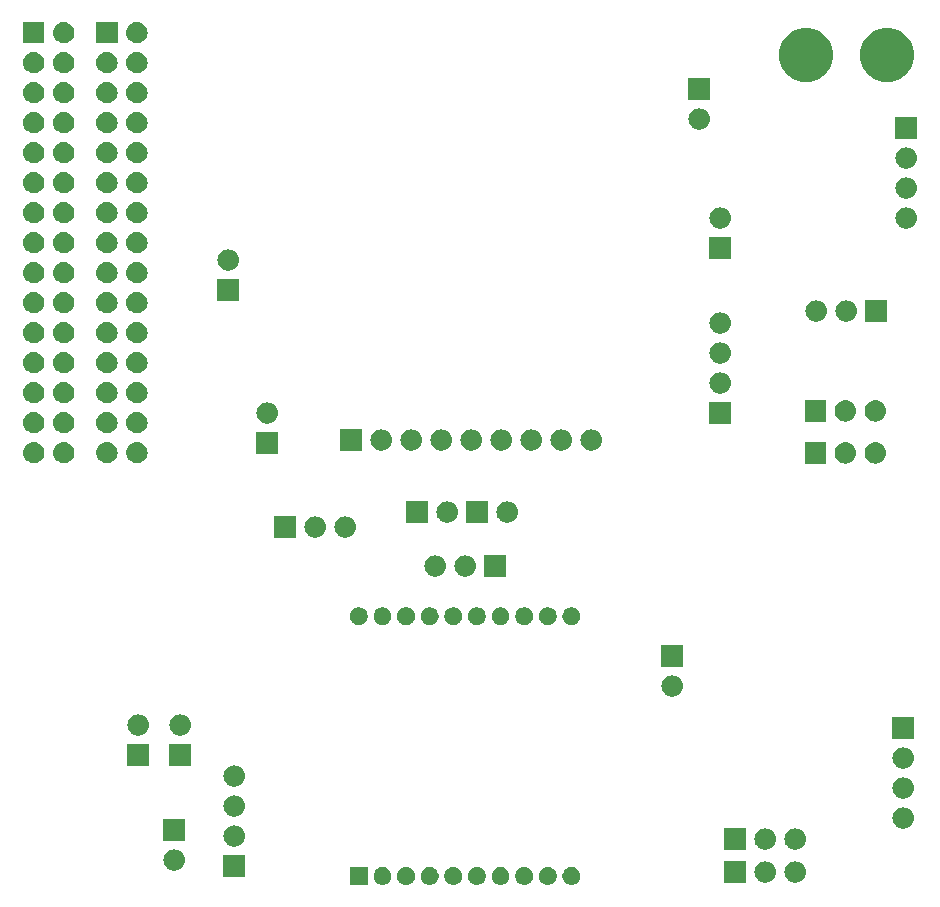
<source format=gbr>
G04 #@! TF.GenerationSoftware,KiCad,Pcbnew,(5.0.1-3-g963ef8bb5)*
G04 #@! TF.CreationDate,2020-02-17T18:14:17-05:00*
G04 #@! TF.ProjectId,v2SLI,7632534C492E6B696361645F70636200,rev?*
G04 #@! TF.SameCoordinates,Original*
G04 #@! TF.FileFunction,Soldermask,Bot*
G04 #@! TF.FilePolarity,Negative*
%FSLAX46Y46*%
G04 Gerber Fmt 4.6, Leading zero omitted, Abs format (unit mm)*
G04 Created by KiCad (PCBNEW (5.0.1-3-g963ef8bb5)) date Monday, February 17, 2020 at 06:14:17 PM*
%MOMM*%
%LPD*%
G01*
G04 APERTURE LIST*
%ADD10C,0.100000*%
G04 APERTURE END LIST*
D10*
G36*
X171942004Y-105510544D02*
X172029059Y-105527860D01*
X172165732Y-105584472D01*
X172165733Y-105584473D01*
X172288738Y-105666662D01*
X172393338Y-105771262D01*
X172393340Y-105771265D01*
X172475528Y-105894268D01*
X172532140Y-106030941D01*
X172561000Y-106176033D01*
X172561000Y-106323967D01*
X172532140Y-106469059D01*
X172475528Y-106605732D01*
X172432065Y-106670779D01*
X172393338Y-106728738D01*
X172288738Y-106833338D01*
X172288735Y-106833340D01*
X172165732Y-106915528D01*
X172029059Y-106972140D01*
X171942004Y-106989456D01*
X171883969Y-107001000D01*
X171736031Y-107001000D01*
X171677996Y-106989456D01*
X171590941Y-106972140D01*
X171454268Y-106915528D01*
X171331265Y-106833340D01*
X171331262Y-106833338D01*
X171226662Y-106728738D01*
X171187935Y-106670779D01*
X171144472Y-106605732D01*
X171087860Y-106469059D01*
X171059000Y-106323967D01*
X171059000Y-106176033D01*
X171087860Y-106030941D01*
X171144472Y-105894268D01*
X171226660Y-105771265D01*
X171226662Y-105771262D01*
X171331262Y-105666662D01*
X171454267Y-105584473D01*
X171454268Y-105584472D01*
X171590941Y-105527860D01*
X171677996Y-105510544D01*
X171736031Y-105499000D01*
X171883969Y-105499000D01*
X171942004Y-105510544D01*
X171942004Y-105510544D01*
G37*
G36*
X169942004Y-105510544D02*
X170029059Y-105527860D01*
X170165732Y-105584472D01*
X170165733Y-105584473D01*
X170288738Y-105666662D01*
X170393338Y-105771262D01*
X170393340Y-105771265D01*
X170475528Y-105894268D01*
X170532140Y-106030941D01*
X170561000Y-106176033D01*
X170561000Y-106323967D01*
X170532140Y-106469059D01*
X170475528Y-106605732D01*
X170432065Y-106670779D01*
X170393338Y-106728738D01*
X170288738Y-106833338D01*
X170288735Y-106833340D01*
X170165732Y-106915528D01*
X170029059Y-106972140D01*
X169942004Y-106989456D01*
X169883969Y-107001000D01*
X169736031Y-107001000D01*
X169677996Y-106989456D01*
X169590941Y-106972140D01*
X169454268Y-106915528D01*
X169331265Y-106833340D01*
X169331262Y-106833338D01*
X169226662Y-106728738D01*
X169187935Y-106670779D01*
X169144472Y-106605732D01*
X169087860Y-106469059D01*
X169059000Y-106323967D01*
X169059000Y-106176033D01*
X169087860Y-106030941D01*
X169144472Y-105894268D01*
X169226660Y-105771265D01*
X169226662Y-105771262D01*
X169331262Y-105666662D01*
X169454267Y-105584473D01*
X169454268Y-105584472D01*
X169590941Y-105527860D01*
X169677996Y-105510544D01*
X169736031Y-105499000D01*
X169883969Y-105499000D01*
X169942004Y-105510544D01*
X169942004Y-105510544D01*
G37*
G36*
X167942004Y-105510544D02*
X168029059Y-105527860D01*
X168165732Y-105584472D01*
X168165733Y-105584473D01*
X168288738Y-105666662D01*
X168393338Y-105771262D01*
X168393340Y-105771265D01*
X168475528Y-105894268D01*
X168532140Y-106030941D01*
X168561000Y-106176033D01*
X168561000Y-106323967D01*
X168532140Y-106469059D01*
X168475528Y-106605732D01*
X168432065Y-106670779D01*
X168393338Y-106728738D01*
X168288738Y-106833338D01*
X168288735Y-106833340D01*
X168165732Y-106915528D01*
X168029059Y-106972140D01*
X167942004Y-106989456D01*
X167883969Y-107001000D01*
X167736031Y-107001000D01*
X167677996Y-106989456D01*
X167590941Y-106972140D01*
X167454268Y-106915528D01*
X167331265Y-106833340D01*
X167331262Y-106833338D01*
X167226662Y-106728738D01*
X167187935Y-106670779D01*
X167144472Y-106605732D01*
X167087860Y-106469059D01*
X167059000Y-106323967D01*
X167059000Y-106176033D01*
X167087860Y-106030941D01*
X167144472Y-105894268D01*
X167226660Y-105771265D01*
X167226662Y-105771262D01*
X167331262Y-105666662D01*
X167454267Y-105584473D01*
X167454268Y-105584472D01*
X167590941Y-105527860D01*
X167677996Y-105510544D01*
X167736031Y-105499000D01*
X167883969Y-105499000D01*
X167942004Y-105510544D01*
X167942004Y-105510544D01*
G37*
G36*
X165942004Y-105510544D02*
X166029059Y-105527860D01*
X166165732Y-105584472D01*
X166165733Y-105584473D01*
X166288738Y-105666662D01*
X166393338Y-105771262D01*
X166393340Y-105771265D01*
X166475528Y-105894268D01*
X166532140Y-106030941D01*
X166561000Y-106176033D01*
X166561000Y-106323967D01*
X166532140Y-106469059D01*
X166475528Y-106605732D01*
X166432065Y-106670779D01*
X166393338Y-106728738D01*
X166288738Y-106833338D01*
X166288735Y-106833340D01*
X166165732Y-106915528D01*
X166029059Y-106972140D01*
X165942004Y-106989456D01*
X165883969Y-107001000D01*
X165736031Y-107001000D01*
X165677996Y-106989456D01*
X165590941Y-106972140D01*
X165454268Y-106915528D01*
X165331265Y-106833340D01*
X165331262Y-106833338D01*
X165226662Y-106728738D01*
X165187935Y-106670779D01*
X165144472Y-106605732D01*
X165087860Y-106469059D01*
X165059000Y-106323967D01*
X165059000Y-106176033D01*
X165087860Y-106030941D01*
X165144472Y-105894268D01*
X165226660Y-105771265D01*
X165226662Y-105771262D01*
X165331262Y-105666662D01*
X165454267Y-105584473D01*
X165454268Y-105584472D01*
X165590941Y-105527860D01*
X165677996Y-105510544D01*
X165736031Y-105499000D01*
X165883969Y-105499000D01*
X165942004Y-105510544D01*
X165942004Y-105510544D01*
G37*
G36*
X163942004Y-105510544D02*
X164029059Y-105527860D01*
X164165732Y-105584472D01*
X164165733Y-105584473D01*
X164288738Y-105666662D01*
X164393338Y-105771262D01*
X164393340Y-105771265D01*
X164475528Y-105894268D01*
X164532140Y-106030941D01*
X164561000Y-106176033D01*
X164561000Y-106323967D01*
X164532140Y-106469059D01*
X164475528Y-106605732D01*
X164432065Y-106670779D01*
X164393338Y-106728738D01*
X164288738Y-106833338D01*
X164288735Y-106833340D01*
X164165732Y-106915528D01*
X164029059Y-106972140D01*
X163942004Y-106989456D01*
X163883969Y-107001000D01*
X163736031Y-107001000D01*
X163677996Y-106989456D01*
X163590941Y-106972140D01*
X163454268Y-106915528D01*
X163331265Y-106833340D01*
X163331262Y-106833338D01*
X163226662Y-106728738D01*
X163187935Y-106670779D01*
X163144472Y-106605732D01*
X163087860Y-106469059D01*
X163059000Y-106323967D01*
X163059000Y-106176033D01*
X163087860Y-106030941D01*
X163144472Y-105894268D01*
X163226660Y-105771265D01*
X163226662Y-105771262D01*
X163331262Y-105666662D01*
X163454267Y-105584473D01*
X163454268Y-105584472D01*
X163590941Y-105527860D01*
X163677996Y-105510544D01*
X163736031Y-105499000D01*
X163883969Y-105499000D01*
X163942004Y-105510544D01*
X163942004Y-105510544D01*
G37*
G36*
X161942004Y-105510544D02*
X162029059Y-105527860D01*
X162165732Y-105584472D01*
X162165733Y-105584473D01*
X162288738Y-105666662D01*
X162393338Y-105771262D01*
X162393340Y-105771265D01*
X162475528Y-105894268D01*
X162532140Y-106030941D01*
X162561000Y-106176033D01*
X162561000Y-106323967D01*
X162532140Y-106469059D01*
X162475528Y-106605732D01*
X162432065Y-106670779D01*
X162393338Y-106728738D01*
X162288738Y-106833338D01*
X162288735Y-106833340D01*
X162165732Y-106915528D01*
X162029059Y-106972140D01*
X161942004Y-106989456D01*
X161883969Y-107001000D01*
X161736031Y-107001000D01*
X161677996Y-106989456D01*
X161590941Y-106972140D01*
X161454268Y-106915528D01*
X161331265Y-106833340D01*
X161331262Y-106833338D01*
X161226662Y-106728738D01*
X161187935Y-106670779D01*
X161144472Y-106605732D01*
X161087860Y-106469059D01*
X161059000Y-106323967D01*
X161059000Y-106176033D01*
X161087860Y-106030941D01*
X161144472Y-105894268D01*
X161226660Y-105771265D01*
X161226662Y-105771262D01*
X161331262Y-105666662D01*
X161454267Y-105584473D01*
X161454268Y-105584472D01*
X161590941Y-105527860D01*
X161677996Y-105510544D01*
X161736031Y-105499000D01*
X161883969Y-105499000D01*
X161942004Y-105510544D01*
X161942004Y-105510544D01*
G37*
G36*
X159942004Y-105510544D02*
X160029059Y-105527860D01*
X160165732Y-105584472D01*
X160165733Y-105584473D01*
X160288738Y-105666662D01*
X160393338Y-105771262D01*
X160393340Y-105771265D01*
X160475528Y-105894268D01*
X160532140Y-106030941D01*
X160561000Y-106176033D01*
X160561000Y-106323967D01*
X160532140Y-106469059D01*
X160475528Y-106605732D01*
X160432065Y-106670779D01*
X160393338Y-106728738D01*
X160288738Y-106833338D01*
X160288735Y-106833340D01*
X160165732Y-106915528D01*
X160029059Y-106972140D01*
X159942004Y-106989456D01*
X159883969Y-107001000D01*
X159736031Y-107001000D01*
X159677996Y-106989456D01*
X159590941Y-106972140D01*
X159454268Y-106915528D01*
X159331265Y-106833340D01*
X159331262Y-106833338D01*
X159226662Y-106728738D01*
X159187935Y-106670779D01*
X159144472Y-106605732D01*
X159087860Y-106469059D01*
X159059000Y-106323967D01*
X159059000Y-106176033D01*
X159087860Y-106030941D01*
X159144472Y-105894268D01*
X159226660Y-105771265D01*
X159226662Y-105771262D01*
X159331262Y-105666662D01*
X159454267Y-105584473D01*
X159454268Y-105584472D01*
X159590941Y-105527860D01*
X159677996Y-105510544D01*
X159736031Y-105499000D01*
X159883969Y-105499000D01*
X159942004Y-105510544D01*
X159942004Y-105510544D01*
G37*
G36*
X157942004Y-105510544D02*
X158029059Y-105527860D01*
X158165732Y-105584472D01*
X158165733Y-105584473D01*
X158288738Y-105666662D01*
X158393338Y-105771262D01*
X158393340Y-105771265D01*
X158475528Y-105894268D01*
X158532140Y-106030941D01*
X158561000Y-106176033D01*
X158561000Y-106323967D01*
X158532140Y-106469059D01*
X158475528Y-106605732D01*
X158432065Y-106670779D01*
X158393338Y-106728738D01*
X158288738Y-106833338D01*
X158288735Y-106833340D01*
X158165732Y-106915528D01*
X158029059Y-106972140D01*
X157942004Y-106989456D01*
X157883969Y-107001000D01*
X157736031Y-107001000D01*
X157677996Y-106989456D01*
X157590941Y-106972140D01*
X157454268Y-106915528D01*
X157331265Y-106833340D01*
X157331262Y-106833338D01*
X157226662Y-106728738D01*
X157187935Y-106670779D01*
X157144472Y-106605732D01*
X157087860Y-106469059D01*
X157059000Y-106323967D01*
X157059000Y-106176033D01*
X157087860Y-106030941D01*
X157144472Y-105894268D01*
X157226660Y-105771265D01*
X157226662Y-105771262D01*
X157331262Y-105666662D01*
X157454267Y-105584473D01*
X157454268Y-105584472D01*
X157590941Y-105527860D01*
X157677996Y-105510544D01*
X157736031Y-105499000D01*
X157883969Y-105499000D01*
X157942004Y-105510544D01*
X157942004Y-105510544D01*
G37*
G36*
X155942004Y-105510544D02*
X156029059Y-105527860D01*
X156165732Y-105584472D01*
X156165733Y-105584473D01*
X156288738Y-105666662D01*
X156393338Y-105771262D01*
X156393340Y-105771265D01*
X156475528Y-105894268D01*
X156532140Y-106030941D01*
X156561000Y-106176033D01*
X156561000Y-106323967D01*
X156532140Y-106469059D01*
X156475528Y-106605732D01*
X156432065Y-106670779D01*
X156393338Y-106728738D01*
X156288738Y-106833338D01*
X156288735Y-106833340D01*
X156165732Y-106915528D01*
X156029059Y-106972140D01*
X155942004Y-106989456D01*
X155883969Y-107001000D01*
X155736031Y-107001000D01*
X155677996Y-106989456D01*
X155590941Y-106972140D01*
X155454268Y-106915528D01*
X155331265Y-106833340D01*
X155331262Y-106833338D01*
X155226662Y-106728738D01*
X155187935Y-106670779D01*
X155144472Y-106605732D01*
X155087860Y-106469059D01*
X155059000Y-106323967D01*
X155059000Y-106176033D01*
X155087860Y-106030941D01*
X155144472Y-105894268D01*
X155226660Y-105771265D01*
X155226662Y-105771262D01*
X155331262Y-105666662D01*
X155454267Y-105584473D01*
X155454268Y-105584472D01*
X155590941Y-105527860D01*
X155677996Y-105510544D01*
X155736031Y-105499000D01*
X155883969Y-105499000D01*
X155942004Y-105510544D01*
X155942004Y-105510544D01*
G37*
G36*
X154561000Y-107001000D02*
X153059000Y-107001000D01*
X153059000Y-105499000D01*
X154561000Y-105499000D01*
X154561000Y-107001000D01*
X154561000Y-107001000D01*
G37*
G36*
X190864443Y-105023519D02*
X190930627Y-105030037D01*
X191043853Y-105064384D01*
X191100467Y-105081557D01*
X191239087Y-105155652D01*
X191256991Y-105165222D01*
X191292729Y-105194552D01*
X191394186Y-105277814D01*
X191477448Y-105379271D01*
X191506778Y-105415009D01*
X191506779Y-105415011D01*
X191590443Y-105571533D01*
X191590443Y-105571534D01*
X191641963Y-105741373D01*
X191659359Y-105918000D01*
X191641963Y-106094627D01*
X191617269Y-106176031D01*
X191590443Y-106264467D01*
X191565570Y-106311000D01*
X191506778Y-106420991D01*
X191477448Y-106456729D01*
X191394186Y-106558186D01*
X191292729Y-106641448D01*
X191256991Y-106670778D01*
X191256989Y-106670779D01*
X191100467Y-106754443D01*
X191043853Y-106771616D01*
X190930627Y-106805963D01*
X190864443Y-106812481D01*
X190798260Y-106819000D01*
X190709740Y-106819000D01*
X190643557Y-106812481D01*
X190577373Y-106805963D01*
X190464147Y-106771616D01*
X190407533Y-106754443D01*
X190251011Y-106670779D01*
X190251009Y-106670778D01*
X190215271Y-106641448D01*
X190113814Y-106558186D01*
X190030552Y-106456729D01*
X190001222Y-106420991D01*
X189942430Y-106311000D01*
X189917557Y-106264467D01*
X189890731Y-106176031D01*
X189866037Y-106094627D01*
X189848641Y-105918000D01*
X189866037Y-105741373D01*
X189917557Y-105571534D01*
X189917557Y-105571533D01*
X190001221Y-105415011D01*
X190001222Y-105415009D01*
X190030552Y-105379271D01*
X190113814Y-105277814D01*
X190215271Y-105194552D01*
X190251009Y-105165222D01*
X190268913Y-105155652D01*
X190407533Y-105081557D01*
X190464147Y-105064384D01*
X190577373Y-105030037D01*
X190643557Y-105023519D01*
X190709740Y-105017000D01*
X190798260Y-105017000D01*
X190864443Y-105023519D01*
X190864443Y-105023519D01*
G37*
G36*
X188324443Y-105023519D02*
X188390627Y-105030037D01*
X188503853Y-105064384D01*
X188560467Y-105081557D01*
X188699087Y-105155652D01*
X188716991Y-105165222D01*
X188752729Y-105194552D01*
X188854186Y-105277814D01*
X188937448Y-105379271D01*
X188966778Y-105415009D01*
X188966779Y-105415011D01*
X189050443Y-105571533D01*
X189050443Y-105571534D01*
X189101963Y-105741373D01*
X189119359Y-105918000D01*
X189101963Y-106094627D01*
X189077269Y-106176031D01*
X189050443Y-106264467D01*
X189025570Y-106311000D01*
X188966778Y-106420991D01*
X188937448Y-106456729D01*
X188854186Y-106558186D01*
X188752729Y-106641448D01*
X188716991Y-106670778D01*
X188716989Y-106670779D01*
X188560467Y-106754443D01*
X188503853Y-106771616D01*
X188390627Y-106805963D01*
X188324443Y-106812481D01*
X188258260Y-106819000D01*
X188169740Y-106819000D01*
X188103557Y-106812481D01*
X188037373Y-106805963D01*
X187924147Y-106771616D01*
X187867533Y-106754443D01*
X187711011Y-106670779D01*
X187711009Y-106670778D01*
X187675271Y-106641448D01*
X187573814Y-106558186D01*
X187490552Y-106456729D01*
X187461222Y-106420991D01*
X187402430Y-106311000D01*
X187377557Y-106264467D01*
X187350731Y-106176031D01*
X187326037Y-106094627D01*
X187308641Y-105918000D01*
X187326037Y-105741373D01*
X187377557Y-105571534D01*
X187377557Y-105571533D01*
X187461221Y-105415011D01*
X187461222Y-105415009D01*
X187490552Y-105379271D01*
X187573814Y-105277814D01*
X187675271Y-105194552D01*
X187711009Y-105165222D01*
X187728913Y-105155652D01*
X187867533Y-105081557D01*
X187924147Y-105064384D01*
X188037373Y-105030037D01*
X188103557Y-105023519D01*
X188169740Y-105017000D01*
X188258260Y-105017000D01*
X188324443Y-105023519D01*
X188324443Y-105023519D01*
G37*
G36*
X186575000Y-106819000D02*
X184773000Y-106819000D01*
X184773000Y-105017000D01*
X186575000Y-105017000D01*
X186575000Y-106819000D01*
X186575000Y-106819000D01*
G37*
G36*
X144157000Y-106311000D02*
X142355000Y-106311000D01*
X142355000Y-104509000D01*
X144157000Y-104509000D01*
X144157000Y-106311000D01*
X144157000Y-106311000D01*
G37*
G36*
X138286443Y-104007519D02*
X138352627Y-104014037D01*
X138465853Y-104048384D01*
X138522467Y-104065557D01*
X138661087Y-104139652D01*
X138678991Y-104149222D01*
X138714729Y-104178552D01*
X138816186Y-104261814D01*
X138899448Y-104363271D01*
X138928778Y-104399009D01*
X138928779Y-104399011D01*
X139012443Y-104555533D01*
X139012443Y-104555534D01*
X139063963Y-104725373D01*
X139081359Y-104902000D01*
X139063963Y-105078627D01*
X139063074Y-105081557D01*
X139012443Y-105248467D01*
X138996756Y-105277814D01*
X138928778Y-105404991D01*
X138899448Y-105440729D01*
X138816186Y-105542186D01*
X138714729Y-105625448D01*
X138678991Y-105654778D01*
X138678989Y-105654779D01*
X138522467Y-105738443D01*
X138465853Y-105755616D01*
X138352627Y-105789963D01*
X138286442Y-105796482D01*
X138220260Y-105803000D01*
X138131740Y-105803000D01*
X138065558Y-105796482D01*
X137999373Y-105789963D01*
X137886147Y-105755616D01*
X137829533Y-105738443D01*
X137673011Y-105654779D01*
X137673009Y-105654778D01*
X137637271Y-105625448D01*
X137535814Y-105542186D01*
X137452552Y-105440729D01*
X137423222Y-105404991D01*
X137355244Y-105277814D01*
X137339557Y-105248467D01*
X137288926Y-105081557D01*
X137288037Y-105078627D01*
X137270641Y-104902000D01*
X137288037Y-104725373D01*
X137339557Y-104555534D01*
X137339557Y-104555533D01*
X137423221Y-104399011D01*
X137423222Y-104399009D01*
X137452552Y-104363271D01*
X137535814Y-104261814D01*
X137637271Y-104178552D01*
X137673009Y-104149222D01*
X137690913Y-104139652D01*
X137829533Y-104065557D01*
X137886147Y-104048384D01*
X137999373Y-104014037D01*
X138065558Y-104007518D01*
X138131740Y-104001000D01*
X138220260Y-104001000D01*
X138286443Y-104007519D01*
X138286443Y-104007519D01*
G37*
G36*
X186575000Y-104025000D02*
X184773000Y-104025000D01*
X184773000Y-102223000D01*
X186575000Y-102223000D01*
X186575000Y-104025000D01*
X186575000Y-104025000D01*
G37*
G36*
X188324443Y-102229519D02*
X188390627Y-102236037D01*
X188503853Y-102270384D01*
X188560467Y-102287557D01*
X188699087Y-102361652D01*
X188716991Y-102371222D01*
X188752729Y-102400552D01*
X188854186Y-102483814D01*
X188937448Y-102585271D01*
X188966778Y-102621009D01*
X188966779Y-102621011D01*
X189050443Y-102777533D01*
X189050443Y-102777534D01*
X189101963Y-102947373D01*
X189119359Y-103124000D01*
X189101963Y-103300627D01*
X189067616Y-103413853D01*
X189050443Y-103470467D01*
X189029213Y-103510185D01*
X188966778Y-103626991D01*
X188937448Y-103662729D01*
X188854186Y-103764186D01*
X188752729Y-103847448D01*
X188716991Y-103876778D01*
X188716989Y-103876779D01*
X188560467Y-103960443D01*
X188503853Y-103977616D01*
X188390627Y-104011963D01*
X188324443Y-104018481D01*
X188258260Y-104025000D01*
X188169740Y-104025000D01*
X188103557Y-104018481D01*
X188037373Y-104011963D01*
X187924147Y-103977616D01*
X187867533Y-103960443D01*
X187711011Y-103876779D01*
X187711009Y-103876778D01*
X187675271Y-103847448D01*
X187573814Y-103764186D01*
X187490552Y-103662729D01*
X187461222Y-103626991D01*
X187398787Y-103510185D01*
X187377557Y-103470467D01*
X187360384Y-103413853D01*
X187326037Y-103300627D01*
X187308641Y-103124000D01*
X187326037Y-102947373D01*
X187377557Y-102777534D01*
X187377557Y-102777533D01*
X187461221Y-102621011D01*
X187461222Y-102621009D01*
X187490552Y-102585271D01*
X187573814Y-102483814D01*
X187675271Y-102400552D01*
X187711009Y-102371222D01*
X187728913Y-102361652D01*
X187867533Y-102287557D01*
X187924147Y-102270384D01*
X188037373Y-102236037D01*
X188103557Y-102229519D01*
X188169740Y-102223000D01*
X188258260Y-102223000D01*
X188324443Y-102229519D01*
X188324443Y-102229519D01*
G37*
G36*
X190864443Y-102229519D02*
X190930627Y-102236037D01*
X191043853Y-102270384D01*
X191100467Y-102287557D01*
X191239087Y-102361652D01*
X191256991Y-102371222D01*
X191292729Y-102400552D01*
X191394186Y-102483814D01*
X191477448Y-102585271D01*
X191506778Y-102621009D01*
X191506779Y-102621011D01*
X191590443Y-102777533D01*
X191590443Y-102777534D01*
X191641963Y-102947373D01*
X191659359Y-103124000D01*
X191641963Y-103300627D01*
X191607616Y-103413853D01*
X191590443Y-103470467D01*
X191569213Y-103510185D01*
X191506778Y-103626991D01*
X191477448Y-103662729D01*
X191394186Y-103764186D01*
X191292729Y-103847448D01*
X191256991Y-103876778D01*
X191256989Y-103876779D01*
X191100467Y-103960443D01*
X191043853Y-103977616D01*
X190930627Y-104011963D01*
X190864443Y-104018481D01*
X190798260Y-104025000D01*
X190709740Y-104025000D01*
X190643557Y-104018481D01*
X190577373Y-104011963D01*
X190464147Y-103977616D01*
X190407533Y-103960443D01*
X190251011Y-103876779D01*
X190251009Y-103876778D01*
X190215271Y-103847448D01*
X190113814Y-103764186D01*
X190030552Y-103662729D01*
X190001222Y-103626991D01*
X189938787Y-103510185D01*
X189917557Y-103470467D01*
X189900384Y-103413853D01*
X189866037Y-103300627D01*
X189848641Y-103124000D01*
X189866037Y-102947373D01*
X189917557Y-102777534D01*
X189917557Y-102777533D01*
X190001221Y-102621011D01*
X190001222Y-102621009D01*
X190030552Y-102585271D01*
X190113814Y-102483814D01*
X190215271Y-102400552D01*
X190251009Y-102371222D01*
X190268913Y-102361652D01*
X190407533Y-102287557D01*
X190464147Y-102270384D01*
X190577373Y-102236037D01*
X190643557Y-102229519D01*
X190709740Y-102223000D01*
X190798260Y-102223000D01*
X190864443Y-102229519D01*
X190864443Y-102229519D01*
G37*
G36*
X143366442Y-101975518D02*
X143432627Y-101982037D01*
X143545853Y-102016384D01*
X143602467Y-102033557D01*
X143724485Y-102098778D01*
X143758991Y-102117222D01*
X143794729Y-102146552D01*
X143896186Y-102229814D01*
X143979448Y-102331271D01*
X144008778Y-102367009D01*
X144008779Y-102367011D01*
X144092443Y-102523533D01*
X144092443Y-102523534D01*
X144143963Y-102693373D01*
X144161359Y-102870000D01*
X144143963Y-103046627D01*
X144120492Y-103124000D01*
X144092443Y-103216467D01*
X144067570Y-103263000D01*
X144008778Y-103372991D01*
X143979448Y-103408729D01*
X143896186Y-103510186D01*
X143794729Y-103593448D01*
X143758991Y-103622778D01*
X143758989Y-103622779D01*
X143602467Y-103706443D01*
X143545853Y-103723616D01*
X143432627Y-103757963D01*
X143369453Y-103764185D01*
X143300260Y-103771000D01*
X143211740Y-103771000D01*
X143142547Y-103764185D01*
X143079373Y-103757963D01*
X142966147Y-103723616D01*
X142909533Y-103706443D01*
X142753011Y-103622779D01*
X142753009Y-103622778D01*
X142717271Y-103593448D01*
X142615814Y-103510186D01*
X142532552Y-103408729D01*
X142503222Y-103372991D01*
X142444430Y-103263000D01*
X142419557Y-103216467D01*
X142391508Y-103124000D01*
X142368037Y-103046627D01*
X142350641Y-102870000D01*
X142368037Y-102693373D01*
X142419557Y-102523534D01*
X142419557Y-102523533D01*
X142503221Y-102367011D01*
X142503222Y-102367009D01*
X142532552Y-102331271D01*
X142615814Y-102229814D01*
X142717271Y-102146552D01*
X142753009Y-102117222D01*
X142787515Y-102098778D01*
X142909533Y-102033557D01*
X142966147Y-102016384D01*
X143079373Y-101982037D01*
X143145558Y-101975518D01*
X143211740Y-101969000D01*
X143300260Y-101969000D01*
X143366442Y-101975518D01*
X143366442Y-101975518D01*
G37*
G36*
X139077000Y-103263000D02*
X137275000Y-103263000D01*
X137275000Y-101461000D01*
X139077000Y-101461000D01*
X139077000Y-103263000D01*
X139077000Y-103263000D01*
G37*
G36*
X200008443Y-100451519D02*
X200074627Y-100458037D01*
X200187853Y-100492384D01*
X200244467Y-100509557D01*
X200383087Y-100583652D01*
X200400991Y-100593222D01*
X200436729Y-100622552D01*
X200538186Y-100705814D01*
X200621448Y-100807271D01*
X200650778Y-100843009D01*
X200650779Y-100843011D01*
X200734443Y-100999533D01*
X200734443Y-100999534D01*
X200785963Y-101169373D01*
X200803359Y-101346000D01*
X200785963Y-101522627D01*
X200751616Y-101635853D01*
X200734443Y-101692467D01*
X200660348Y-101831087D01*
X200650778Y-101848991D01*
X200621448Y-101884729D01*
X200538186Y-101986186D01*
X200436729Y-102069448D01*
X200400991Y-102098778D01*
X200400989Y-102098779D01*
X200244467Y-102182443D01*
X200187853Y-102199616D01*
X200074627Y-102233963D01*
X200008443Y-102240481D01*
X199942260Y-102247000D01*
X199853740Y-102247000D01*
X199787557Y-102240481D01*
X199721373Y-102233963D01*
X199608147Y-102199616D01*
X199551533Y-102182443D01*
X199395011Y-102098779D01*
X199395009Y-102098778D01*
X199359271Y-102069448D01*
X199257814Y-101986186D01*
X199174552Y-101884729D01*
X199145222Y-101848991D01*
X199135652Y-101831087D01*
X199061557Y-101692467D01*
X199044384Y-101635853D01*
X199010037Y-101522627D01*
X198992641Y-101346000D01*
X199010037Y-101169373D01*
X199061557Y-100999534D01*
X199061557Y-100999533D01*
X199145221Y-100843011D01*
X199145222Y-100843009D01*
X199174552Y-100807271D01*
X199257814Y-100705814D01*
X199359271Y-100622552D01*
X199395009Y-100593222D01*
X199412913Y-100583652D01*
X199551533Y-100509557D01*
X199608147Y-100492384D01*
X199721373Y-100458037D01*
X199787557Y-100451519D01*
X199853740Y-100445000D01*
X199942260Y-100445000D01*
X200008443Y-100451519D01*
X200008443Y-100451519D01*
G37*
G36*
X143366443Y-99435519D02*
X143432627Y-99442037D01*
X143545853Y-99476384D01*
X143602467Y-99493557D01*
X143724485Y-99558778D01*
X143758991Y-99577222D01*
X143794729Y-99606552D01*
X143896186Y-99689814D01*
X143979448Y-99791271D01*
X144008778Y-99827009D01*
X144008779Y-99827011D01*
X144092443Y-99983533D01*
X144092443Y-99983534D01*
X144143963Y-100153373D01*
X144161359Y-100330000D01*
X144143963Y-100506627D01*
X144143074Y-100509557D01*
X144092443Y-100676467D01*
X144076756Y-100705814D01*
X144008778Y-100832991D01*
X143979448Y-100868729D01*
X143896186Y-100970186D01*
X143794729Y-101053448D01*
X143758991Y-101082778D01*
X143758989Y-101082779D01*
X143602467Y-101166443D01*
X143545853Y-101183616D01*
X143432627Y-101217963D01*
X143366443Y-101224481D01*
X143300260Y-101231000D01*
X143211740Y-101231000D01*
X143145558Y-101224482D01*
X143079373Y-101217963D01*
X142966147Y-101183616D01*
X142909533Y-101166443D01*
X142753011Y-101082779D01*
X142753009Y-101082778D01*
X142717271Y-101053448D01*
X142615814Y-100970186D01*
X142532552Y-100868729D01*
X142503222Y-100832991D01*
X142435244Y-100705814D01*
X142419557Y-100676467D01*
X142368926Y-100509557D01*
X142368037Y-100506627D01*
X142350641Y-100330000D01*
X142368037Y-100153373D01*
X142419557Y-99983534D01*
X142419557Y-99983533D01*
X142503221Y-99827011D01*
X142503222Y-99827009D01*
X142532552Y-99791271D01*
X142615814Y-99689814D01*
X142717271Y-99606552D01*
X142753009Y-99577222D01*
X142787515Y-99558778D01*
X142909533Y-99493557D01*
X142966147Y-99476384D01*
X143079373Y-99442037D01*
X143145558Y-99435518D01*
X143211740Y-99429000D01*
X143300260Y-99429000D01*
X143366443Y-99435519D01*
X143366443Y-99435519D01*
G37*
G36*
X200008442Y-97911518D02*
X200074627Y-97918037D01*
X200187853Y-97952384D01*
X200244467Y-97969557D01*
X200383087Y-98043652D01*
X200400991Y-98053222D01*
X200436729Y-98082552D01*
X200538186Y-98165814D01*
X200621448Y-98267271D01*
X200650778Y-98303009D01*
X200650779Y-98303011D01*
X200734443Y-98459533D01*
X200734443Y-98459534D01*
X200785963Y-98629373D01*
X200803359Y-98806000D01*
X200785963Y-98982627D01*
X200751616Y-99095853D01*
X200734443Y-99152467D01*
X200660348Y-99291087D01*
X200650778Y-99308991D01*
X200621448Y-99344729D01*
X200538186Y-99446186D01*
X200436729Y-99529448D01*
X200400991Y-99558778D01*
X200400989Y-99558779D01*
X200244467Y-99642443D01*
X200187853Y-99659616D01*
X200074627Y-99693963D01*
X200008442Y-99700482D01*
X199942260Y-99707000D01*
X199853740Y-99707000D01*
X199787558Y-99700482D01*
X199721373Y-99693963D01*
X199608147Y-99659616D01*
X199551533Y-99642443D01*
X199395011Y-99558779D01*
X199395009Y-99558778D01*
X199359271Y-99529448D01*
X199257814Y-99446186D01*
X199174552Y-99344729D01*
X199145222Y-99308991D01*
X199135652Y-99291087D01*
X199061557Y-99152467D01*
X199044384Y-99095853D01*
X199010037Y-98982627D01*
X198992641Y-98806000D01*
X199010037Y-98629373D01*
X199061557Y-98459534D01*
X199061557Y-98459533D01*
X199145221Y-98303011D01*
X199145222Y-98303009D01*
X199174552Y-98267271D01*
X199257814Y-98165814D01*
X199359271Y-98082552D01*
X199395009Y-98053222D01*
X199412913Y-98043652D01*
X199551533Y-97969557D01*
X199608147Y-97952384D01*
X199721373Y-97918037D01*
X199787558Y-97911518D01*
X199853740Y-97905000D01*
X199942260Y-97905000D01*
X200008442Y-97911518D01*
X200008442Y-97911518D01*
G37*
G36*
X143366442Y-96895518D02*
X143432627Y-96902037D01*
X143545853Y-96936384D01*
X143602467Y-96953557D01*
X143724485Y-97018778D01*
X143758991Y-97037222D01*
X143794729Y-97066552D01*
X143896186Y-97149814D01*
X143979448Y-97251271D01*
X144008778Y-97287009D01*
X144008779Y-97287011D01*
X144092443Y-97443533D01*
X144092443Y-97443534D01*
X144143963Y-97613373D01*
X144161359Y-97790000D01*
X144143963Y-97966627D01*
X144143074Y-97969557D01*
X144092443Y-98136467D01*
X144076756Y-98165814D01*
X144008778Y-98292991D01*
X143979448Y-98328729D01*
X143896186Y-98430186D01*
X143794729Y-98513448D01*
X143758991Y-98542778D01*
X143758989Y-98542779D01*
X143602467Y-98626443D01*
X143545853Y-98643616D01*
X143432627Y-98677963D01*
X143366442Y-98684482D01*
X143300260Y-98691000D01*
X143211740Y-98691000D01*
X143145558Y-98684482D01*
X143079373Y-98677963D01*
X142966147Y-98643616D01*
X142909533Y-98626443D01*
X142753011Y-98542779D01*
X142753009Y-98542778D01*
X142717271Y-98513448D01*
X142615814Y-98430186D01*
X142532552Y-98328729D01*
X142503222Y-98292991D01*
X142435244Y-98165814D01*
X142419557Y-98136467D01*
X142368926Y-97969557D01*
X142368037Y-97966627D01*
X142350641Y-97790000D01*
X142368037Y-97613373D01*
X142419557Y-97443534D01*
X142419557Y-97443533D01*
X142503221Y-97287011D01*
X142503222Y-97287009D01*
X142532552Y-97251271D01*
X142615814Y-97149814D01*
X142717271Y-97066552D01*
X142753009Y-97037222D01*
X142787515Y-97018778D01*
X142909533Y-96953557D01*
X142966147Y-96936384D01*
X143079373Y-96902037D01*
X143145558Y-96895518D01*
X143211740Y-96889000D01*
X143300260Y-96889000D01*
X143366442Y-96895518D01*
X143366442Y-96895518D01*
G37*
G36*
X200008443Y-95371519D02*
X200074627Y-95378037D01*
X200187853Y-95412384D01*
X200244467Y-95429557D01*
X200383087Y-95503652D01*
X200400991Y-95513222D01*
X200436729Y-95542552D01*
X200538186Y-95625814D01*
X200621448Y-95727271D01*
X200650778Y-95763009D01*
X200650779Y-95763011D01*
X200734443Y-95919533D01*
X200734443Y-95919534D01*
X200785963Y-96089373D01*
X200803359Y-96266000D01*
X200785963Y-96442627D01*
X200751616Y-96555853D01*
X200734443Y-96612467D01*
X200660348Y-96751087D01*
X200650778Y-96768991D01*
X200621448Y-96804729D01*
X200538186Y-96906186D01*
X200436729Y-96989448D01*
X200400991Y-97018778D01*
X200400989Y-97018779D01*
X200244467Y-97102443D01*
X200187853Y-97119616D01*
X200074627Y-97153963D01*
X200008443Y-97160481D01*
X199942260Y-97167000D01*
X199853740Y-97167000D01*
X199787557Y-97160481D01*
X199721373Y-97153963D01*
X199608147Y-97119616D01*
X199551533Y-97102443D01*
X199395011Y-97018779D01*
X199395009Y-97018778D01*
X199359271Y-96989448D01*
X199257814Y-96906186D01*
X199174552Y-96804729D01*
X199145222Y-96768991D01*
X199135652Y-96751087D01*
X199061557Y-96612467D01*
X199044384Y-96555853D01*
X199010037Y-96442627D01*
X198992641Y-96266000D01*
X199010037Y-96089373D01*
X199061557Y-95919534D01*
X199061557Y-95919533D01*
X199145221Y-95763011D01*
X199145222Y-95763009D01*
X199174552Y-95727271D01*
X199257814Y-95625814D01*
X199359271Y-95542552D01*
X199395009Y-95513222D01*
X199412913Y-95503652D01*
X199551533Y-95429557D01*
X199608147Y-95412384D01*
X199721373Y-95378037D01*
X199787557Y-95371519D01*
X199853740Y-95365000D01*
X199942260Y-95365000D01*
X200008443Y-95371519D01*
X200008443Y-95371519D01*
G37*
G36*
X136029000Y-96913000D02*
X134227000Y-96913000D01*
X134227000Y-95111000D01*
X136029000Y-95111000D01*
X136029000Y-96913000D01*
X136029000Y-96913000D01*
G37*
G36*
X139585000Y-96913000D02*
X137783000Y-96913000D01*
X137783000Y-95111000D01*
X139585000Y-95111000D01*
X139585000Y-96913000D01*
X139585000Y-96913000D01*
G37*
G36*
X200799000Y-94627000D02*
X198997000Y-94627000D01*
X198997000Y-92825000D01*
X200799000Y-92825000D01*
X200799000Y-94627000D01*
X200799000Y-94627000D01*
G37*
G36*
X138794443Y-92577519D02*
X138860627Y-92584037D01*
X138973853Y-92618384D01*
X139030467Y-92635557D01*
X139169087Y-92709652D01*
X139186991Y-92719222D01*
X139222729Y-92748552D01*
X139324186Y-92831814D01*
X139407448Y-92933271D01*
X139436778Y-92969009D01*
X139436779Y-92969011D01*
X139520443Y-93125533D01*
X139520443Y-93125534D01*
X139571963Y-93295373D01*
X139589359Y-93472000D01*
X139571963Y-93648627D01*
X139537616Y-93761853D01*
X139520443Y-93818467D01*
X139446348Y-93957087D01*
X139436778Y-93974991D01*
X139407448Y-94010729D01*
X139324186Y-94112186D01*
X139222729Y-94195448D01*
X139186991Y-94224778D01*
X139186989Y-94224779D01*
X139030467Y-94308443D01*
X138973853Y-94325616D01*
X138860627Y-94359963D01*
X138794443Y-94366481D01*
X138728260Y-94373000D01*
X138639740Y-94373000D01*
X138573557Y-94366481D01*
X138507373Y-94359963D01*
X138394147Y-94325616D01*
X138337533Y-94308443D01*
X138181011Y-94224779D01*
X138181009Y-94224778D01*
X138145271Y-94195448D01*
X138043814Y-94112186D01*
X137960552Y-94010729D01*
X137931222Y-93974991D01*
X137921652Y-93957087D01*
X137847557Y-93818467D01*
X137830384Y-93761853D01*
X137796037Y-93648627D01*
X137778641Y-93472000D01*
X137796037Y-93295373D01*
X137847557Y-93125534D01*
X137847557Y-93125533D01*
X137931221Y-92969011D01*
X137931222Y-92969009D01*
X137960552Y-92933271D01*
X138043814Y-92831814D01*
X138145271Y-92748552D01*
X138181009Y-92719222D01*
X138198913Y-92709652D01*
X138337533Y-92635557D01*
X138394147Y-92618384D01*
X138507373Y-92584037D01*
X138573558Y-92577518D01*
X138639740Y-92571000D01*
X138728260Y-92571000D01*
X138794443Y-92577519D01*
X138794443Y-92577519D01*
G37*
G36*
X135238443Y-92577519D02*
X135304627Y-92584037D01*
X135417853Y-92618384D01*
X135474467Y-92635557D01*
X135613087Y-92709652D01*
X135630991Y-92719222D01*
X135666729Y-92748552D01*
X135768186Y-92831814D01*
X135851448Y-92933271D01*
X135880778Y-92969009D01*
X135880779Y-92969011D01*
X135964443Y-93125533D01*
X135964443Y-93125534D01*
X136015963Y-93295373D01*
X136033359Y-93472000D01*
X136015963Y-93648627D01*
X135981616Y-93761853D01*
X135964443Y-93818467D01*
X135890348Y-93957087D01*
X135880778Y-93974991D01*
X135851448Y-94010729D01*
X135768186Y-94112186D01*
X135666729Y-94195448D01*
X135630991Y-94224778D01*
X135630989Y-94224779D01*
X135474467Y-94308443D01*
X135417853Y-94325616D01*
X135304627Y-94359963D01*
X135238443Y-94366481D01*
X135172260Y-94373000D01*
X135083740Y-94373000D01*
X135017557Y-94366481D01*
X134951373Y-94359963D01*
X134838147Y-94325616D01*
X134781533Y-94308443D01*
X134625011Y-94224779D01*
X134625009Y-94224778D01*
X134589271Y-94195448D01*
X134487814Y-94112186D01*
X134404552Y-94010729D01*
X134375222Y-93974991D01*
X134365652Y-93957087D01*
X134291557Y-93818467D01*
X134274384Y-93761853D01*
X134240037Y-93648627D01*
X134222641Y-93472000D01*
X134240037Y-93295373D01*
X134291557Y-93125534D01*
X134291557Y-93125533D01*
X134375221Y-92969011D01*
X134375222Y-92969009D01*
X134404552Y-92933271D01*
X134487814Y-92831814D01*
X134589271Y-92748552D01*
X134625009Y-92719222D01*
X134642913Y-92709652D01*
X134781533Y-92635557D01*
X134838147Y-92618384D01*
X134951373Y-92584037D01*
X135017558Y-92577518D01*
X135083740Y-92571000D01*
X135172260Y-92571000D01*
X135238443Y-92577519D01*
X135238443Y-92577519D01*
G37*
G36*
X180450443Y-89275519D02*
X180516627Y-89282037D01*
X180629853Y-89316384D01*
X180686467Y-89333557D01*
X180825087Y-89407652D01*
X180842991Y-89417222D01*
X180878729Y-89446552D01*
X180980186Y-89529814D01*
X181063448Y-89631271D01*
X181092778Y-89667009D01*
X181092779Y-89667011D01*
X181176443Y-89823533D01*
X181176443Y-89823534D01*
X181227963Y-89993373D01*
X181245359Y-90170000D01*
X181227963Y-90346627D01*
X181193616Y-90459853D01*
X181176443Y-90516467D01*
X181102348Y-90655087D01*
X181092778Y-90672991D01*
X181063448Y-90708729D01*
X180980186Y-90810186D01*
X180878729Y-90893448D01*
X180842991Y-90922778D01*
X180842989Y-90922779D01*
X180686467Y-91006443D01*
X180629853Y-91023616D01*
X180516627Y-91057963D01*
X180450442Y-91064482D01*
X180384260Y-91071000D01*
X180295740Y-91071000D01*
X180229558Y-91064482D01*
X180163373Y-91057963D01*
X180050147Y-91023616D01*
X179993533Y-91006443D01*
X179837011Y-90922779D01*
X179837009Y-90922778D01*
X179801271Y-90893448D01*
X179699814Y-90810186D01*
X179616552Y-90708729D01*
X179587222Y-90672991D01*
X179577652Y-90655087D01*
X179503557Y-90516467D01*
X179486384Y-90459853D01*
X179452037Y-90346627D01*
X179434641Y-90170000D01*
X179452037Y-89993373D01*
X179503557Y-89823534D01*
X179503557Y-89823533D01*
X179587221Y-89667011D01*
X179587222Y-89667009D01*
X179616552Y-89631271D01*
X179699814Y-89529814D01*
X179801271Y-89446552D01*
X179837009Y-89417222D01*
X179854913Y-89407652D01*
X179993533Y-89333557D01*
X180050147Y-89316384D01*
X180163373Y-89282037D01*
X180229557Y-89275519D01*
X180295740Y-89269000D01*
X180384260Y-89269000D01*
X180450443Y-89275519D01*
X180450443Y-89275519D01*
G37*
G36*
X181241000Y-88531000D02*
X179439000Y-88531000D01*
X179439000Y-86729000D01*
X181241000Y-86729000D01*
X181241000Y-88531000D01*
X181241000Y-88531000D01*
G37*
G36*
X165942004Y-83510544D02*
X166029059Y-83527860D01*
X166165732Y-83584472D01*
X166165733Y-83584473D01*
X166288738Y-83666662D01*
X166393338Y-83771262D01*
X166393340Y-83771265D01*
X166475528Y-83894268D01*
X166532140Y-84030941D01*
X166561000Y-84176033D01*
X166561000Y-84323967D01*
X166532140Y-84469059D01*
X166475528Y-84605732D01*
X166475527Y-84605733D01*
X166393338Y-84728738D01*
X166288738Y-84833338D01*
X166288735Y-84833340D01*
X166165732Y-84915528D01*
X166029059Y-84972140D01*
X165942004Y-84989456D01*
X165883969Y-85001000D01*
X165736031Y-85001000D01*
X165677996Y-84989456D01*
X165590941Y-84972140D01*
X165454268Y-84915528D01*
X165331265Y-84833340D01*
X165331262Y-84833338D01*
X165226662Y-84728738D01*
X165144473Y-84605733D01*
X165144472Y-84605732D01*
X165087860Y-84469059D01*
X165059000Y-84323967D01*
X165059000Y-84176033D01*
X165087860Y-84030941D01*
X165144472Y-83894268D01*
X165226660Y-83771265D01*
X165226662Y-83771262D01*
X165331262Y-83666662D01*
X165454267Y-83584473D01*
X165454268Y-83584472D01*
X165590941Y-83527860D01*
X165677996Y-83510544D01*
X165736031Y-83499000D01*
X165883969Y-83499000D01*
X165942004Y-83510544D01*
X165942004Y-83510544D01*
G37*
G36*
X167942004Y-83510544D02*
X168029059Y-83527860D01*
X168165732Y-83584472D01*
X168165733Y-83584473D01*
X168288738Y-83666662D01*
X168393338Y-83771262D01*
X168393340Y-83771265D01*
X168475528Y-83894268D01*
X168532140Y-84030941D01*
X168561000Y-84176033D01*
X168561000Y-84323967D01*
X168532140Y-84469059D01*
X168475528Y-84605732D01*
X168475527Y-84605733D01*
X168393338Y-84728738D01*
X168288738Y-84833338D01*
X168288735Y-84833340D01*
X168165732Y-84915528D01*
X168029059Y-84972140D01*
X167942004Y-84989456D01*
X167883969Y-85001000D01*
X167736031Y-85001000D01*
X167677996Y-84989456D01*
X167590941Y-84972140D01*
X167454268Y-84915528D01*
X167331265Y-84833340D01*
X167331262Y-84833338D01*
X167226662Y-84728738D01*
X167144473Y-84605733D01*
X167144472Y-84605732D01*
X167087860Y-84469059D01*
X167059000Y-84323967D01*
X167059000Y-84176033D01*
X167087860Y-84030941D01*
X167144472Y-83894268D01*
X167226660Y-83771265D01*
X167226662Y-83771262D01*
X167331262Y-83666662D01*
X167454267Y-83584473D01*
X167454268Y-83584472D01*
X167590941Y-83527860D01*
X167677996Y-83510544D01*
X167736031Y-83499000D01*
X167883969Y-83499000D01*
X167942004Y-83510544D01*
X167942004Y-83510544D01*
G37*
G36*
X169942004Y-83510544D02*
X170029059Y-83527860D01*
X170165732Y-83584472D01*
X170165733Y-83584473D01*
X170288738Y-83666662D01*
X170393338Y-83771262D01*
X170393340Y-83771265D01*
X170475528Y-83894268D01*
X170532140Y-84030941D01*
X170561000Y-84176033D01*
X170561000Y-84323967D01*
X170532140Y-84469059D01*
X170475528Y-84605732D01*
X170475527Y-84605733D01*
X170393338Y-84728738D01*
X170288738Y-84833338D01*
X170288735Y-84833340D01*
X170165732Y-84915528D01*
X170029059Y-84972140D01*
X169942004Y-84989456D01*
X169883969Y-85001000D01*
X169736031Y-85001000D01*
X169677996Y-84989456D01*
X169590941Y-84972140D01*
X169454268Y-84915528D01*
X169331265Y-84833340D01*
X169331262Y-84833338D01*
X169226662Y-84728738D01*
X169144473Y-84605733D01*
X169144472Y-84605732D01*
X169087860Y-84469059D01*
X169059000Y-84323967D01*
X169059000Y-84176033D01*
X169087860Y-84030941D01*
X169144472Y-83894268D01*
X169226660Y-83771265D01*
X169226662Y-83771262D01*
X169331262Y-83666662D01*
X169454267Y-83584473D01*
X169454268Y-83584472D01*
X169590941Y-83527860D01*
X169677996Y-83510544D01*
X169736031Y-83499000D01*
X169883969Y-83499000D01*
X169942004Y-83510544D01*
X169942004Y-83510544D01*
G37*
G36*
X171942004Y-83510544D02*
X172029059Y-83527860D01*
X172165732Y-83584472D01*
X172165733Y-83584473D01*
X172288738Y-83666662D01*
X172393338Y-83771262D01*
X172393340Y-83771265D01*
X172475528Y-83894268D01*
X172532140Y-84030941D01*
X172561000Y-84176033D01*
X172561000Y-84323967D01*
X172532140Y-84469059D01*
X172475528Y-84605732D01*
X172475527Y-84605733D01*
X172393338Y-84728738D01*
X172288738Y-84833338D01*
X172288735Y-84833340D01*
X172165732Y-84915528D01*
X172029059Y-84972140D01*
X171942004Y-84989456D01*
X171883969Y-85001000D01*
X171736031Y-85001000D01*
X171677996Y-84989456D01*
X171590941Y-84972140D01*
X171454268Y-84915528D01*
X171331265Y-84833340D01*
X171331262Y-84833338D01*
X171226662Y-84728738D01*
X171144473Y-84605733D01*
X171144472Y-84605732D01*
X171087860Y-84469059D01*
X171059000Y-84323967D01*
X171059000Y-84176033D01*
X171087860Y-84030941D01*
X171144472Y-83894268D01*
X171226660Y-83771265D01*
X171226662Y-83771262D01*
X171331262Y-83666662D01*
X171454267Y-83584473D01*
X171454268Y-83584472D01*
X171590941Y-83527860D01*
X171677996Y-83510544D01*
X171736031Y-83499000D01*
X171883969Y-83499000D01*
X171942004Y-83510544D01*
X171942004Y-83510544D01*
G37*
G36*
X163942004Y-83510544D02*
X164029059Y-83527860D01*
X164165732Y-83584472D01*
X164165733Y-83584473D01*
X164288738Y-83666662D01*
X164393338Y-83771262D01*
X164393340Y-83771265D01*
X164475528Y-83894268D01*
X164532140Y-84030941D01*
X164561000Y-84176033D01*
X164561000Y-84323967D01*
X164532140Y-84469059D01*
X164475528Y-84605732D01*
X164475527Y-84605733D01*
X164393338Y-84728738D01*
X164288738Y-84833338D01*
X164288735Y-84833340D01*
X164165732Y-84915528D01*
X164029059Y-84972140D01*
X163942004Y-84989456D01*
X163883969Y-85001000D01*
X163736031Y-85001000D01*
X163677996Y-84989456D01*
X163590941Y-84972140D01*
X163454268Y-84915528D01*
X163331265Y-84833340D01*
X163331262Y-84833338D01*
X163226662Y-84728738D01*
X163144473Y-84605733D01*
X163144472Y-84605732D01*
X163087860Y-84469059D01*
X163059000Y-84323967D01*
X163059000Y-84176033D01*
X163087860Y-84030941D01*
X163144472Y-83894268D01*
X163226660Y-83771265D01*
X163226662Y-83771262D01*
X163331262Y-83666662D01*
X163454267Y-83584473D01*
X163454268Y-83584472D01*
X163590941Y-83527860D01*
X163677996Y-83510544D01*
X163736031Y-83499000D01*
X163883969Y-83499000D01*
X163942004Y-83510544D01*
X163942004Y-83510544D01*
G37*
G36*
X153942004Y-83510544D02*
X154029059Y-83527860D01*
X154165732Y-83584472D01*
X154165733Y-83584473D01*
X154288738Y-83666662D01*
X154393338Y-83771262D01*
X154393340Y-83771265D01*
X154475528Y-83894268D01*
X154532140Y-84030941D01*
X154561000Y-84176033D01*
X154561000Y-84323967D01*
X154532140Y-84469059D01*
X154475528Y-84605732D01*
X154475527Y-84605733D01*
X154393338Y-84728738D01*
X154288738Y-84833338D01*
X154288735Y-84833340D01*
X154165732Y-84915528D01*
X154029059Y-84972140D01*
X153942004Y-84989456D01*
X153883969Y-85001000D01*
X153736031Y-85001000D01*
X153677996Y-84989456D01*
X153590941Y-84972140D01*
X153454268Y-84915528D01*
X153331265Y-84833340D01*
X153331262Y-84833338D01*
X153226662Y-84728738D01*
X153144473Y-84605733D01*
X153144472Y-84605732D01*
X153087860Y-84469059D01*
X153059000Y-84323967D01*
X153059000Y-84176033D01*
X153087860Y-84030941D01*
X153144472Y-83894268D01*
X153226660Y-83771265D01*
X153226662Y-83771262D01*
X153331262Y-83666662D01*
X153454267Y-83584473D01*
X153454268Y-83584472D01*
X153590941Y-83527860D01*
X153677996Y-83510544D01*
X153736031Y-83499000D01*
X153883969Y-83499000D01*
X153942004Y-83510544D01*
X153942004Y-83510544D01*
G37*
G36*
X161942004Y-83510544D02*
X162029059Y-83527860D01*
X162165732Y-83584472D01*
X162165733Y-83584473D01*
X162288738Y-83666662D01*
X162393338Y-83771262D01*
X162393340Y-83771265D01*
X162475528Y-83894268D01*
X162532140Y-84030941D01*
X162561000Y-84176033D01*
X162561000Y-84323967D01*
X162532140Y-84469059D01*
X162475528Y-84605732D01*
X162475527Y-84605733D01*
X162393338Y-84728738D01*
X162288738Y-84833338D01*
X162288735Y-84833340D01*
X162165732Y-84915528D01*
X162029059Y-84972140D01*
X161942004Y-84989456D01*
X161883969Y-85001000D01*
X161736031Y-85001000D01*
X161677996Y-84989456D01*
X161590941Y-84972140D01*
X161454268Y-84915528D01*
X161331265Y-84833340D01*
X161331262Y-84833338D01*
X161226662Y-84728738D01*
X161144473Y-84605733D01*
X161144472Y-84605732D01*
X161087860Y-84469059D01*
X161059000Y-84323967D01*
X161059000Y-84176033D01*
X161087860Y-84030941D01*
X161144472Y-83894268D01*
X161226660Y-83771265D01*
X161226662Y-83771262D01*
X161331262Y-83666662D01*
X161454267Y-83584473D01*
X161454268Y-83584472D01*
X161590941Y-83527860D01*
X161677996Y-83510544D01*
X161736031Y-83499000D01*
X161883969Y-83499000D01*
X161942004Y-83510544D01*
X161942004Y-83510544D01*
G37*
G36*
X159942004Y-83510544D02*
X160029059Y-83527860D01*
X160165732Y-83584472D01*
X160165733Y-83584473D01*
X160288738Y-83666662D01*
X160393338Y-83771262D01*
X160393340Y-83771265D01*
X160475528Y-83894268D01*
X160532140Y-84030941D01*
X160561000Y-84176033D01*
X160561000Y-84323967D01*
X160532140Y-84469059D01*
X160475528Y-84605732D01*
X160475527Y-84605733D01*
X160393338Y-84728738D01*
X160288738Y-84833338D01*
X160288735Y-84833340D01*
X160165732Y-84915528D01*
X160029059Y-84972140D01*
X159942004Y-84989456D01*
X159883969Y-85001000D01*
X159736031Y-85001000D01*
X159677996Y-84989456D01*
X159590941Y-84972140D01*
X159454268Y-84915528D01*
X159331265Y-84833340D01*
X159331262Y-84833338D01*
X159226662Y-84728738D01*
X159144473Y-84605733D01*
X159144472Y-84605732D01*
X159087860Y-84469059D01*
X159059000Y-84323967D01*
X159059000Y-84176033D01*
X159087860Y-84030941D01*
X159144472Y-83894268D01*
X159226660Y-83771265D01*
X159226662Y-83771262D01*
X159331262Y-83666662D01*
X159454267Y-83584473D01*
X159454268Y-83584472D01*
X159590941Y-83527860D01*
X159677996Y-83510544D01*
X159736031Y-83499000D01*
X159883969Y-83499000D01*
X159942004Y-83510544D01*
X159942004Y-83510544D01*
G37*
G36*
X157942004Y-83510544D02*
X158029059Y-83527860D01*
X158165732Y-83584472D01*
X158165733Y-83584473D01*
X158288738Y-83666662D01*
X158393338Y-83771262D01*
X158393340Y-83771265D01*
X158475528Y-83894268D01*
X158532140Y-84030941D01*
X158561000Y-84176033D01*
X158561000Y-84323967D01*
X158532140Y-84469059D01*
X158475528Y-84605732D01*
X158475527Y-84605733D01*
X158393338Y-84728738D01*
X158288738Y-84833338D01*
X158288735Y-84833340D01*
X158165732Y-84915528D01*
X158029059Y-84972140D01*
X157942004Y-84989456D01*
X157883969Y-85001000D01*
X157736031Y-85001000D01*
X157677996Y-84989456D01*
X157590941Y-84972140D01*
X157454268Y-84915528D01*
X157331265Y-84833340D01*
X157331262Y-84833338D01*
X157226662Y-84728738D01*
X157144473Y-84605733D01*
X157144472Y-84605732D01*
X157087860Y-84469059D01*
X157059000Y-84323967D01*
X157059000Y-84176033D01*
X157087860Y-84030941D01*
X157144472Y-83894268D01*
X157226660Y-83771265D01*
X157226662Y-83771262D01*
X157331262Y-83666662D01*
X157454267Y-83584473D01*
X157454268Y-83584472D01*
X157590941Y-83527860D01*
X157677996Y-83510544D01*
X157736031Y-83499000D01*
X157883969Y-83499000D01*
X157942004Y-83510544D01*
X157942004Y-83510544D01*
G37*
G36*
X155942004Y-83510544D02*
X156029059Y-83527860D01*
X156165732Y-83584472D01*
X156165733Y-83584473D01*
X156288738Y-83666662D01*
X156393338Y-83771262D01*
X156393340Y-83771265D01*
X156475528Y-83894268D01*
X156532140Y-84030941D01*
X156561000Y-84176033D01*
X156561000Y-84323967D01*
X156532140Y-84469059D01*
X156475528Y-84605732D01*
X156475527Y-84605733D01*
X156393338Y-84728738D01*
X156288738Y-84833338D01*
X156288735Y-84833340D01*
X156165732Y-84915528D01*
X156029059Y-84972140D01*
X155942004Y-84989456D01*
X155883969Y-85001000D01*
X155736031Y-85001000D01*
X155677996Y-84989456D01*
X155590941Y-84972140D01*
X155454268Y-84915528D01*
X155331265Y-84833340D01*
X155331262Y-84833338D01*
X155226662Y-84728738D01*
X155144473Y-84605733D01*
X155144472Y-84605732D01*
X155087860Y-84469059D01*
X155059000Y-84323967D01*
X155059000Y-84176033D01*
X155087860Y-84030941D01*
X155144472Y-83894268D01*
X155226660Y-83771265D01*
X155226662Y-83771262D01*
X155331262Y-83666662D01*
X155454267Y-83584473D01*
X155454268Y-83584472D01*
X155590941Y-83527860D01*
X155677996Y-83510544D01*
X155736031Y-83499000D01*
X155883969Y-83499000D01*
X155942004Y-83510544D01*
X155942004Y-83510544D01*
G37*
G36*
X160384443Y-79115519D02*
X160450627Y-79122037D01*
X160563853Y-79156384D01*
X160620467Y-79173557D01*
X160759087Y-79247652D01*
X160776991Y-79257222D01*
X160812729Y-79286552D01*
X160914186Y-79369814D01*
X160997448Y-79471271D01*
X161026778Y-79507009D01*
X161026779Y-79507011D01*
X161110443Y-79663533D01*
X161110443Y-79663534D01*
X161161963Y-79833373D01*
X161179359Y-80010000D01*
X161161963Y-80186627D01*
X161127616Y-80299853D01*
X161110443Y-80356467D01*
X161036348Y-80495087D01*
X161026778Y-80512991D01*
X160997448Y-80548729D01*
X160914186Y-80650186D01*
X160812729Y-80733448D01*
X160776991Y-80762778D01*
X160776989Y-80762779D01*
X160620467Y-80846443D01*
X160563853Y-80863616D01*
X160450627Y-80897963D01*
X160384442Y-80904482D01*
X160318260Y-80911000D01*
X160229740Y-80911000D01*
X160163558Y-80904482D01*
X160097373Y-80897963D01*
X159984147Y-80863616D01*
X159927533Y-80846443D01*
X159771011Y-80762779D01*
X159771009Y-80762778D01*
X159735271Y-80733448D01*
X159633814Y-80650186D01*
X159550552Y-80548729D01*
X159521222Y-80512991D01*
X159511652Y-80495087D01*
X159437557Y-80356467D01*
X159420384Y-80299853D01*
X159386037Y-80186627D01*
X159368641Y-80010000D01*
X159386037Y-79833373D01*
X159437557Y-79663534D01*
X159437557Y-79663533D01*
X159521221Y-79507011D01*
X159521222Y-79507009D01*
X159550552Y-79471271D01*
X159633814Y-79369814D01*
X159735271Y-79286552D01*
X159771009Y-79257222D01*
X159788913Y-79247652D01*
X159927533Y-79173557D01*
X159984147Y-79156384D01*
X160097373Y-79122037D01*
X160163557Y-79115519D01*
X160229740Y-79109000D01*
X160318260Y-79109000D01*
X160384443Y-79115519D01*
X160384443Y-79115519D01*
G37*
G36*
X166255000Y-80911000D02*
X164453000Y-80911000D01*
X164453000Y-79109000D01*
X166255000Y-79109000D01*
X166255000Y-80911000D01*
X166255000Y-80911000D01*
G37*
G36*
X162924443Y-79115519D02*
X162990627Y-79122037D01*
X163103853Y-79156384D01*
X163160467Y-79173557D01*
X163299087Y-79247652D01*
X163316991Y-79257222D01*
X163352729Y-79286552D01*
X163454186Y-79369814D01*
X163537448Y-79471271D01*
X163566778Y-79507009D01*
X163566779Y-79507011D01*
X163650443Y-79663533D01*
X163650443Y-79663534D01*
X163701963Y-79833373D01*
X163719359Y-80010000D01*
X163701963Y-80186627D01*
X163667616Y-80299853D01*
X163650443Y-80356467D01*
X163576348Y-80495087D01*
X163566778Y-80512991D01*
X163537448Y-80548729D01*
X163454186Y-80650186D01*
X163352729Y-80733448D01*
X163316991Y-80762778D01*
X163316989Y-80762779D01*
X163160467Y-80846443D01*
X163103853Y-80863616D01*
X162990627Y-80897963D01*
X162924442Y-80904482D01*
X162858260Y-80911000D01*
X162769740Y-80911000D01*
X162703558Y-80904482D01*
X162637373Y-80897963D01*
X162524147Y-80863616D01*
X162467533Y-80846443D01*
X162311011Y-80762779D01*
X162311009Y-80762778D01*
X162275271Y-80733448D01*
X162173814Y-80650186D01*
X162090552Y-80548729D01*
X162061222Y-80512991D01*
X162051652Y-80495087D01*
X161977557Y-80356467D01*
X161960384Y-80299853D01*
X161926037Y-80186627D01*
X161908641Y-80010000D01*
X161926037Y-79833373D01*
X161977557Y-79663534D01*
X161977557Y-79663533D01*
X162061221Y-79507011D01*
X162061222Y-79507009D01*
X162090552Y-79471271D01*
X162173814Y-79369814D01*
X162275271Y-79286552D01*
X162311009Y-79257222D01*
X162328913Y-79247652D01*
X162467533Y-79173557D01*
X162524147Y-79156384D01*
X162637373Y-79122037D01*
X162703557Y-79115519D01*
X162769740Y-79109000D01*
X162858260Y-79109000D01*
X162924443Y-79115519D01*
X162924443Y-79115519D01*
G37*
G36*
X152764442Y-75813518D02*
X152830627Y-75820037D01*
X152943853Y-75854384D01*
X153000467Y-75871557D01*
X153130363Y-75940989D01*
X153156991Y-75955222D01*
X153192729Y-75984552D01*
X153294186Y-76067814D01*
X153377448Y-76169271D01*
X153406778Y-76205009D01*
X153406779Y-76205011D01*
X153490443Y-76361533D01*
X153490443Y-76361534D01*
X153541963Y-76531373D01*
X153559359Y-76708000D01*
X153541963Y-76884627D01*
X153507616Y-76997853D01*
X153490443Y-77054467D01*
X153416348Y-77193087D01*
X153406778Y-77210991D01*
X153377448Y-77246729D01*
X153294186Y-77348186D01*
X153192729Y-77431448D01*
X153156991Y-77460778D01*
X153156989Y-77460779D01*
X153000467Y-77544443D01*
X152943853Y-77561616D01*
X152830627Y-77595963D01*
X152764443Y-77602481D01*
X152698260Y-77609000D01*
X152609740Y-77609000D01*
X152543557Y-77602481D01*
X152477373Y-77595963D01*
X152364147Y-77561616D01*
X152307533Y-77544443D01*
X152151011Y-77460779D01*
X152151009Y-77460778D01*
X152115271Y-77431448D01*
X152013814Y-77348186D01*
X151930552Y-77246729D01*
X151901222Y-77210991D01*
X151891652Y-77193087D01*
X151817557Y-77054467D01*
X151800384Y-76997853D01*
X151766037Y-76884627D01*
X151748641Y-76708000D01*
X151766037Y-76531373D01*
X151817557Y-76361534D01*
X151817557Y-76361533D01*
X151901221Y-76205011D01*
X151901222Y-76205009D01*
X151930552Y-76169271D01*
X152013814Y-76067814D01*
X152115271Y-75984552D01*
X152151009Y-75955222D01*
X152177637Y-75940989D01*
X152307533Y-75871557D01*
X152364147Y-75854384D01*
X152477373Y-75820037D01*
X152543558Y-75813518D01*
X152609740Y-75807000D01*
X152698260Y-75807000D01*
X152764442Y-75813518D01*
X152764442Y-75813518D01*
G37*
G36*
X148475000Y-77609000D02*
X146673000Y-77609000D01*
X146673000Y-75807000D01*
X148475000Y-75807000D01*
X148475000Y-77609000D01*
X148475000Y-77609000D01*
G37*
G36*
X150224442Y-75813518D02*
X150290627Y-75820037D01*
X150403853Y-75854384D01*
X150460467Y-75871557D01*
X150590363Y-75940989D01*
X150616991Y-75955222D01*
X150652729Y-75984552D01*
X150754186Y-76067814D01*
X150837448Y-76169271D01*
X150866778Y-76205009D01*
X150866779Y-76205011D01*
X150950443Y-76361533D01*
X150950443Y-76361534D01*
X151001963Y-76531373D01*
X151019359Y-76708000D01*
X151001963Y-76884627D01*
X150967616Y-76997853D01*
X150950443Y-77054467D01*
X150876348Y-77193087D01*
X150866778Y-77210991D01*
X150837448Y-77246729D01*
X150754186Y-77348186D01*
X150652729Y-77431448D01*
X150616991Y-77460778D01*
X150616989Y-77460779D01*
X150460467Y-77544443D01*
X150403853Y-77561616D01*
X150290627Y-77595963D01*
X150224443Y-77602481D01*
X150158260Y-77609000D01*
X150069740Y-77609000D01*
X150003557Y-77602481D01*
X149937373Y-77595963D01*
X149824147Y-77561616D01*
X149767533Y-77544443D01*
X149611011Y-77460779D01*
X149611009Y-77460778D01*
X149575271Y-77431448D01*
X149473814Y-77348186D01*
X149390552Y-77246729D01*
X149361222Y-77210991D01*
X149351652Y-77193087D01*
X149277557Y-77054467D01*
X149260384Y-76997853D01*
X149226037Y-76884627D01*
X149208641Y-76708000D01*
X149226037Y-76531373D01*
X149277557Y-76361534D01*
X149277557Y-76361533D01*
X149361221Y-76205011D01*
X149361222Y-76205009D01*
X149390552Y-76169271D01*
X149473814Y-76067814D01*
X149575271Y-75984552D01*
X149611009Y-75955222D01*
X149637637Y-75940989D01*
X149767533Y-75871557D01*
X149824147Y-75854384D01*
X149937373Y-75820037D01*
X150003558Y-75813518D01*
X150069740Y-75807000D01*
X150158260Y-75807000D01*
X150224442Y-75813518D01*
X150224442Y-75813518D01*
G37*
G36*
X159651000Y-76339000D02*
X157849000Y-76339000D01*
X157849000Y-74537000D01*
X159651000Y-74537000D01*
X159651000Y-76339000D01*
X159651000Y-76339000D01*
G37*
G36*
X161400443Y-74543519D02*
X161466627Y-74550037D01*
X161579853Y-74584384D01*
X161636467Y-74601557D01*
X161775087Y-74675652D01*
X161792991Y-74685222D01*
X161828729Y-74714552D01*
X161930186Y-74797814D01*
X162013448Y-74899271D01*
X162042778Y-74935009D01*
X162042779Y-74935011D01*
X162126443Y-75091533D01*
X162126443Y-75091534D01*
X162177963Y-75261373D01*
X162195359Y-75438000D01*
X162177963Y-75614627D01*
X162143616Y-75727853D01*
X162126443Y-75784467D01*
X162107430Y-75820037D01*
X162042778Y-75940991D01*
X162013448Y-75976729D01*
X161930186Y-76078186D01*
X161828729Y-76161448D01*
X161792991Y-76190778D01*
X161792989Y-76190779D01*
X161636467Y-76274443D01*
X161579853Y-76291616D01*
X161466627Y-76325963D01*
X161400442Y-76332482D01*
X161334260Y-76339000D01*
X161245740Y-76339000D01*
X161179558Y-76332482D01*
X161113373Y-76325963D01*
X161000147Y-76291616D01*
X160943533Y-76274443D01*
X160787011Y-76190779D01*
X160787009Y-76190778D01*
X160751271Y-76161448D01*
X160649814Y-76078186D01*
X160566552Y-75976729D01*
X160537222Y-75940991D01*
X160472570Y-75820037D01*
X160453557Y-75784467D01*
X160436384Y-75727853D01*
X160402037Y-75614627D01*
X160384641Y-75438000D01*
X160402037Y-75261373D01*
X160453557Y-75091534D01*
X160453557Y-75091533D01*
X160537221Y-74935011D01*
X160537222Y-74935009D01*
X160566552Y-74899271D01*
X160649814Y-74797814D01*
X160751271Y-74714552D01*
X160787009Y-74685222D01*
X160804913Y-74675652D01*
X160943533Y-74601557D01*
X161000147Y-74584384D01*
X161113373Y-74550037D01*
X161179557Y-74543519D01*
X161245740Y-74537000D01*
X161334260Y-74537000D01*
X161400443Y-74543519D01*
X161400443Y-74543519D01*
G37*
G36*
X166480443Y-74543519D02*
X166546627Y-74550037D01*
X166659853Y-74584384D01*
X166716467Y-74601557D01*
X166855087Y-74675652D01*
X166872991Y-74685222D01*
X166908729Y-74714552D01*
X167010186Y-74797814D01*
X167093448Y-74899271D01*
X167122778Y-74935009D01*
X167122779Y-74935011D01*
X167206443Y-75091533D01*
X167206443Y-75091534D01*
X167257963Y-75261373D01*
X167275359Y-75438000D01*
X167257963Y-75614627D01*
X167223616Y-75727853D01*
X167206443Y-75784467D01*
X167187430Y-75820037D01*
X167122778Y-75940991D01*
X167093448Y-75976729D01*
X167010186Y-76078186D01*
X166908729Y-76161448D01*
X166872991Y-76190778D01*
X166872989Y-76190779D01*
X166716467Y-76274443D01*
X166659853Y-76291616D01*
X166546627Y-76325963D01*
X166480442Y-76332482D01*
X166414260Y-76339000D01*
X166325740Y-76339000D01*
X166259558Y-76332482D01*
X166193373Y-76325963D01*
X166080147Y-76291616D01*
X166023533Y-76274443D01*
X165867011Y-76190779D01*
X165867009Y-76190778D01*
X165831271Y-76161448D01*
X165729814Y-76078186D01*
X165646552Y-75976729D01*
X165617222Y-75940991D01*
X165552570Y-75820037D01*
X165533557Y-75784467D01*
X165516384Y-75727853D01*
X165482037Y-75614627D01*
X165464641Y-75438000D01*
X165482037Y-75261373D01*
X165533557Y-75091534D01*
X165533557Y-75091533D01*
X165617221Y-74935011D01*
X165617222Y-74935009D01*
X165646552Y-74899271D01*
X165729814Y-74797814D01*
X165831271Y-74714552D01*
X165867009Y-74685222D01*
X165884913Y-74675652D01*
X166023533Y-74601557D01*
X166080147Y-74584384D01*
X166193373Y-74550037D01*
X166259557Y-74543519D01*
X166325740Y-74537000D01*
X166414260Y-74537000D01*
X166480443Y-74543519D01*
X166480443Y-74543519D01*
G37*
G36*
X164731000Y-76339000D02*
X162929000Y-76339000D01*
X162929000Y-74537000D01*
X164731000Y-74537000D01*
X164731000Y-76339000D01*
X164731000Y-76339000D01*
G37*
G36*
X197648031Y-69537509D02*
X197714215Y-69544027D01*
X197827441Y-69578374D01*
X197884055Y-69595547D01*
X197990085Y-69652222D01*
X198040579Y-69679212D01*
X198051856Y-69688467D01*
X198177774Y-69791804D01*
X198261036Y-69893261D01*
X198290366Y-69928999D01*
X198290367Y-69929001D01*
X198374031Y-70085523D01*
X198391204Y-70142137D01*
X198425551Y-70255363D01*
X198442947Y-70431990D01*
X198425551Y-70608617D01*
X198391204Y-70721843D01*
X198374031Y-70778457D01*
X198304793Y-70907990D01*
X198290366Y-70934981D01*
X198261036Y-70970719D01*
X198177774Y-71072176D01*
X198076317Y-71155438D01*
X198040579Y-71184768D01*
X198040577Y-71184769D01*
X197884055Y-71268433D01*
X197827441Y-71285606D01*
X197714215Y-71319953D01*
X197648031Y-71326471D01*
X197581848Y-71332990D01*
X197493328Y-71332990D01*
X197427145Y-71326471D01*
X197360961Y-71319953D01*
X197247735Y-71285606D01*
X197191121Y-71268433D01*
X197034599Y-71184769D01*
X197034597Y-71184768D01*
X196998859Y-71155438D01*
X196897402Y-71072176D01*
X196814140Y-70970719D01*
X196784810Y-70934981D01*
X196770383Y-70907990D01*
X196701145Y-70778457D01*
X196683972Y-70721843D01*
X196649625Y-70608617D01*
X196632229Y-70431990D01*
X196649625Y-70255363D01*
X196683972Y-70142137D01*
X196701145Y-70085523D01*
X196784809Y-69929001D01*
X196784810Y-69928999D01*
X196814140Y-69893261D01*
X196897402Y-69791804D01*
X197023320Y-69688467D01*
X197034597Y-69679212D01*
X197085091Y-69652222D01*
X197191121Y-69595547D01*
X197247735Y-69578374D01*
X197360961Y-69544027D01*
X197427145Y-69537509D01*
X197493328Y-69530990D01*
X197581848Y-69530990D01*
X197648031Y-69537509D01*
X197648031Y-69537509D01*
G37*
G36*
X195108031Y-69537509D02*
X195174215Y-69544027D01*
X195287441Y-69578374D01*
X195344055Y-69595547D01*
X195450085Y-69652222D01*
X195500579Y-69679212D01*
X195511856Y-69688467D01*
X195637774Y-69791804D01*
X195721036Y-69893261D01*
X195750366Y-69928999D01*
X195750367Y-69929001D01*
X195834031Y-70085523D01*
X195851204Y-70142137D01*
X195885551Y-70255363D01*
X195902947Y-70431990D01*
X195885551Y-70608617D01*
X195851204Y-70721843D01*
X195834031Y-70778457D01*
X195764793Y-70907990D01*
X195750366Y-70934981D01*
X195721036Y-70970719D01*
X195637774Y-71072176D01*
X195536317Y-71155438D01*
X195500579Y-71184768D01*
X195500577Y-71184769D01*
X195344055Y-71268433D01*
X195287441Y-71285606D01*
X195174215Y-71319953D01*
X195108031Y-71326471D01*
X195041848Y-71332990D01*
X194953328Y-71332990D01*
X194887145Y-71326471D01*
X194820961Y-71319953D01*
X194707735Y-71285606D01*
X194651121Y-71268433D01*
X194494599Y-71184769D01*
X194494597Y-71184768D01*
X194458859Y-71155438D01*
X194357402Y-71072176D01*
X194274140Y-70970719D01*
X194244810Y-70934981D01*
X194230383Y-70907990D01*
X194161145Y-70778457D01*
X194143972Y-70721843D01*
X194109625Y-70608617D01*
X194092229Y-70431990D01*
X194109625Y-70255363D01*
X194143972Y-70142137D01*
X194161145Y-70085523D01*
X194244809Y-69929001D01*
X194244810Y-69928999D01*
X194274140Y-69893261D01*
X194357402Y-69791804D01*
X194483320Y-69688467D01*
X194494597Y-69679212D01*
X194545091Y-69652222D01*
X194651121Y-69595547D01*
X194707735Y-69578374D01*
X194820961Y-69544027D01*
X194887145Y-69537509D01*
X194953328Y-69530990D01*
X195041848Y-69530990D01*
X195108031Y-69537509D01*
X195108031Y-69537509D01*
G37*
G36*
X193358588Y-71332990D02*
X191556588Y-71332990D01*
X191556588Y-69530990D01*
X193358588Y-69530990D01*
X193358588Y-71332990D01*
X193358588Y-71332990D01*
G37*
G36*
X132595443Y-69510519D02*
X132661628Y-69517038D01*
X132750599Y-69544027D01*
X132831468Y-69568558D01*
X132970088Y-69642653D01*
X132987992Y-69652223D01*
X133020877Y-69679211D01*
X133125187Y-69764815D01*
X133208449Y-69866272D01*
X133237779Y-69902010D01*
X133237780Y-69902012D01*
X133321444Y-70058534D01*
X133338617Y-70115148D01*
X133372964Y-70228374D01*
X133390360Y-70405001D01*
X133372964Y-70581628D01*
X133364777Y-70608617D01*
X133321444Y-70751468D01*
X133247349Y-70890088D01*
X133237779Y-70907992D01*
X133208449Y-70943730D01*
X133125187Y-71045187D01*
X133023730Y-71128449D01*
X132987992Y-71157779D01*
X132987990Y-71157780D01*
X132831468Y-71241444D01*
X132774854Y-71258617D01*
X132661628Y-71292964D01*
X132595444Y-71299482D01*
X132529261Y-71306001D01*
X132440741Y-71306001D01*
X132374558Y-71299482D01*
X132308374Y-71292964D01*
X132195148Y-71258617D01*
X132138534Y-71241444D01*
X131982012Y-71157780D01*
X131982010Y-71157779D01*
X131946272Y-71128449D01*
X131844815Y-71045187D01*
X131761553Y-70943730D01*
X131732223Y-70907992D01*
X131722653Y-70890088D01*
X131648558Y-70751468D01*
X131605225Y-70608617D01*
X131597038Y-70581628D01*
X131579642Y-70405001D01*
X131597038Y-70228374D01*
X131631385Y-70115148D01*
X131648558Y-70058534D01*
X131732222Y-69902012D01*
X131732223Y-69902010D01*
X131761553Y-69866272D01*
X131844815Y-69764815D01*
X131949125Y-69679211D01*
X131982010Y-69652223D01*
X131999914Y-69642653D01*
X132138534Y-69568558D01*
X132219403Y-69544027D01*
X132308374Y-69517038D01*
X132374559Y-69510519D01*
X132440741Y-69504001D01*
X132529261Y-69504001D01*
X132595443Y-69510519D01*
X132595443Y-69510519D01*
G37*
G36*
X126395443Y-69510519D02*
X126461628Y-69517038D01*
X126550599Y-69544027D01*
X126631468Y-69568558D01*
X126770088Y-69642653D01*
X126787992Y-69652223D01*
X126820877Y-69679211D01*
X126925187Y-69764815D01*
X127008449Y-69866272D01*
X127037779Y-69902010D01*
X127037780Y-69902012D01*
X127121444Y-70058534D01*
X127138617Y-70115148D01*
X127172964Y-70228374D01*
X127190360Y-70405001D01*
X127172964Y-70581628D01*
X127164777Y-70608617D01*
X127121444Y-70751468D01*
X127047349Y-70890088D01*
X127037779Y-70907992D01*
X127008449Y-70943730D01*
X126925187Y-71045187D01*
X126823730Y-71128449D01*
X126787992Y-71157779D01*
X126787990Y-71157780D01*
X126631468Y-71241444D01*
X126574854Y-71258617D01*
X126461628Y-71292964D01*
X126395444Y-71299482D01*
X126329261Y-71306001D01*
X126240741Y-71306001D01*
X126174558Y-71299482D01*
X126108374Y-71292964D01*
X125995148Y-71258617D01*
X125938534Y-71241444D01*
X125782012Y-71157780D01*
X125782010Y-71157779D01*
X125746272Y-71128449D01*
X125644815Y-71045187D01*
X125561553Y-70943730D01*
X125532223Y-70907992D01*
X125522653Y-70890088D01*
X125448558Y-70751468D01*
X125405225Y-70608617D01*
X125397038Y-70581628D01*
X125379642Y-70405001D01*
X125397038Y-70228374D01*
X125431385Y-70115148D01*
X125448558Y-70058534D01*
X125532222Y-69902012D01*
X125532223Y-69902010D01*
X125561553Y-69866272D01*
X125644815Y-69764815D01*
X125749125Y-69679211D01*
X125782010Y-69652223D01*
X125799914Y-69642653D01*
X125938534Y-69568558D01*
X126019403Y-69544027D01*
X126108374Y-69517038D01*
X126174559Y-69510519D01*
X126240741Y-69504001D01*
X126329261Y-69504001D01*
X126395443Y-69510519D01*
X126395443Y-69510519D01*
G37*
G36*
X128935443Y-69510519D02*
X129001628Y-69517038D01*
X129090599Y-69544027D01*
X129171468Y-69568558D01*
X129310088Y-69642653D01*
X129327992Y-69652223D01*
X129360877Y-69679211D01*
X129465187Y-69764815D01*
X129548449Y-69866272D01*
X129577779Y-69902010D01*
X129577780Y-69902012D01*
X129661444Y-70058534D01*
X129678617Y-70115148D01*
X129712964Y-70228374D01*
X129730360Y-70405001D01*
X129712964Y-70581628D01*
X129704777Y-70608617D01*
X129661444Y-70751468D01*
X129587349Y-70890088D01*
X129577779Y-70907992D01*
X129548449Y-70943730D01*
X129465187Y-71045187D01*
X129363730Y-71128449D01*
X129327992Y-71157779D01*
X129327990Y-71157780D01*
X129171468Y-71241444D01*
X129114854Y-71258617D01*
X129001628Y-71292964D01*
X128935444Y-71299482D01*
X128869261Y-71306001D01*
X128780741Y-71306001D01*
X128714558Y-71299482D01*
X128648374Y-71292964D01*
X128535148Y-71258617D01*
X128478534Y-71241444D01*
X128322012Y-71157780D01*
X128322010Y-71157779D01*
X128286272Y-71128449D01*
X128184815Y-71045187D01*
X128101553Y-70943730D01*
X128072223Y-70907992D01*
X128062653Y-70890088D01*
X127988558Y-70751468D01*
X127945225Y-70608617D01*
X127937038Y-70581628D01*
X127919642Y-70405001D01*
X127937038Y-70228374D01*
X127971385Y-70115148D01*
X127988558Y-70058534D01*
X128072222Y-69902012D01*
X128072223Y-69902010D01*
X128101553Y-69866272D01*
X128184815Y-69764815D01*
X128289125Y-69679211D01*
X128322010Y-69652223D01*
X128339914Y-69642653D01*
X128478534Y-69568558D01*
X128559403Y-69544027D01*
X128648374Y-69517038D01*
X128714559Y-69510519D01*
X128780741Y-69504001D01*
X128869261Y-69504001D01*
X128935443Y-69510519D01*
X128935443Y-69510519D01*
G37*
G36*
X135135443Y-69510519D02*
X135201628Y-69517038D01*
X135290599Y-69544027D01*
X135371468Y-69568558D01*
X135510088Y-69642653D01*
X135527992Y-69652223D01*
X135560877Y-69679211D01*
X135665187Y-69764815D01*
X135748449Y-69866272D01*
X135777779Y-69902010D01*
X135777780Y-69902012D01*
X135861444Y-70058534D01*
X135878617Y-70115148D01*
X135912964Y-70228374D01*
X135930360Y-70405001D01*
X135912964Y-70581628D01*
X135904777Y-70608617D01*
X135861444Y-70751468D01*
X135787349Y-70890088D01*
X135777779Y-70907992D01*
X135748449Y-70943730D01*
X135665187Y-71045187D01*
X135563730Y-71128449D01*
X135527992Y-71157779D01*
X135527990Y-71157780D01*
X135371468Y-71241444D01*
X135314854Y-71258617D01*
X135201628Y-71292964D01*
X135135444Y-71299482D01*
X135069261Y-71306001D01*
X134980741Y-71306001D01*
X134914558Y-71299482D01*
X134848374Y-71292964D01*
X134735148Y-71258617D01*
X134678534Y-71241444D01*
X134522012Y-71157780D01*
X134522010Y-71157779D01*
X134486272Y-71128449D01*
X134384815Y-71045187D01*
X134301553Y-70943730D01*
X134272223Y-70907992D01*
X134262653Y-70890088D01*
X134188558Y-70751468D01*
X134145225Y-70608617D01*
X134137038Y-70581628D01*
X134119642Y-70405001D01*
X134137038Y-70228374D01*
X134171385Y-70115148D01*
X134188558Y-70058534D01*
X134272222Y-69902012D01*
X134272223Y-69902010D01*
X134301553Y-69866272D01*
X134384815Y-69764815D01*
X134489125Y-69679211D01*
X134522010Y-69652223D01*
X134539914Y-69642653D01*
X134678534Y-69568558D01*
X134759403Y-69544027D01*
X134848374Y-69517038D01*
X134914559Y-69510519D01*
X134980741Y-69504001D01*
X135069261Y-69504001D01*
X135135443Y-69510519D01*
X135135443Y-69510519D01*
G37*
G36*
X146951000Y-70497000D02*
X145149000Y-70497000D01*
X145149000Y-68695000D01*
X146951000Y-68695000D01*
X146951000Y-70497000D01*
X146951000Y-70497000D01*
G37*
G36*
X171052442Y-68447518D02*
X171118627Y-68454037D01*
X171231853Y-68488384D01*
X171288467Y-68505557D01*
X171427087Y-68579652D01*
X171444991Y-68589222D01*
X171479788Y-68617779D01*
X171582186Y-68701814D01*
X171665448Y-68803271D01*
X171694778Y-68839009D01*
X171694779Y-68839011D01*
X171778443Y-68995533D01*
X171778443Y-68995534D01*
X171829963Y-69165373D01*
X171847359Y-69342000D01*
X171829963Y-69518627D01*
X171795616Y-69631853D01*
X171778443Y-69688467D01*
X171737633Y-69764816D01*
X171694778Y-69844991D01*
X171665448Y-69880729D01*
X171582186Y-69982186D01*
X171489154Y-70058534D01*
X171444991Y-70094778D01*
X171444989Y-70094779D01*
X171288467Y-70178443D01*
X171231853Y-70195616D01*
X171118627Y-70229963D01*
X171052442Y-70236482D01*
X170986260Y-70243000D01*
X170897740Y-70243000D01*
X170831558Y-70236482D01*
X170765373Y-70229963D01*
X170652147Y-70195616D01*
X170595533Y-70178443D01*
X170439011Y-70094779D01*
X170439009Y-70094778D01*
X170394846Y-70058534D01*
X170301814Y-69982186D01*
X170218552Y-69880729D01*
X170189222Y-69844991D01*
X170146367Y-69764816D01*
X170105557Y-69688467D01*
X170088384Y-69631853D01*
X170054037Y-69518627D01*
X170036641Y-69342000D01*
X170054037Y-69165373D01*
X170105557Y-68995534D01*
X170105557Y-68995533D01*
X170189221Y-68839011D01*
X170189222Y-68839009D01*
X170218552Y-68803271D01*
X170301814Y-68701814D01*
X170404212Y-68617779D01*
X170439009Y-68589222D01*
X170456913Y-68579652D01*
X170595533Y-68505557D01*
X170652147Y-68488384D01*
X170765373Y-68454037D01*
X170831558Y-68447518D01*
X170897740Y-68441000D01*
X170986260Y-68441000D01*
X171052442Y-68447518D01*
X171052442Y-68447518D01*
G37*
G36*
X168512442Y-68447518D02*
X168578627Y-68454037D01*
X168691853Y-68488384D01*
X168748467Y-68505557D01*
X168887087Y-68579652D01*
X168904991Y-68589222D01*
X168939788Y-68617779D01*
X169042186Y-68701814D01*
X169125448Y-68803271D01*
X169154778Y-68839009D01*
X169154779Y-68839011D01*
X169238443Y-68995533D01*
X169238443Y-68995534D01*
X169289963Y-69165373D01*
X169307359Y-69342000D01*
X169289963Y-69518627D01*
X169255616Y-69631853D01*
X169238443Y-69688467D01*
X169197633Y-69764816D01*
X169154778Y-69844991D01*
X169125448Y-69880729D01*
X169042186Y-69982186D01*
X168949154Y-70058534D01*
X168904991Y-70094778D01*
X168904989Y-70094779D01*
X168748467Y-70178443D01*
X168691853Y-70195616D01*
X168578627Y-70229963D01*
X168512442Y-70236482D01*
X168446260Y-70243000D01*
X168357740Y-70243000D01*
X168291558Y-70236482D01*
X168225373Y-70229963D01*
X168112147Y-70195616D01*
X168055533Y-70178443D01*
X167899011Y-70094779D01*
X167899009Y-70094778D01*
X167854846Y-70058534D01*
X167761814Y-69982186D01*
X167678552Y-69880729D01*
X167649222Y-69844991D01*
X167606367Y-69764816D01*
X167565557Y-69688467D01*
X167548384Y-69631853D01*
X167514037Y-69518627D01*
X167496641Y-69342000D01*
X167514037Y-69165373D01*
X167565557Y-68995534D01*
X167565557Y-68995533D01*
X167649221Y-68839011D01*
X167649222Y-68839009D01*
X167678552Y-68803271D01*
X167761814Y-68701814D01*
X167864212Y-68617779D01*
X167899009Y-68589222D01*
X167916913Y-68579652D01*
X168055533Y-68505557D01*
X168112147Y-68488384D01*
X168225373Y-68454037D01*
X168291558Y-68447518D01*
X168357740Y-68441000D01*
X168446260Y-68441000D01*
X168512442Y-68447518D01*
X168512442Y-68447518D01*
G37*
G36*
X165972442Y-68447518D02*
X166038627Y-68454037D01*
X166151853Y-68488384D01*
X166208467Y-68505557D01*
X166347087Y-68579652D01*
X166364991Y-68589222D01*
X166399788Y-68617779D01*
X166502186Y-68701814D01*
X166585448Y-68803271D01*
X166614778Y-68839009D01*
X166614779Y-68839011D01*
X166698443Y-68995533D01*
X166698443Y-68995534D01*
X166749963Y-69165373D01*
X166767359Y-69342000D01*
X166749963Y-69518627D01*
X166715616Y-69631853D01*
X166698443Y-69688467D01*
X166657633Y-69764816D01*
X166614778Y-69844991D01*
X166585448Y-69880729D01*
X166502186Y-69982186D01*
X166409154Y-70058534D01*
X166364991Y-70094778D01*
X166364989Y-70094779D01*
X166208467Y-70178443D01*
X166151853Y-70195616D01*
X166038627Y-70229963D01*
X165972442Y-70236482D01*
X165906260Y-70243000D01*
X165817740Y-70243000D01*
X165751558Y-70236482D01*
X165685373Y-70229963D01*
X165572147Y-70195616D01*
X165515533Y-70178443D01*
X165359011Y-70094779D01*
X165359009Y-70094778D01*
X165314846Y-70058534D01*
X165221814Y-69982186D01*
X165138552Y-69880729D01*
X165109222Y-69844991D01*
X165066367Y-69764816D01*
X165025557Y-69688467D01*
X165008384Y-69631853D01*
X164974037Y-69518627D01*
X164956641Y-69342000D01*
X164974037Y-69165373D01*
X165025557Y-68995534D01*
X165025557Y-68995533D01*
X165109221Y-68839011D01*
X165109222Y-68839009D01*
X165138552Y-68803271D01*
X165221814Y-68701814D01*
X165324212Y-68617779D01*
X165359009Y-68589222D01*
X165376913Y-68579652D01*
X165515533Y-68505557D01*
X165572147Y-68488384D01*
X165685373Y-68454037D01*
X165751558Y-68447518D01*
X165817740Y-68441000D01*
X165906260Y-68441000D01*
X165972442Y-68447518D01*
X165972442Y-68447518D01*
G37*
G36*
X163432442Y-68447518D02*
X163498627Y-68454037D01*
X163611853Y-68488384D01*
X163668467Y-68505557D01*
X163807087Y-68579652D01*
X163824991Y-68589222D01*
X163859788Y-68617779D01*
X163962186Y-68701814D01*
X164045448Y-68803271D01*
X164074778Y-68839009D01*
X164074779Y-68839011D01*
X164158443Y-68995533D01*
X164158443Y-68995534D01*
X164209963Y-69165373D01*
X164227359Y-69342000D01*
X164209963Y-69518627D01*
X164175616Y-69631853D01*
X164158443Y-69688467D01*
X164117633Y-69764816D01*
X164074778Y-69844991D01*
X164045448Y-69880729D01*
X163962186Y-69982186D01*
X163869154Y-70058534D01*
X163824991Y-70094778D01*
X163824989Y-70094779D01*
X163668467Y-70178443D01*
X163611853Y-70195616D01*
X163498627Y-70229963D01*
X163432442Y-70236482D01*
X163366260Y-70243000D01*
X163277740Y-70243000D01*
X163211558Y-70236482D01*
X163145373Y-70229963D01*
X163032147Y-70195616D01*
X162975533Y-70178443D01*
X162819011Y-70094779D01*
X162819009Y-70094778D01*
X162774846Y-70058534D01*
X162681814Y-69982186D01*
X162598552Y-69880729D01*
X162569222Y-69844991D01*
X162526367Y-69764816D01*
X162485557Y-69688467D01*
X162468384Y-69631853D01*
X162434037Y-69518627D01*
X162416641Y-69342000D01*
X162434037Y-69165373D01*
X162485557Y-68995534D01*
X162485557Y-68995533D01*
X162569221Y-68839011D01*
X162569222Y-68839009D01*
X162598552Y-68803271D01*
X162681814Y-68701814D01*
X162784212Y-68617779D01*
X162819009Y-68589222D01*
X162836913Y-68579652D01*
X162975533Y-68505557D01*
X163032147Y-68488384D01*
X163145373Y-68454037D01*
X163211558Y-68447518D01*
X163277740Y-68441000D01*
X163366260Y-68441000D01*
X163432442Y-68447518D01*
X163432442Y-68447518D01*
G37*
G36*
X160892442Y-68447518D02*
X160958627Y-68454037D01*
X161071853Y-68488384D01*
X161128467Y-68505557D01*
X161267087Y-68579652D01*
X161284991Y-68589222D01*
X161319788Y-68617779D01*
X161422186Y-68701814D01*
X161505448Y-68803271D01*
X161534778Y-68839009D01*
X161534779Y-68839011D01*
X161618443Y-68995533D01*
X161618443Y-68995534D01*
X161669963Y-69165373D01*
X161687359Y-69342000D01*
X161669963Y-69518627D01*
X161635616Y-69631853D01*
X161618443Y-69688467D01*
X161577633Y-69764816D01*
X161534778Y-69844991D01*
X161505448Y-69880729D01*
X161422186Y-69982186D01*
X161329154Y-70058534D01*
X161284991Y-70094778D01*
X161284989Y-70094779D01*
X161128467Y-70178443D01*
X161071853Y-70195616D01*
X160958627Y-70229963D01*
X160892442Y-70236482D01*
X160826260Y-70243000D01*
X160737740Y-70243000D01*
X160671558Y-70236482D01*
X160605373Y-70229963D01*
X160492147Y-70195616D01*
X160435533Y-70178443D01*
X160279011Y-70094779D01*
X160279009Y-70094778D01*
X160234846Y-70058534D01*
X160141814Y-69982186D01*
X160058552Y-69880729D01*
X160029222Y-69844991D01*
X159986367Y-69764816D01*
X159945557Y-69688467D01*
X159928384Y-69631853D01*
X159894037Y-69518627D01*
X159876641Y-69342000D01*
X159894037Y-69165373D01*
X159945557Y-68995534D01*
X159945557Y-68995533D01*
X160029221Y-68839011D01*
X160029222Y-68839009D01*
X160058552Y-68803271D01*
X160141814Y-68701814D01*
X160244212Y-68617779D01*
X160279009Y-68589222D01*
X160296913Y-68579652D01*
X160435533Y-68505557D01*
X160492147Y-68488384D01*
X160605373Y-68454037D01*
X160671558Y-68447518D01*
X160737740Y-68441000D01*
X160826260Y-68441000D01*
X160892442Y-68447518D01*
X160892442Y-68447518D01*
G37*
G36*
X158352442Y-68447518D02*
X158418627Y-68454037D01*
X158531853Y-68488384D01*
X158588467Y-68505557D01*
X158727087Y-68579652D01*
X158744991Y-68589222D01*
X158779788Y-68617779D01*
X158882186Y-68701814D01*
X158965448Y-68803271D01*
X158994778Y-68839009D01*
X158994779Y-68839011D01*
X159078443Y-68995533D01*
X159078443Y-68995534D01*
X159129963Y-69165373D01*
X159147359Y-69342000D01*
X159129963Y-69518627D01*
X159095616Y-69631853D01*
X159078443Y-69688467D01*
X159037633Y-69764816D01*
X158994778Y-69844991D01*
X158965448Y-69880729D01*
X158882186Y-69982186D01*
X158789154Y-70058534D01*
X158744991Y-70094778D01*
X158744989Y-70094779D01*
X158588467Y-70178443D01*
X158531853Y-70195616D01*
X158418627Y-70229963D01*
X158352442Y-70236482D01*
X158286260Y-70243000D01*
X158197740Y-70243000D01*
X158131558Y-70236482D01*
X158065373Y-70229963D01*
X157952147Y-70195616D01*
X157895533Y-70178443D01*
X157739011Y-70094779D01*
X157739009Y-70094778D01*
X157694846Y-70058534D01*
X157601814Y-69982186D01*
X157518552Y-69880729D01*
X157489222Y-69844991D01*
X157446367Y-69764816D01*
X157405557Y-69688467D01*
X157388384Y-69631853D01*
X157354037Y-69518627D01*
X157336641Y-69342000D01*
X157354037Y-69165373D01*
X157405557Y-68995534D01*
X157405557Y-68995533D01*
X157489221Y-68839011D01*
X157489222Y-68839009D01*
X157518552Y-68803271D01*
X157601814Y-68701814D01*
X157704212Y-68617779D01*
X157739009Y-68589222D01*
X157756913Y-68579652D01*
X157895533Y-68505557D01*
X157952147Y-68488384D01*
X158065373Y-68454037D01*
X158131558Y-68447518D01*
X158197740Y-68441000D01*
X158286260Y-68441000D01*
X158352442Y-68447518D01*
X158352442Y-68447518D01*
G37*
G36*
X173592442Y-68447518D02*
X173658627Y-68454037D01*
X173771853Y-68488384D01*
X173828467Y-68505557D01*
X173967087Y-68579652D01*
X173984991Y-68589222D01*
X174019788Y-68617779D01*
X174122186Y-68701814D01*
X174205448Y-68803271D01*
X174234778Y-68839009D01*
X174234779Y-68839011D01*
X174318443Y-68995533D01*
X174318443Y-68995534D01*
X174369963Y-69165373D01*
X174387359Y-69342000D01*
X174369963Y-69518627D01*
X174335616Y-69631853D01*
X174318443Y-69688467D01*
X174277633Y-69764816D01*
X174234778Y-69844991D01*
X174205448Y-69880729D01*
X174122186Y-69982186D01*
X174029154Y-70058534D01*
X173984991Y-70094778D01*
X173984989Y-70094779D01*
X173828467Y-70178443D01*
X173771853Y-70195616D01*
X173658627Y-70229963D01*
X173592442Y-70236482D01*
X173526260Y-70243000D01*
X173437740Y-70243000D01*
X173371558Y-70236482D01*
X173305373Y-70229963D01*
X173192147Y-70195616D01*
X173135533Y-70178443D01*
X172979011Y-70094779D01*
X172979009Y-70094778D01*
X172934846Y-70058534D01*
X172841814Y-69982186D01*
X172758552Y-69880729D01*
X172729222Y-69844991D01*
X172686367Y-69764816D01*
X172645557Y-69688467D01*
X172628384Y-69631853D01*
X172594037Y-69518627D01*
X172576641Y-69342000D01*
X172594037Y-69165373D01*
X172645557Y-68995534D01*
X172645557Y-68995533D01*
X172729221Y-68839011D01*
X172729222Y-68839009D01*
X172758552Y-68803271D01*
X172841814Y-68701814D01*
X172944212Y-68617779D01*
X172979009Y-68589222D01*
X172996913Y-68579652D01*
X173135533Y-68505557D01*
X173192147Y-68488384D01*
X173305373Y-68454037D01*
X173371558Y-68447518D01*
X173437740Y-68441000D01*
X173526260Y-68441000D01*
X173592442Y-68447518D01*
X173592442Y-68447518D01*
G37*
G36*
X155812442Y-68447518D02*
X155878627Y-68454037D01*
X155991853Y-68488384D01*
X156048467Y-68505557D01*
X156187087Y-68579652D01*
X156204991Y-68589222D01*
X156239788Y-68617779D01*
X156342186Y-68701814D01*
X156425448Y-68803271D01*
X156454778Y-68839009D01*
X156454779Y-68839011D01*
X156538443Y-68995533D01*
X156538443Y-68995534D01*
X156589963Y-69165373D01*
X156607359Y-69342000D01*
X156589963Y-69518627D01*
X156555616Y-69631853D01*
X156538443Y-69688467D01*
X156497633Y-69764816D01*
X156454778Y-69844991D01*
X156425448Y-69880729D01*
X156342186Y-69982186D01*
X156249154Y-70058534D01*
X156204991Y-70094778D01*
X156204989Y-70094779D01*
X156048467Y-70178443D01*
X155991853Y-70195616D01*
X155878627Y-70229963D01*
X155812442Y-70236482D01*
X155746260Y-70243000D01*
X155657740Y-70243000D01*
X155591558Y-70236482D01*
X155525373Y-70229963D01*
X155412147Y-70195616D01*
X155355533Y-70178443D01*
X155199011Y-70094779D01*
X155199009Y-70094778D01*
X155154846Y-70058534D01*
X155061814Y-69982186D01*
X154978552Y-69880729D01*
X154949222Y-69844991D01*
X154906367Y-69764816D01*
X154865557Y-69688467D01*
X154848384Y-69631853D01*
X154814037Y-69518627D01*
X154796641Y-69342000D01*
X154814037Y-69165373D01*
X154865557Y-68995534D01*
X154865557Y-68995533D01*
X154949221Y-68839011D01*
X154949222Y-68839009D01*
X154978552Y-68803271D01*
X155061814Y-68701814D01*
X155164212Y-68617779D01*
X155199009Y-68589222D01*
X155216913Y-68579652D01*
X155355533Y-68505557D01*
X155412147Y-68488384D01*
X155525373Y-68454037D01*
X155591558Y-68447518D01*
X155657740Y-68441000D01*
X155746260Y-68441000D01*
X155812442Y-68447518D01*
X155812442Y-68447518D01*
G37*
G36*
X154063000Y-70243000D02*
X152261000Y-70243000D01*
X152261000Y-68441000D01*
X154063000Y-68441000D01*
X154063000Y-70243000D01*
X154063000Y-70243000D01*
G37*
G36*
X126395444Y-66970520D02*
X126461628Y-66977038D01*
X126574854Y-67011385D01*
X126631468Y-67028558D01*
X126770088Y-67102653D01*
X126787992Y-67112223D01*
X126823730Y-67141553D01*
X126925187Y-67224815D01*
X127008449Y-67326272D01*
X127037779Y-67362010D01*
X127037780Y-67362012D01*
X127121444Y-67518534D01*
X127121444Y-67518535D01*
X127172964Y-67688374D01*
X127190360Y-67865001D01*
X127172964Y-68041628D01*
X127138617Y-68154854D01*
X127121444Y-68211468D01*
X127047349Y-68350088D01*
X127037779Y-68367992D01*
X127008449Y-68403730D01*
X126925187Y-68505187D01*
X126823730Y-68588449D01*
X126787992Y-68617779D01*
X126787990Y-68617780D01*
X126631468Y-68701444D01*
X126574854Y-68718617D01*
X126461628Y-68752964D01*
X126395444Y-68759482D01*
X126329261Y-68766001D01*
X126240741Y-68766001D01*
X126174558Y-68759482D01*
X126108374Y-68752964D01*
X125995148Y-68718617D01*
X125938534Y-68701444D01*
X125782012Y-68617780D01*
X125782010Y-68617779D01*
X125746272Y-68588449D01*
X125644815Y-68505187D01*
X125561553Y-68403730D01*
X125532223Y-68367992D01*
X125522653Y-68350088D01*
X125448558Y-68211468D01*
X125431385Y-68154854D01*
X125397038Y-68041628D01*
X125379642Y-67865001D01*
X125397038Y-67688374D01*
X125448558Y-67518535D01*
X125448558Y-67518534D01*
X125532222Y-67362012D01*
X125532223Y-67362010D01*
X125561553Y-67326272D01*
X125644815Y-67224815D01*
X125746272Y-67141553D01*
X125782010Y-67112223D01*
X125799914Y-67102653D01*
X125938534Y-67028558D01*
X125995148Y-67011385D01*
X126108374Y-66977038D01*
X126174558Y-66970520D01*
X126240741Y-66964001D01*
X126329261Y-66964001D01*
X126395444Y-66970520D01*
X126395444Y-66970520D01*
G37*
G36*
X128935444Y-66970520D02*
X129001628Y-66977038D01*
X129114854Y-67011385D01*
X129171468Y-67028558D01*
X129310088Y-67102653D01*
X129327992Y-67112223D01*
X129363730Y-67141553D01*
X129465187Y-67224815D01*
X129548449Y-67326272D01*
X129577779Y-67362010D01*
X129577780Y-67362012D01*
X129661444Y-67518534D01*
X129661444Y-67518535D01*
X129712964Y-67688374D01*
X129730360Y-67865001D01*
X129712964Y-68041628D01*
X129678617Y-68154854D01*
X129661444Y-68211468D01*
X129587349Y-68350088D01*
X129577779Y-68367992D01*
X129548449Y-68403730D01*
X129465187Y-68505187D01*
X129363730Y-68588449D01*
X129327992Y-68617779D01*
X129327990Y-68617780D01*
X129171468Y-68701444D01*
X129114854Y-68718617D01*
X129001628Y-68752964D01*
X128935444Y-68759482D01*
X128869261Y-68766001D01*
X128780741Y-68766001D01*
X128714558Y-68759482D01*
X128648374Y-68752964D01*
X128535148Y-68718617D01*
X128478534Y-68701444D01*
X128322012Y-68617780D01*
X128322010Y-68617779D01*
X128286272Y-68588449D01*
X128184815Y-68505187D01*
X128101553Y-68403730D01*
X128072223Y-68367992D01*
X128062653Y-68350088D01*
X127988558Y-68211468D01*
X127971385Y-68154854D01*
X127937038Y-68041628D01*
X127919642Y-67865001D01*
X127937038Y-67688374D01*
X127988558Y-67518535D01*
X127988558Y-67518534D01*
X128072222Y-67362012D01*
X128072223Y-67362010D01*
X128101553Y-67326272D01*
X128184815Y-67224815D01*
X128286272Y-67141553D01*
X128322010Y-67112223D01*
X128339914Y-67102653D01*
X128478534Y-67028558D01*
X128535148Y-67011385D01*
X128648374Y-66977038D01*
X128714558Y-66970520D01*
X128780741Y-66964001D01*
X128869261Y-66964001D01*
X128935444Y-66970520D01*
X128935444Y-66970520D01*
G37*
G36*
X135135444Y-66970520D02*
X135201628Y-66977038D01*
X135314854Y-67011385D01*
X135371468Y-67028558D01*
X135510088Y-67102653D01*
X135527992Y-67112223D01*
X135563730Y-67141553D01*
X135665187Y-67224815D01*
X135748449Y-67326272D01*
X135777779Y-67362010D01*
X135777780Y-67362012D01*
X135861444Y-67518534D01*
X135861444Y-67518535D01*
X135912964Y-67688374D01*
X135930360Y-67865001D01*
X135912964Y-68041628D01*
X135878617Y-68154854D01*
X135861444Y-68211468D01*
X135787349Y-68350088D01*
X135777779Y-68367992D01*
X135748449Y-68403730D01*
X135665187Y-68505187D01*
X135563730Y-68588449D01*
X135527992Y-68617779D01*
X135527990Y-68617780D01*
X135371468Y-68701444D01*
X135314854Y-68718617D01*
X135201628Y-68752964D01*
X135135444Y-68759482D01*
X135069261Y-68766001D01*
X134980741Y-68766001D01*
X134914558Y-68759482D01*
X134848374Y-68752964D01*
X134735148Y-68718617D01*
X134678534Y-68701444D01*
X134522012Y-68617780D01*
X134522010Y-68617779D01*
X134486272Y-68588449D01*
X134384815Y-68505187D01*
X134301553Y-68403730D01*
X134272223Y-68367992D01*
X134262653Y-68350088D01*
X134188558Y-68211468D01*
X134171385Y-68154854D01*
X134137038Y-68041628D01*
X134119642Y-67865001D01*
X134137038Y-67688374D01*
X134188558Y-67518535D01*
X134188558Y-67518534D01*
X134272222Y-67362012D01*
X134272223Y-67362010D01*
X134301553Y-67326272D01*
X134384815Y-67224815D01*
X134486272Y-67141553D01*
X134522010Y-67112223D01*
X134539914Y-67102653D01*
X134678534Y-67028558D01*
X134735148Y-67011385D01*
X134848374Y-66977038D01*
X134914558Y-66970520D01*
X134980741Y-66964001D01*
X135069261Y-66964001D01*
X135135444Y-66970520D01*
X135135444Y-66970520D01*
G37*
G36*
X132595444Y-66970520D02*
X132661628Y-66977038D01*
X132774854Y-67011385D01*
X132831468Y-67028558D01*
X132970088Y-67102653D01*
X132987992Y-67112223D01*
X133023730Y-67141553D01*
X133125187Y-67224815D01*
X133208449Y-67326272D01*
X133237779Y-67362010D01*
X133237780Y-67362012D01*
X133321444Y-67518534D01*
X133321444Y-67518535D01*
X133372964Y-67688374D01*
X133390360Y-67865001D01*
X133372964Y-68041628D01*
X133338617Y-68154854D01*
X133321444Y-68211468D01*
X133247349Y-68350088D01*
X133237779Y-68367992D01*
X133208449Y-68403730D01*
X133125187Y-68505187D01*
X133023730Y-68588449D01*
X132987992Y-68617779D01*
X132987990Y-68617780D01*
X132831468Y-68701444D01*
X132774854Y-68718617D01*
X132661628Y-68752964D01*
X132595444Y-68759482D01*
X132529261Y-68766001D01*
X132440741Y-68766001D01*
X132374558Y-68759482D01*
X132308374Y-68752964D01*
X132195148Y-68718617D01*
X132138534Y-68701444D01*
X131982012Y-68617780D01*
X131982010Y-68617779D01*
X131946272Y-68588449D01*
X131844815Y-68505187D01*
X131761553Y-68403730D01*
X131732223Y-68367992D01*
X131722653Y-68350088D01*
X131648558Y-68211468D01*
X131631385Y-68154854D01*
X131597038Y-68041628D01*
X131579642Y-67865001D01*
X131597038Y-67688374D01*
X131648558Y-67518535D01*
X131648558Y-67518534D01*
X131732222Y-67362012D01*
X131732223Y-67362010D01*
X131761553Y-67326272D01*
X131844815Y-67224815D01*
X131946272Y-67141553D01*
X131982010Y-67112223D01*
X131999914Y-67102653D01*
X132138534Y-67028558D01*
X132195148Y-67011385D01*
X132308374Y-66977038D01*
X132374558Y-66970520D01*
X132440741Y-66964001D01*
X132529261Y-66964001D01*
X132595444Y-66970520D01*
X132595444Y-66970520D01*
G37*
G36*
X185305000Y-67957000D02*
X183503000Y-67957000D01*
X183503000Y-66155000D01*
X185305000Y-66155000D01*
X185305000Y-67957000D01*
X185305000Y-67957000D01*
G37*
G36*
X146159686Y-66161444D02*
X146226627Y-66168037D01*
X146339853Y-66202384D01*
X146396467Y-66219557D01*
X146426864Y-66235805D01*
X146552991Y-66303222D01*
X146588729Y-66332552D01*
X146690186Y-66415814D01*
X146773448Y-66517271D01*
X146802778Y-66553009D01*
X146802779Y-66553011D01*
X146886443Y-66709533D01*
X146886443Y-66709534D01*
X146937963Y-66879373D01*
X146955359Y-67056000D01*
X146937963Y-67232627D01*
X146903616Y-67345853D01*
X146886443Y-67402467D01*
X146825664Y-67516175D01*
X146802778Y-67558991D01*
X146773448Y-67594729D01*
X146690186Y-67696186D01*
X146607610Y-67763953D01*
X146552991Y-67808778D01*
X146552989Y-67808779D01*
X146396467Y-67892443D01*
X146339853Y-67909616D01*
X146226627Y-67943963D01*
X146160442Y-67950482D01*
X146094260Y-67957000D01*
X146005740Y-67957000D01*
X145939558Y-67950482D01*
X145873373Y-67943963D01*
X145760147Y-67909616D01*
X145703533Y-67892443D01*
X145547011Y-67808779D01*
X145547009Y-67808778D01*
X145492390Y-67763953D01*
X145409814Y-67696186D01*
X145326552Y-67594729D01*
X145297222Y-67558991D01*
X145274336Y-67516175D01*
X145213557Y-67402467D01*
X145196384Y-67345853D01*
X145162037Y-67232627D01*
X145144641Y-67056000D01*
X145162037Y-66879373D01*
X145213557Y-66709534D01*
X145213557Y-66709533D01*
X145297221Y-66553011D01*
X145297222Y-66553009D01*
X145326552Y-66517271D01*
X145409814Y-66415814D01*
X145511271Y-66332552D01*
X145547009Y-66303222D01*
X145673136Y-66235805D01*
X145703533Y-66219557D01*
X145760147Y-66202384D01*
X145873373Y-66168037D01*
X145940314Y-66161444D01*
X146005740Y-66155000D01*
X146094260Y-66155000D01*
X146159686Y-66161444D01*
X146159686Y-66161444D01*
G37*
G36*
X193358588Y-67776990D02*
X191556588Y-67776990D01*
X191556588Y-65974990D01*
X193358588Y-65974990D01*
X193358588Y-67776990D01*
X193358588Y-67776990D01*
G37*
G36*
X195108030Y-65981508D02*
X195174215Y-65988027D01*
X195287441Y-66022374D01*
X195344055Y-66039547D01*
X195482675Y-66113642D01*
X195500579Y-66123212D01*
X195536317Y-66152542D01*
X195637774Y-66235804D01*
X195721036Y-66337261D01*
X195750366Y-66372999D01*
X195750367Y-66373001D01*
X195834031Y-66529523D01*
X195834031Y-66529524D01*
X195885551Y-66699363D01*
X195902947Y-66875990D01*
X195885551Y-67052617D01*
X195851204Y-67165843D01*
X195834031Y-67222457D01*
X195759936Y-67361077D01*
X195750366Y-67378981D01*
X195731092Y-67402466D01*
X195637774Y-67516176D01*
X195536317Y-67599438D01*
X195500579Y-67628768D01*
X195500577Y-67628769D01*
X195344055Y-67712433D01*
X195287441Y-67729606D01*
X195174215Y-67763953D01*
X195108030Y-67770472D01*
X195041848Y-67776990D01*
X194953328Y-67776990D01*
X194887146Y-67770472D01*
X194820961Y-67763953D01*
X194707735Y-67729606D01*
X194651121Y-67712433D01*
X194494599Y-67628769D01*
X194494597Y-67628768D01*
X194458859Y-67599438D01*
X194357402Y-67516176D01*
X194264084Y-67402466D01*
X194244810Y-67378981D01*
X194235240Y-67361077D01*
X194161145Y-67222457D01*
X194143972Y-67165843D01*
X194109625Y-67052617D01*
X194092229Y-66875990D01*
X194109625Y-66699363D01*
X194161145Y-66529524D01*
X194161145Y-66529523D01*
X194244809Y-66373001D01*
X194244810Y-66372999D01*
X194274140Y-66337261D01*
X194357402Y-66235804D01*
X194458859Y-66152542D01*
X194494597Y-66123212D01*
X194512501Y-66113642D01*
X194651121Y-66039547D01*
X194707735Y-66022374D01*
X194820961Y-65988027D01*
X194887146Y-65981508D01*
X194953328Y-65974990D01*
X195041848Y-65974990D01*
X195108030Y-65981508D01*
X195108030Y-65981508D01*
G37*
G36*
X197648030Y-65981508D02*
X197714215Y-65988027D01*
X197827441Y-66022374D01*
X197884055Y-66039547D01*
X198022675Y-66113642D01*
X198040579Y-66123212D01*
X198076317Y-66152542D01*
X198177774Y-66235804D01*
X198261036Y-66337261D01*
X198290366Y-66372999D01*
X198290367Y-66373001D01*
X198374031Y-66529523D01*
X198374031Y-66529524D01*
X198425551Y-66699363D01*
X198442947Y-66875990D01*
X198425551Y-67052617D01*
X198391204Y-67165843D01*
X198374031Y-67222457D01*
X198299936Y-67361077D01*
X198290366Y-67378981D01*
X198271092Y-67402466D01*
X198177774Y-67516176D01*
X198076317Y-67599438D01*
X198040579Y-67628768D01*
X198040577Y-67628769D01*
X197884055Y-67712433D01*
X197827441Y-67729606D01*
X197714215Y-67763953D01*
X197648030Y-67770472D01*
X197581848Y-67776990D01*
X197493328Y-67776990D01*
X197427146Y-67770472D01*
X197360961Y-67763953D01*
X197247735Y-67729606D01*
X197191121Y-67712433D01*
X197034599Y-67628769D01*
X197034597Y-67628768D01*
X196998859Y-67599438D01*
X196897402Y-67516176D01*
X196804084Y-67402466D01*
X196784810Y-67378981D01*
X196775240Y-67361077D01*
X196701145Y-67222457D01*
X196683972Y-67165843D01*
X196649625Y-67052617D01*
X196632229Y-66875990D01*
X196649625Y-66699363D01*
X196701145Y-66529524D01*
X196701145Y-66529523D01*
X196784809Y-66373001D01*
X196784810Y-66372999D01*
X196814140Y-66337261D01*
X196897402Y-66235804D01*
X196998859Y-66152542D01*
X197034597Y-66123212D01*
X197052501Y-66113642D01*
X197191121Y-66039547D01*
X197247735Y-66022374D01*
X197360961Y-65988027D01*
X197427146Y-65981508D01*
X197493328Y-65974990D01*
X197581848Y-65974990D01*
X197648030Y-65981508D01*
X197648030Y-65981508D01*
G37*
G36*
X128935443Y-64430519D02*
X129001628Y-64437038D01*
X129114854Y-64471385D01*
X129171468Y-64488558D01*
X129310088Y-64562653D01*
X129327992Y-64572223D01*
X129363730Y-64601553D01*
X129465187Y-64684815D01*
X129548449Y-64786272D01*
X129577779Y-64822010D01*
X129577780Y-64822012D01*
X129661444Y-64978534D01*
X129661444Y-64978535D01*
X129712964Y-65148374D01*
X129730360Y-65325001D01*
X129712964Y-65501628D01*
X129678617Y-65614854D01*
X129661444Y-65671468D01*
X129587349Y-65810088D01*
X129577779Y-65827992D01*
X129548449Y-65863730D01*
X129465187Y-65965187D01*
X129363730Y-66048449D01*
X129327992Y-66077779D01*
X129327990Y-66077780D01*
X129171468Y-66161444D01*
X129149733Y-66168037D01*
X129001628Y-66212964D01*
X128935443Y-66219483D01*
X128869261Y-66226001D01*
X128780741Y-66226001D01*
X128714559Y-66219483D01*
X128648374Y-66212964D01*
X128500269Y-66168037D01*
X128478534Y-66161444D01*
X128322012Y-66077780D01*
X128322010Y-66077779D01*
X128286272Y-66048449D01*
X128184815Y-65965187D01*
X128101553Y-65863730D01*
X128072223Y-65827992D01*
X128062653Y-65810088D01*
X127988558Y-65671468D01*
X127971385Y-65614854D01*
X127937038Y-65501628D01*
X127919642Y-65325001D01*
X127937038Y-65148374D01*
X127988558Y-64978535D01*
X127988558Y-64978534D01*
X128072222Y-64822012D01*
X128072223Y-64822010D01*
X128101553Y-64786272D01*
X128184815Y-64684815D01*
X128286272Y-64601553D01*
X128322010Y-64572223D01*
X128339914Y-64562653D01*
X128478534Y-64488558D01*
X128535148Y-64471385D01*
X128648374Y-64437038D01*
X128714559Y-64430519D01*
X128780741Y-64424001D01*
X128869261Y-64424001D01*
X128935443Y-64430519D01*
X128935443Y-64430519D01*
G37*
G36*
X126395443Y-64430519D02*
X126461628Y-64437038D01*
X126574854Y-64471385D01*
X126631468Y-64488558D01*
X126770088Y-64562653D01*
X126787992Y-64572223D01*
X126823730Y-64601553D01*
X126925187Y-64684815D01*
X127008449Y-64786272D01*
X127037779Y-64822010D01*
X127037780Y-64822012D01*
X127121444Y-64978534D01*
X127121444Y-64978535D01*
X127172964Y-65148374D01*
X127190360Y-65325001D01*
X127172964Y-65501628D01*
X127138617Y-65614854D01*
X127121444Y-65671468D01*
X127047349Y-65810088D01*
X127037779Y-65827992D01*
X127008449Y-65863730D01*
X126925187Y-65965187D01*
X126823730Y-66048449D01*
X126787992Y-66077779D01*
X126787990Y-66077780D01*
X126631468Y-66161444D01*
X126609733Y-66168037D01*
X126461628Y-66212964D01*
X126395443Y-66219483D01*
X126329261Y-66226001D01*
X126240741Y-66226001D01*
X126174559Y-66219483D01*
X126108374Y-66212964D01*
X125960269Y-66168037D01*
X125938534Y-66161444D01*
X125782012Y-66077780D01*
X125782010Y-66077779D01*
X125746272Y-66048449D01*
X125644815Y-65965187D01*
X125561553Y-65863730D01*
X125532223Y-65827992D01*
X125522653Y-65810088D01*
X125448558Y-65671468D01*
X125431385Y-65614854D01*
X125397038Y-65501628D01*
X125379642Y-65325001D01*
X125397038Y-65148374D01*
X125448558Y-64978535D01*
X125448558Y-64978534D01*
X125532222Y-64822012D01*
X125532223Y-64822010D01*
X125561553Y-64786272D01*
X125644815Y-64684815D01*
X125746272Y-64601553D01*
X125782010Y-64572223D01*
X125799914Y-64562653D01*
X125938534Y-64488558D01*
X125995148Y-64471385D01*
X126108374Y-64437038D01*
X126174559Y-64430519D01*
X126240741Y-64424001D01*
X126329261Y-64424001D01*
X126395443Y-64430519D01*
X126395443Y-64430519D01*
G37*
G36*
X132595443Y-64430519D02*
X132661628Y-64437038D01*
X132774854Y-64471385D01*
X132831468Y-64488558D01*
X132970088Y-64562653D01*
X132987992Y-64572223D01*
X133023730Y-64601553D01*
X133125187Y-64684815D01*
X133208449Y-64786272D01*
X133237779Y-64822010D01*
X133237780Y-64822012D01*
X133321444Y-64978534D01*
X133321444Y-64978535D01*
X133372964Y-65148374D01*
X133390360Y-65325001D01*
X133372964Y-65501628D01*
X133338617Y-65614854D01*
X133321444Y-65671468D01*
X133247349Y-65810088D01*
X133237779Y-65827992D01*
X133208449Y-65863730D01*
X133125187Y-65965187D01*
X133023730Y-66048449D01*
X132987992Y-66077779D01*
X132987990Y-66077780D01*
X132831468Y-66161444D01*
X132809733Y-66168037D01*
X132661628Y-66212964D01*
X132595443Y-66219483D01*
X132529261Y-66226001D01*
X132440741Y-66226001D01*
X132374559Y-66219483D01*
X132308374Y-66212964D01*
X132160269Y-66168037D01*
X132138534Y-66161444D01*
X131982012Y-66077780D01*
X131982010Y-66077779D01*
X131946272Y-66048449D01*
X131844815Y-65965187D01*
X131761553Y-65863730D01*
X131732223Y-65827992D01*
X131722653Y-65810088D01*
X131648558Y-65671468D01*
X131631385Y-65614854D01*
X131597038Y-65501628D01*
X131579642Y-65325001D01*
X131597038Y-65148374D01*
X131648558Y-64978535D01*
X131648558Y-64978534D01*
X131732222Y-64822012D01*
X131732223Y-64822010D01*
X131761553Y-64786272D01*
X131844815Y-64684815D01*
X131946272Y-64601553D01*
X131982010Y-64572223D01*
X131999914Y-64562653D01*
X132138534Y-64488558D01*
X132195148Y-64471385D01*
X132308374Y-64437038D01*
X132374559Y-64430519D01*
X132440741Y-64424001D01*
X132529261Y-64424001D01*
X132595443Y-64430519D01*
X132595443Y-64430519D01*
G37*
G36*
X135135443Y-64430519D02*
X135201628Y-64437038D01*
X135314854Y-64471385D01*
X135371468Y-64488558D01*
X135510088Y-64562653D01*
X135527992Y-64572223D01*
X135563730Y-64601553D01*
X135665187Y-64684815D01*
X135748449Y-64786272D01*
X135777779Y-64822010D01*
X135777780Y-64822012D01*
X135861444Y-64978534D01*
X135861444Y-64978535D01*
X135912964Y-65148374D01*
X135930360Y-65325001D01*
X135912964Y-65501628D01*
X135878617Y-65614854D01*
X135861444Y-65671468D01*
X135787349Y-65810088D01*
X135777779Y-65827992D01*
X135748449Y-65863730D01*
X135665187Y-65965187D01*
X135563730Y-66048449D01*
X135527992Y-66077779D01*
X135527990Y-66077780D01*
X135371468Y-66161444D01*
X135349733Y-66168037D01*
X135201628Y-66212964D01*
X135135443Y-66219483D01*
X135069261Y-66226001D01*
X134980741Y-66226001D01*
X134914559Y-66219483D01*
X134848374Y-66212964D01*
X134700269Y-66168037D01*
X134678534Y-66161444D01*
X134522012Y-66077780D01*
X134522010Y-66077779D01*
X134486272Y-66048449D01*
X134384815Y-65965187D01*
X134301553Y-65863730D01*
X134272223Y-65827992D01*
X134262653Y-65810088D01*
X134188558Y-65671468D01*
X134171385Y-65614854D01*
X134137038Y-65501628D01*
X134119642Y-65325001D01*
X134137038Y-65148374D01*
X134188558Y-64978535D01*
X134188558Y-64978534D01*
X134272222Y-64822012D01*
X134272223Y-64822010D01*
X134301553Y-64786272D01*
X134384815Y-64684815D01*
X134486272Y-64601553D01*
X134522010Y-64572223D01*
X134539914Y-64562653D01*
X134678534Y-64488558D01*
X134735148Y-64471385D01*
X134848374Y-64437038D01*
X134914559Y-64430519D01*
X134980741Y-64424001D01*
X135069261Y-64424001D01*
X135135443Y-64430519D01*
X135135443Y-64430519D01*
G37*
G36*
X184513686Y-63621444D02*
X184580627Y-63628037D01*
X184693853Y-63662384D01*
X184750467Y-63679557D01*
X184889087Y-63753652D01*
X184906991Y-63763222D01*
X184942729Y-63792552D01*
X185044186Y-63875814D01*
X185127448Y-63977271D01*
X185156778Y-64013009D01*
X185156779Y-64013011D01*
X185240443Y-64169533D01*
X185240443Y-64169534D01*
X185291963Y-64339373D01*
X185309359Y-64516000D01*
X185291963Y-64692627D01*
X185257616Y-64805853D01*
X185240443Y-64862467D01*
X185178403Y-64978534D01*
X185156778Y-65018991D01*
X185127448Y-65054729D01*
X185044186Y-65156186D01*
X184942729Y-65239448D01*
X184906991Y-65268778D01*
X184906989Y-65268779D01*
X184750467Y-65352443D01*
X184693853Y-65369616D01*
X184580627Y-65403963D01*
X184514443Y-65410481D01*
X184448260Y-65417000D01*
X184359740Y-65417000D01*
X184293557Y-65410481D01*
X184227373Y-65403963D01*
X184114147Y-65369616D01*
X184057533Y-65352443D01*
X183901011Y-65268779D01*
X183901009Y-65268778D01*
X183865271Y-65239448D01*
X183763814Y-65156186D01*
X183680552Y-65054729D01*
X183651222Y-65018991D01*
X183629597Y-64978534D01*
X183567557Y-64862467D01*
X183550384Y-64805853D01*
X183516037Y-64692627D01*
X183498641Y-64516000D01*
X183516037Y-64339373D01*
X183567557Y-64169534D01*
X183567557Y-64169533D01*
X183651221Y-64013011D01*
X183651222Y-64013009D01*
X183680552Y-63977271D01*
X183763814Y-63875814D01*
X183865271Y-63792552D01*
X183901009Y-63763222D01*
X183918913Y-63753652D01*
X184057533Y-63679557D01*
X184114147Y-63662384D01*
X184227373Y-63628037D01*
X184294314Y-63621444D01*
X184359740Y-63615000D01*
X184448260Y-63615000D01*
X184513686Y-63621444D01*
X184513686Y-63621444D01*
G37*
G36*
X128935444Y-61890520D02*
X129001628Y-61897038D01*
X129114854Y-61931385D01*
X129171468Y-61948558D01*
X129310088Y-62022653D01*
X129327992Y-62032223D01*
X129363730Y-62061553D01*
X129465187Y-62144815D01*
X129548449Y-62246272D01*
X129577779Y-62282010D01*
X129577780Y-62282012D01*
X129661444Y-62438534D01*
X129661444Y-62438535D01*
X129712964Y-62608374D01*
X129730360Y-62785001D01*
X129712964Y-62961628D01*
X129678617Y-63074854D01*
X129661444Y-63131468D01*
X129587349Y-63270088D01*
X129577779Y-63287992D01*
X129548449Y-63323730D01*
X129465187Y-63425187D01*
X129363730Y-63508449D01*
X129327992Y-63537779D01*
X129327990Y-63537780D01*
X129171468Y-63621444D01*
X129149733Y-63628037D01*
X129001628Y-63672964D01*
X128935444Y-63679482D01*
X128869261Y-63686001D01*
X128780741Y-63686001D01*
X128714558Y-63679482D01*
X128648374Y-63672964D01*
X128500269Y-63628037D01*
X128478534Y-63621444D01*
X128322012Y-63537780D01*
X128322010Y-63537779D01*
X128286272Y-63508449D01*
X128184815Y-63425187D01*
X128101553Y-63323730D01*
X128072223Y-63287992D01*
X128062653Y-63270088D01*
X127988558Y-63131468D01*
X127971385Y-63074854D01*
X127937038Y-62961628D01*
X127919642Y-62785001D01*
X127937038Y-62608374D01*
X127988558Y-62438535D01*
X127988558Y-62438534D01*
X128072222Y-62282012D01*
X128072223Y-62282010D01*
X128101553Y-62246272D01*
X128184815Y-62144815D01*
X128286272Y-62061553D01*
X128322010Y-62032223D01*
X128339914Y-62022653D01*
X128478534Y-61948558D01*
X128535148Y-61931385D01*
X128648374Y-61897038D01*
X128714558Y-61890520D01*
X128780741Y-61884001D01*
X128869261Y-61884001D01*
X128935444Y-61890520D01*
X128935444Y-61890520D01*
G37*
G36*
X132595444Y-61890520D02*
X132661628Y-61897038D01*
X132774854Y-61931385D01*
X132831468Y-61948558D01*
X132970088Y-62022653D01*
X132987992Y-62032223D01*
X133023730Y-62061553D01*
X133125187Y-62144815D01*
X133208449Y-62246272D01*
X133237779Y-62282010D01*
X133237780Y-62282012D01*
X133321444Y-62438534D01*
X133321444Y-62438535D01*
X133372964Y-62608374D01*
X133390360Y-62785001D01*
X133372964Y-62961628D01*
X133338617Y-63074854D01*
X133321444Y-63131468D01*
X133247349Y-63270088D01*
X133237779Y-63287992D01*
X133208449Y-63323730D01*
X133125187Y-63425187D01*
X133023730Y-63508449D01*
X132987992Y-63537779D01*
X132987990Y-63537780D01*
X132831468Y-63621444D01*
X132809733Y-63628037D01*
X132661628Y-63672964D01*
X132595444Y-63679482D01*
X132529261Y-63686001D01*
X132440741Y-63686001D01*
X132374558Y-63679482D01*
X132308374Y-63672964D01*
X132160269Y-63628037D01*
X132138534Y-63621444D01*
X131982012Y-63537780D01*
X131982010Y-63537779D01*
X131946272Y-63508449D01*
X131844815Y-63425187D01*
X131761553Y-63323730D01*
X131732223Y-63287992D01*
X131722653Y-63270088D01*
X131648558Y-63131468D01*
X131631385Y-63074854D01*
X131597038Y-62961628D01*
X131579642Y-62785001D01*
X131597038Y-62608374D01*
X131648558Y-62438535D01*
X131648558Y-62438534D01*
X131732222Y-62282012D01*
X131732223Y-62282010D01*
X131761553Y-62246272D01*
X131844815Y-62144815D01*
X131946272Y-62061553D01*
X131982010Y-62032223D01*
X131999914Y-62022653D01*
X132138534Y-61948558D01*
X132195148Y-61931385D01*
X132308374Y-61897038D01*
X132374558Y-61890520D01*
X132440741Y-61884001D01*
X132529261Y-61884001D01*
X132595444Y-61890520D01*
X132595444Y-61890520D01*
G37*
G36*
X135135444Y-61890520D02*
X135201628Y-61897038D01*
X135314854Y-61931385D01*
X135371468Y-61948558D01*
X135510088Y-62022653D01*
X135527992Y-62032223D01*
X135563730Y-62061553D01*
X135665187Y-62144815D01*
X135748449Y-62246272D01*
X135777779Y-62282010D01*
X135777780Y-62282012D01*
X135861444Y-62438534D01*
X135861444Y-62438535D01*
X135912964Y-62608374D01*
X135930360Y-62785001D01*
X135912964Y-62961628D01*
X135878617Y-63074854D01*
X135861444Y-63131468D01*
X135787349Y-63270088D01*
X135777779Y-63287992D01*
X135748449Y-63323730D01*
X135665187Y-63425187D01*
X135563730Y-63508449D01*
X135527992Y-63537779D01*
X135527990Y-63537780D01*
X135371468Y-63621444D01*
X135349733Y-63628037D01*
X135201628Y-63672964D01*
X135135444Y-63679482D01*
X135069261Y-63686001D01*
X134980741Y-63686001D01*
X134914558Y-63679482D01*
X134848374Y-63672964D01*
X134700269Y-63628037D01*
X134678534Y-63621444D01*
X134522012Y-63537780D01*
X134522010Y-63537779D01*
X134486272Y-63508449D01*
X134384815Y-63425187D01*
X134301553Y-63323730D01*
X134272223Y-63287992D01*
X134262653Y-63270088D01*
X134188558Y-63131468D01*
X134171385Y-63074854D01*
X134137038Y-62961628D01*
X134119642Y-62785001D01*
X134137038Y-62608374D01*
X134188558Y-62438535D01*
X134188558Y-62438534D01*
X134272222Y-62282012D01*
X134272223Y-62282010D01*
X134301553Y-62246272D01*
X134384815Y-62144815D01*
X134486272Y-62061553D01*
X134522010Y-62032223D01*
X134539914Y-62022653D01*
X134678534Y-61948558D01*
X134735148Y-61931385D01*
X134848374Y-61897038D01*
X134914558Y-61890520D01*
X134980741Y-61884001D01*
X135069261Y-61884001D01*
X135135444Y-61890520D01*
X135135444Y-61890520D01*
G37*
G36*
X126395444Y-61890520D02*
X126461628Y-61897038D01*
X126574854Y-61931385D01*
X126631468Y-61948558D01*
X126770088Y-62022653D01*
X126787992Y-62032223D01*
X126823730Y-62061553D01*
X126925187Y-62144815D01*
X127008449Y-62246272D01*
X127037779Y-62282010D01*
X127037780Y-62282012D01*
X127121444Y-62438534D01*
X127121444Y-62438535D01*
X127172964Y-62608374D01*
X127190360Y-62785001D01*
X127172964Y-62961628D01*
X127138617Y-63074854D01*
X127121444Y-63131468D01*
X127047349Y-63270088D01*
X127037779Y-63287992D01*
X127008449Y-63323730D01*
X126925187Y-63425187D01*
X126823730Y-63508449D01*
X126787992Y-63537779D01*
X126787990Y-63537780D01*
X126631468Y-63621444D01*
X126609733Y-63628037D01*
X126461628Y-63672964D01*
X126395444Y-63679482D01*
X126329261Y-63686001D01*
X126240741Y-63686001D01*
X126174558Y-63679482D01*
X126108374Y-63672964D01*
X125960269Y-63628037D01*
X125938534Y-63621444D01*
X125782012Y-63537780D01*
X125782010Y-63537779D01*
X125746272Y-63508449D01*
X125644815Y-63425187D01*
X125561553Y-63323730D01*
X125532223Y-63287992D01*
X125522653Y-63270088D01*
X125448558Y-63131468D01*
X125431385Y-63074854D01*
X125397038Y-62961628D01*
X125379642Y-62785001D01*
X125397038Y-62608374D01*
X125448558Y-62438535D01*
X125448558Y-62438534D01*
X125532222Y-62282012D01*
X125532223Y-62282010D01*
X125561553Y-62246272D01*
X125644815Y-62144815D01*
X125746272Y-62061553D01*
X125782010Y-62032223D01*
X125799914Y-62022653D01*
X125938534Y-61948558D01*
X125995148Y-61931385D01*
X126108374Y-61897038D01*
X126174558Y-61890520D01*
X126240741Y-61884001D01*
X126329261Y-61884001D01*
X126395444Y-61890520D01*
X126395444Y-61890520D01*
G37*
G36*
X184513686Y-61081444D02*
X184580627Y-61088037D01*
X184693853Y-61122384D01*
X184750467Y-61139557D01*
X184889087Y-61213652D01*
X184906991Y-61223222D01*
X184942729Y-61252552D01*
X185044186Y-61335814D01*
X185127448Y-61437271D01*
X185156778Y-61473009D01*
X185156779Y-61473011D01*
X185240443Y-61629533D01*
X185240443Y-61629534D01*
X185291963Y-61799373D01*
X185309359Y-61976000D01*
X185291963Y-62152627D01*
X185257616Y-62265853D01*
X185240443Y-62322467D01*
X185178403Y-62438534D01*
X185156778Y-62478991D01*
X185127448Y-62514729D01*
X185044186Y-62616186D01*
X184942729Y-62699448D01*
X184906991Y-62728778D01*
X184906989Y-62728779D01*
X184750467Y-62812443D01*
X184693853Y-62829616D01*
X184580627Y-62863963D01*
X184514443Y-62870481D01*
X184448260Y-62877000D01*
X184359740Y-62877000D01*
X184293557Y-62870481D01*
X184227373Y-62863963D01*
X184114147Y-62829616D01*
X184057533Y-62812443D01*
X183901011Y-62728779D01*
X183901009Y-62728778D01*
X183865271Y-62699448D01*
X183763814Y-62616186D01*
X183680552Y-62514729D01*
X183651222Y-62478991D01*
X183629597Y-62438534D01*
X183567557Y-62322467D01*
X183550384Y-62265853D01*
X183516037Y-62152627D01*
X183498641Y-61976000D01*
X183516037Y-61799373D01*
X183567557Y-61629534D01*
X183567557Y-61629533D01*
X183651221Y-61473011D01*
X183651222Y-61473009D01*
X183680552Y-61437271D01*
X183763814Y-61335814D01*
X183865271Y-61252552D01*
X183901009Y-61223222D01*
X183918913Y-61213652D01*
X184057533Y-61139557D01*
X184114147Y-61122384D01*
X184227373Y-61088037D01*
X184294314Y-61081444D01*
X184359740Y-61075000D01*
X184448260Y-61075000D01*
X184513686Y-61081444D01*
X184513686Y-61081444D01*
G37*
G36*
X126395443Y-59350519D02*
X126461628Y-59357038D01*
X126574854Y-59391385D01*
X126631468Y-59408558D01*
X126770088Y-59482653D01*
X126787992Y-59492223D01*
X126823730Y-59521553D01*
X126925187Y-59604815D01*
X127008449Y-59706272D01*
X127037779Y-59742010D01*
X127037780Y-59742012D01*
X127121444Y-59898534D01*
X127121444Y-59898535D01*
X127172964Y-60068374D01*
X127190360Y-60245001D01*
X127172964Y-60421628D01*
X127138617Y-60534854D01*
X127121444Y-60591468D01*
X127047349Y-60730088D01*
X127037779Y-60747992D01*
X127008449Y-60783730D01*
X126925187Y-60885187D01*
X126823730Y-60968449D01*
X126787992Y-60997779D01*
X126787990Y-60997780D01*
X126631468Y-61081444D01*
X126609733Y-61088037D01*
X126461628Y-61132964D01*
X126395444Y-61139482D01*
X126329261Y-61146001D01*
X126240741Y-61146001D01*
X126174558Y-61139482D01*
X126108374Y-61132964D01*
X125960269Y-61088037D01*
X125938534Y-61081444D01*
X125782012Y-60997780D01*
X125782010Y-60997779D01*
X125746272Y-60968449D01*
X125644815Y-60885187D01*
X125561553Y-60783730D01*
X125532223Y-60747992D01*
X125522653Y-60730088D01*
X125448558Y-60591468D01*
X125431385Y-60534854D01*
X125397038Y-60421628D01*
X125379642Y-60245001D01*
X125397038Y-60068374D01*
X125448558Y-59898535D01*
X125448558Y-59898534D01*
X125532222Y-59742012D01*
X125532223Y-59742010D01*
X125561553Y-59706272D01*
X125644815Y-59604815D01*
X125746272Y-59521553D01*
X125782010Y-59492223D01*
X125799914Y-59482653D01*
X125938534Y-59408558D01*
X125995148Y-59391385D01*
X126108374Y-59357038D01*
X126174559Y-59350519D01*
X126240741Y-59344001D01*
X126329261Y-59344001D01*
X126395443Y-59350519D01*
X126395443Y-59350519D01*
G37*
G36*
X132595443Y-59350519D02*
X132661628Y-59357038D01*
X132774854Y-59391385D01*
X132831468Y-59408558D01*
X132970088Y-59482653D01*
X132987992Y-59492223D01*
X133023730Y-59521553D01*
X133125187Y-59604815D01*
X133208449Y-59706272D01*
X133237779Y-59742010D01*
X133237780Y-59742012D01*
X133321444Y-59898534D01*
X133321444Y-59898535D01*
X133372964Y-60068374D01*
X133390360Y-60245001D01*
X133372964Y-60421628D01*
X133338617Y-60534854D01*
X133321444Y-60591468D01*
X133247349Y-60730088D01*
X133237779Y-60747992D01*
X133208449Y-60783730D01*
X133125187Y-60885187D01*
X133023730Y-60968449D01*
X132987992Y-60997779D01*
X132987990Y-60997780D01*
X132831468Y-61081444D01*
X132809733Y-61088037D01*
X132661628Y-61132964D01*
X132595444Y-61139482D01*
X132529261Y-61146001D01*
X132440741Y-61146001D01*
X132374558Y-61139482D01*
X132308374Y-61132964D01*
X132160269Y-61088037D01*
X132138534Y-61081444D01*
X131982012Y-60997780D01*
X131982010Y-60997779D01*
X131946272Y-60968449D01*
X131844815Y-60885187D01*
X131761553Y-60783730D01*
X131732223Y-60747992D01*
X131722653Y-60730088D01*
X131648558Y-60591468D01*
X131631385Y-60534854D01*
X131597038Y-60421628D01*
X131579642Y-60245001D01*
X131597038Y-60068374D01*
X131648558Y-59898535D01*
X131648558Y-59898534D01*
X131732222Y-59742012D01*
X131732223Y-59742010D01*
X131761553Y-59706272D01*
X131844815Y-59604815D01*
X131946272Y-59521553D01*
X131982010Y-59492223D01*
X131999914Y-59482653D01*
X132138534Y-59408558D01*
X132195148Y-59391385D01*
X132308374Y-59357038D01*
X132374559Y-59350519D01*
X132440741Y-59344001D01*
X132529261Y-59344001D01*
X132595443Y-59350519D01*
X132595443Y-59350519D01*
G37*
G36*
X135135443Y-59350519D02*
X135201628Y-59357038D01*
X135314854Y-59391385D01*
X135371468Y-59408558D01*
X135510088Y-59482653D01*
X135527992Y-59492223D01*
X135563730Y-59521553D01*
X135665187Y-59604815D01*
X135748449Y-59706272D01*
X135777779Y-59742010D01*
X135777780Y-59742012D01*
X135861444Y-59898534D01*
X135861444Y-59898535D01*
X135912964Y-60068374D01*
X135930360Y-60245001D01*
X135912964Y-60421628D01*
X135878617Y-60534854D01*
X135861444Y-60591468D01*
X135787349Y-60730088D01*
X135777779Y-60747992D01*
X135748449Y-60783730D01*
X135665187Y-60885187D01*
X135563730Y-60968449D01*
X135527992Y-60997779D01*
X135527990Y-60997780D01*
X135371468Y-61081444D01*
X135349733Y-61088037D01*
X135201628Y-61132964D01*
X135135444Y-61139482D01*
X135069261Y-61146001D01*
X134980741Y-61146001D01*
X134914558Y-61139482D01*
X134848374Y-61132964D01*
X134700269Y-61088037D01*
X134678534Y-61081444D01*
X134522012Y-60997780D01*
X134522010Y-60997779D01*
X134486272Y-60968449D01*
X134384815Y-60885187D01*
X134301553Y-60783730D01*
X134272223Y-60747992D01*
X134262653Y-60730088D01*
X134188558Y-60591468D01*
X134171385Y-60534854D01*
X134137038Y-60421628D01*
X134119642Y-60245001D01*
X134137038Y-60068374D01*
X134188558Y-59898535D01*
X134188558Y-59898534D01*
X134272222Y-59742012D01*
X134272223Y-59742010D01*
X134301553Y-59706272D01*
X134384815Y-59604815D01*
X134486272Y-59521553D01*
X134522010Y-59492223D01*
X134539914Y-59482653D01*
X134678534Y-59408558D01*
X134735148Y-59391385D01*
X134848374Y-59357038D01*
X134914559Y-59350519D01*
X134980741Y-59344001D01*
X135069261Y-59344001D01*
X135135443Y-59350519D01*
X135135443Y-59350519D01*
G37*
G36*
X128935443Y-59350519D02*
X129001628Y-59357038D01*
X129114854Y-59391385D01*
X129171468Y-59408558D01*
X129310088Y-59482653D01*
X129327992Y-59492223D01*
X129363730Y-59521553D01*
X129465187Y-59604815D01*
X129548449Y-59706272D01*
X129577779Y-59742010D01*
X129577780Y-59742012D01*
X129661444Y-59898534D01*
X129661444Y-59898535D01*
X129712964Y-60068374D01*
X129730360Y-60245001D01*
X129712964Y-60421628D01*
X129678617Y-60534854D01*
X129661444Y-60591468D01*
X129587349Y-60730088D01*
X129577779Y-60747992D01*
X129548449Y-60783730D01*
X129465187Y-60885187D01*
X129363730Y-60968449D01*
X129327992Y-60997779D01*
X129327990Y-60997780D01*
X129171468Y-61081444D01*
X129149733Y-61088037D01*
X129001628Y-61132964D01*
X128935444Y-61139482D01*
X128869261Y-61146001D01*
X128780741Y-61146001D01*
X128714558Y-61139482D01*
X128648374Y-61132964D01*
X128500269Y-61088037D01*
X128478534Y-61081444D01*
X128322012Y-60997780D01*
X128322010Y-60997779D01*
X128286272Y-60968449D01*
X128184815Y-60885187D01*
X128101553Y-60783730D01*
X128072223Y-60747992D01*
X128062653Y-60730088D01*
X127988558Y-60591468D01*
X127971385Y-60534854D01*
X127937038Y-60421628D01*
X127919642Y-60245001D01*
X127937038Y-60068374D01*
X127988558Y-59898535D01*
X127988558Y-59898534D01*
X128072222Y-59742012D01*
X128072223Y-59742010D01*
X128101553Y-59706272D01*
X128184815Y-59604815D01*
X128286272Y-59521553D01*
X128322010Y-59492223D01*
X128339914Y-59482653D01*
X128478534Y-59408558D01*
X128535148Y-59391385D01*
X128648374Y-59357038D01*
X128714559Y-59350519D01*
X128780741Y-59344001D01*
X128869261Y-59344001D01*
X128935443Y-59350519D01*
X128935443Y-59350519D01*
G37*
G36*
X184513686Y-58541444D02*
X184580627Y-58548037D01*
X184693853Y-58582384D01*
X184750467Y-58599557D01*
X184889087Y-58673652D01*
X184906991Y-58683222D01*
X184942729Y-58712552D01*
X185044186Y-58795814D01*
X185127448Y-58897271D01*
X185156778Y-58933009D01*
X185156779Y-58933011D01*
X185240443Y-59089533D01*
X185240443Y-59089534D01*
X185291963Y-59259373D01*
X185309359Y-59436000D01*
X185291963Y-59612627D01*
X185257616Y-59725853D01*
X185240443Y-59782467D01*
X185178403Y-59898534D01*
X185156778Y-59938991D01*
X185127448Y-59974729D01*
X185044186Y-60076186D01*
X184942729Y-60159448D01*
X184906991Y-60188778D01*
X184906989Y-60188779D01*
X184750467Y-60272443D01*
X184693853Y-60289616D01*
X184580627Y-60323963D01*
X184514442Y-60330482D01*
X184448260Y-60337000D01*
X184359740Y-60337000D01*
X184293558Y-60330482D01*
X184227373Y-60323963D01*
X184114147Y-60289616D01*
X184057533Y-60272443D01*
X183901011Y-60188779D01*
X183901009Y-60188778D01*
X183865271Y-60159448D01*
X183763814Y-60076186D01*
X183680552Y-59974729D01*
X183651222Y-59938991D01*
X183629597Y-59898534D01*
X183567557Y-59782467D01*
X183550384Y-59725853D01*
X183516037Y-59612627D01*
X183498641Y-59436000D01*
X183516037Y-59259373D01*
X183567557Y-59089534D01*
X183567557Y-59089533D01*
X183651221Y-58933011D01*
X183651222Y-58933009D01*
X183680552Y-58897271D01*
X183763814Y-58795814D01*
X183865271Y-58712552D01*
X183901009Y-58683222D01*
X183918913Y-58673652D01*
X184057533Y-58599557D01*
X184114147Y-58582384D01*
X184227373Y-58548037D01*
X184294314Y-58541444D01*
X184359740Y-58535000D01*
X184448260Y-58535000D01*
X184513686Y-58541444D01*
X184513686Y-58541444D01*
G37*
G36*
X192642443Y-57525519D02*
X192708627Y-57532037D01*
X192821853Y-57566384D01*
X192878467Y-57583557D01*
X193017087Y-57657652D01*
X193034991Y-57667222D01*
X193070729Y-57696552D01*
X193172186Y-57779814D01*
X193255448Y-57881271D01*
X193284778Y-57917009D01*
X193284779Y-57917011D01*
X193368443Y-58073533D01*
X193368443Y-58073534D01*
X193419963Y-58243373D01*
X193437359Y-58420000D01*
X193419963Y-58596627D01*
X193419074Y-58599557D01*
X193368443Y-58766467D01*
X193352756Y-58795814D01*
X193284778Y-58922991D01*
X193255448Y-58958729D01*
X193172186Y-59060186D01*
X193070729Y-59143448D01*
X193034991Y-59172778D01*
X193034989Y-59172779D01*
X192878467Y-59256443D01*
X192821853Y-59273616D01*
X192708627Y-59307963D01*
X192642442Y-59314482D01*
X192576260Y-59321000D01*
X192487740Y-59321000D01*
X192421558Y-59314482D01*
X192355373Y-59307963D01*
X192242147Y-59273616D01*
X192185533Y-59256443D01*
X192029011Y-59172779D01*
X192029009Y-59172778D01*
X191993271Y-59143448D01*
X191891814Y-59060186D01*
X191808552Y-58958729D01*
X191779222Y-58922991D01*
X191711244Y-58795814D01*
X191695557Y-58766467D01*
X191644926Y-58599557D01*
X191644037Y-58596627D01*
X191626641Y-58420000D01*
X191644037Y-58243373D01*
X191695557Y-58073534D01*
X191695557Y-58073533D01*
X191779221Y-57917011D01*
X191779222Y-57917009D01*
X191808552Y-57881271D01*
X191891814Y-57779814D01*
X191993271Y-57696552D01*
X192029009Y-57667222D01*
X192046913Y-57657652D01*
X192185533Y-57583557D01*
X192242147Y-57566384D01*
X192355373Y-57532037D01*
X192421557Y-57525519D01*
X192487740Y-57519000D01*
X192576260Y-57519000D01*
X192642443Y-57525519D01*
X192642443Y-57525519D01*
G37*
G36*
X198513000Y-59321000D02*
X196711000Y-59321000D01*
X196711000Y-57519000D01*
X198513000Y-57519000D01*
X198513000Y-59321000D01*
X198513000Y-59321000D01*
G37*
G36*
X195182443Y-57525519D02*
X195248627Y-57532037D01*
X195361853Y-57566384D01*
X195418467Y-57583557D01*
X195557087Y-57657652D01*
X195574991Y-57667222D01*
X195610729Y-57696552D01*
X195712186Y-57779814D01*
X195795448Y-57881271D01*
X195824778Y-57917009D01*
X195824779Y-57917011D01*
X195908443Y-58073533D01*
X195908443Y-58073534D01*
X195959963Y-58243373D01*
X195977359Y-58420000D01*
X195959963Y-58596627D01*
X195959074Y-58599557D01*
X195908443Y-58766467D01*
X195892756Y-58795814D01*
X195824778Y-58922991D01*
X195795448Y-58958729D01*
X195712186Y-59060186D01*
X195610729Y-59143448D01*
X195574991Y-59172778D01*
X195574989Y-59172779D01*
X195418467Y-59256443D01*
X195361853Y-59273616D01*
X195248627Y-59307963D01*
X195182442Y-59314482D01*
X195116260Y-59321000D01*
X195027740Y-59321000D01*
X194961558Y-59314482D01*
X194895373Y-59307963D01*
X194782147Y-59273616D01*
X194725533Y-59256443D01*
X194569011Y-59172779D01*
X194569009Y-59172778D01*
X194533271Y-59143448D01*
X194431814Y-59060186D01*
X194348552Y-58958729D01*
X194319222Y-58922991D01*
X194251244Y-58795814D01*
X194235557Y-58766467D01*
X194184926Y-58599557D01*
X194184037Y-58596627D01*
X194166641Y-58420000D01*
X194184037Y-58243373D01*
X194235557Y-58073534D01*
X194235557Y-58073533D01*
X194319221Y-57917011D01*
X194319222Y-57917009D01*
X194348552Y-57881271D01*
X194431814Y-57779814D01*
X194533271Y-57696552D01*
X194569009Y-57667222D01*
X194586913Y-57657652D01*
X194725533Y-57583557D01*
X194782147Y-57566384D01*
X194895373Y-57532037D01*
X194961557Y-57525519D01*
X195027740Y-57519000D01*
X195116260Y-57519000D01*
X195182443Y-57525519D01*
X195182443Y-57525519D01*
G37*
G36*
X128935444Y-56810520D02*
X129001628Y-56817038D01*
X129114854Y-56851385D01*
X129171468Y-56868558D01*
X129310088Y-56942653D01*
X129327992Y-56952223D01*
X129363730Y-56981553D01*
X129465187Y-57064815D01*
X129548449Y-57166272D01*
X129577779Y-57202010D01*
X129577780Y-57202012D01*
X129661444Y-57358534D01*
X129661444Y-57358535D01*
X129712964Y-57528374D01*
X129730360Y-57705001D01*
X129712964Y-57881628D01*
X129678617Y-57994854D01*
X129661444Y-58051468D01*
X129649649Y-58073534D01*
X129577779Y-58207992D01*
X129548742Y-58243373D01*
X129465187Y-58345187D01*
X129374026Y-58420000D01*
X129327992Y-58457779D01*
X129327990Y-58457780D01*
X129171468Y-58541444D01*
X129149733Y-58548037D01*
X129001628Y-58592964D01*
X128935443Y-58599483D01*
X128869261Y-58606001D01*
X128780741Y-58606001D01*
X128714559Y-58599483D01*
X128648374Y-58592964D01*
X128500269Y-58548037D01*
X128478534Y-58541444D01*
X128322012Y-58457780D01*
X128322010Y-58457779D01*
X128275976Y-58420000D01*
X128184815Y-58345187D01*
X128101260Y-58243373D01*
X128072223Y-58207992D01*
X128000353Y-58073534D01*
X127988558Y-58051468D01*
X127971385Y-57994854D01*
X127937038Y-57881628D01*
X127919642Y-57705001D01*
X127937038Y-57528374D01*
X127988558Y-57358535D01*
X127988558Y-57358534D01*
X128072222Y-57202012D01*
X128072223Y-57202010D01*
X128101553Y-57166272D01*
X128184815Y-57064815D01*
X128286272Y-56981553D01*
X128322010Y-56952223D01*
X128339914Y-56942653D01*
X128478534Y-56868558D01*
X128535148Y-56851385D01*
X128648374Y-56817038D01*
X128714558Y-56810520D01*
X128780741Y-56804001D01*
X128869261Y-56804001D01*
X128935444Y-56810520D01*
X128935444Y-56810520D01*
G37*
G36*
X126395444Y-56810520D02*
X126461628Y-56817038D01*
X126574854Y-56851385D01*
X126631468Y-56868558D01*
X126770088Y-56942653D01*
X126787992Y-56952223D01*
X126823730Y-56981553D01*
X126925187Y-57064815D01*
X127008449Y-57166272D01*
X127037779Y-57202010D01*
X127037780Y-57202012D01*
X127121444Y-57358534D01*
X127121444Y-57358535D01*
X127172964Y-57528374D01*
X127190360Y-57705001D01*
X127172964Y-57881628D01*
X127138617Y-57994854D01*
X127121444Y-58051468D01*
X127109649Y-58073534D01*
X127037779Y-58207992D01*
X127008742Y-58243373D01*
X126925187Y-58345187D01*
X126834026Y-58420000D01*
X126787992Y-58457779D01*
X126787990Y-58457780D01*
X126631468Y-58541444D01*
X126609733Y-58548037D01*
X126461628Y-58592964D01*
X126395443Y-58599483D01*
X126329261Y-58606001D01*
X126240741Y-58606001D01*
X126174559Y-58599483D01*
X126108374Y-58592964D01*
X125960269Y-58548037D01*
X125938534Y-58541444D01*
X125782012Y-58457780D01*
X125782010Y-58457779D01*
X125735976Y-58420000D01*
X125644815Y-58345187D01*
X125561260Y-58243373D01*
X125532223Y-58207992D01*
X125460353Y-58073534D01*
X125448558Y-58051468D01*
X125431385Y-57994854D01*
X125397038Y-57881628D01*
X125379642Y-57705001D01*
X125397038Y-57528374D01*
X125448558Y-57358535D01*
X125448558Y-57358534D01*
X125532222Y-57202012D01*
X125532223Y-57202010D01*
X125561553Y-57166272D01*
X125644815Y-57064815D01*
X125746272Y-56981553D01*
X125782010Y-56952223D01*
X125799914Y-56942653D01*
X125938534Y-56868558D01*
X125995148Y-56851385D01*
X126108374Y-56817038D01*
X126174558Y-56810520D01*
X126240741Y-56804001D01*
X126329261Y-56804001D01*
X126395444Y-56810520D01*
X126395444Y-56810520D01*
G37*
G36*
X135135444Y-56810520D02*
X135201628Y-56817038D01*
X135314854Y-56851385D01*
X135371468Y-56868558D01*
X135510088Y-56942653D01*
X135527992Y-56952223D01*
X135563730Y-56981553D01*
X135665187Y-57064815D01*
X135748449Y-57166272D01*
X135777779Y-57202010D01*
X135777780Y-57202012D01*
X135861444Y-57358534D01*
X135861444Y-57358535D01*
X135912964Y-57528374D01*
X135930360Y-57705001D01*
X135912964Y-57881628D01*
X135878617Y-57994854D01*
X135861444Y-58051468D01*
X135849649Y-58073534D01*
X135777779Y-58207992D01*
X135748742Y-58243373D01*
X135665187Y-58345187D01*
X135574026Y-58420000D01*
X135527992Y-58457779D01*
X135527990Y-58457780D01*
X135371468Y-58541444D01*
X135349733Y-58548037D01*
X135201628Y-58592964D01*
X135135443Y-58599483D01*
X135069261Y-58606001D01*
X134980741Y-58606001D01*
X134914559Y-58599483D01*
X134848374Y-58592964D01*
X134700269Y-58548037D01*
X134678534Y-58541444D01*
X134522012Y-58457780D01*
X134522010Y-58457779D01*
X134475976Y-58420000D01*
X134384815Y-58345187D01*
X134301260Y-58243373D01*
X134272223Y-58207992D01*
X134200353Y-58073534D01*
X134188558Y-58051468D01*
X134171385Y-57994854D01*
X134137038Y-57881628D01*
X134119642Y-57705001D01*
X134137038Y-57528374D01*
X134188558Y-57358535D01*
X134188558Y-57358534D01*
X134272222Y-57202012D01*
X134272223Y-57202010D01*
X134301553Y-57166272D01*
X134384815Y-57064815D01*
X134486272Y-56981553D01*
X134522010Y-56952223D01*
X134539914Y-56942653D01*
X134678534Y-56868558D01*
X134735148Y-56851385D01*
X134848374Y-56817038D01*
X134914558Y-56810520D01*
X134980741Y-56804001D01*
X135069261Y-56804001D01*
X135135444Y-56810520D01*
X135135444Y-56810520D01*
G37*
G36*
X132595444Y-56810520D02*
X132661628Y-56817038D01*
X132774854Y-56851385D01*
X132831468Y-56868558D01*
X132970088Y-56942653D01*
X132987992Y-56952223D01*
X133023730Y-56981553D01*
X133125187Y-57064815D01*
X133208449Y-57166272D01*
X133237779Y-57202010D01*
X133237780Y-57202012D01*
X133321444Y-57358534D01*
X133321444Y-57358535D01*
X133372964Y-57528374D01*
X133390360Y-57705001D01*
X133372964Y-57881628D01*
X133338617Y-57994854D01*
X133321444Y-58051468D01*
X133309649Y-58073534D01*
X133237779Y-58207992D01*
X133208742Y-58243373D01*
X133125187Y-58345187D01*
X133034026Y-58420000D01*
X132987992Y-58457779D01*
X132987990Y-58457780D01*
X132831468Y-58541444D01*
X132809733Y-58548037D01*
X132661628Y-58592964D01*
X132595443Y-58599483D01*
X132529261Y-58606001D01*
X132440741Y-58606001D01*
X132374559Y-58599483D01*
X132308374Y-58592964D01*
X132160269Y-58548037D01*
X132138534Y-58541444D01*
X131982012Y-58457780D01*
X131982010Y-58457779D01*
X131935976Y-58420000D01*
X131844815Y-58345187D01*
X131761260Y-58243373D01*
X131732223Y-58207992D01*
X131660353Y-58073534D01*
X131648558Y-58051468D01*
X131631385Y-57994854D01*
X131597038Y-57881628D01*
X131579642Y-57705001D01*
X131597038Y-57528374D01*
X131648558Y-57358535D01*
X131648558Y-57358534D01*
X131732222Y-57202012D01*
X131732223Y-57202010D01*
X131761553Y-57166272D01*
X131844815Y-57064815D01*
X131946272Y-56981553D01*
X131982010Y-56952223D01*
X131999914Y-56942653D01*
X132138534Y-56868558D01*
X132195148Y-56851385D01*
X132308374Y-56817038D01*
X132374558Y-56810520D01*
X132440741Y-56804001D01*
X132529261Y-56804001D01*
X132595444Y-56810520D01*
X132595444Y-56810520D01*
G37*
G36*
X143649000Y-57543000D02*
X141847000Y-57543000D01*
X141847000Y-55741000D01*
X143649000Y-55741000D01*
X143649000Y-57543000D01*
X143649000Y-57543000D01*
G37*
G36*
X128935444Y-54270520D02*
X129001628Y-54277038D01*
X129114854Y-54311385D01*
X129171468Y-54328558D01*
X129310088Y-54402653D01*
X129327992Y-54412223D01*
X129363730Y-54441553D01*
X129465187Y-54524815D01*
X129548449Y-54626272D01*
X129577779Y-54662010D01*
X129577780Y-54662012D01*
X129661444Y-54818534D01*
X129678617Y-54875148D01*
X129712964Y-54988374D01*
X129730360Y-55165001D01*
X129712964Y-55341628D01*
X129678617Y-55454854D01*
X129661444Y-55511468D01*
X129587349Y-55650088D01*
X129577779Y-55667992D01*
X129548449Y-55703730D01*
X129465187Y-55805187D01*
X129363730Y-55888449D01*
X129327992Y-55917779D01*
X129327990Y-55917780D01*
X129171468Y-56001444D01*
X129114854Y-56018617D01*
X129001628Y-56052964D01*
X128935443Y-56059483D01*
X128869261Y-56066001D01*
X128780741Y-56066001D01*
X128714559Y-56059483D01*
X128648374Y-56052964D01*
X128535148Y-56018617D01*
X128478534Y-56001444D01*
X128322012Y-55917780D01*
X128322010Y-55917779D01*
X128286272Y-55888449D01*
X128184815Y-55805187D01*
X128101553Y-55703730D01*
X128072223Y-55667992D01*
X128062653Y-55650088D01*
X127988558Y-55511468D01*
X127971385Y-55454854D01*
X127937038Y-55341628D01*
X127919642Y-55165001D01*
X127937038Y-54988374D01*
X127971385Y-54875148D01*
X127988558Y-54818534D01*
X128072222Y-54662012D01*
X128072223Y-54662010D01*
X128101553Y-54626272D01*
X128184815Y-54524815D01*
X128286272Y-54441553D01*
X128322010Y-54412223D01*
X128339914Y-54402653D01*
X128478534Y-54328558D01*
X128535148Y-54311385D01*
X128648374Y-54277038D01*
X128714558Y-54270520D01*
X128780741Y-54264001D01*
X128869261Y-54264001D01*
X128935444Y-54270520D01*
X128935444Y-54270520D01*
G37*
G36*
X135135444Y-54270520D02*
X135201628Y-54277038D01*
X135314854Y-54311385D01*
X135371468Y-54328558D01*
X135510088Y-54402653D01*
X135527992Y-54412223D01*
X135563730Y-54441553D01*
X135665187Y-54524815D01*
X135748449Y-54626272D01*
X135777779Y-54662010D01*
X135777780Y-54662012D01*
X135861444Y-54818534D01*
X135878617Y-54875148D01*
X135912964Y-54988374D01*
X135930360Y-55165001D01*
X135912964Y-55341628D01*
X135878617Y-55454854D01*
X135861444Y-55511468D01*
X135787349Y-55650088D01*
X135777779Y-55667992D01*
X135748449Y-55703730D01*
X135665187Y-55805187D01*
X135563730Y-55888449D01*
X135527992Y-55917779D01*
X135527990Y-55917780D01*
X135371468Y-56001444D01*
X135314854Y-56018617D01*
X135201628Y-56052964D01*
X135135443Y-56059483D01*
X135069261Y-56066001D01*
X134980741Y-56066001D01*
X134914559Y-56059483D01*
X134848374Y-56052964D01*
X134735148Y-56018617D01*
X134678534Y-56001444D01*
X134522012Y-55917780D01*
X134522010Y-55917779D01*
X134486272Y-55888449D01*
X134384815Y-55805187D01*
X134301553Y-55703730D01*
X134272223Y-55667992D01*
X134262653Y-55650088D01*
X134188558Y-55511468D01*
X134171385Y-55454854D01*
X134137038Y-55341628D01*
X134119642Y-55165001D01*
X134137038Y-54988374D01*
X134171385Y-54875148D01*
X134188558Y-54818534D01*
X134272222Y-54662012D01*
X134272223Y-54662010D01*
X134301553Y-54626272D01*
X134384815Y-54524815D01*
X134486272Y-54441553D01*
X134522010Y-54412223D01*
X134539914Y-54402653D01*
X134678534Y-54328558D01*
X134735148Y-54311385D01*
X134848374Y-54277038D01*
X134914558Y-54270520D01*
X134980741Y-54264001D01*
X135069261Y-54264001D01*
X135135444Y-54270520D01*
X135135444Y-54270520D01*
G37*
G36*
X132595444Y-54270520D02*
X132661628Y-54277038D01*
X132774854Y-54311385D01*
X132831468Y-54328558D01*
X132970088Y-54402653D01*
X132987992Y-54412223D01*
X133023730Y-54441553D01*
X133125187Y-54524815D01*
X133208449Y-54626272D01*
X133237779Y-54662010D01*
X133237780Y-54662012D01*
X133321444Y-54818534D01*
X133338617Y-54875148D01*
X133372964Y-54988374D01*
X133390360Y-55165001D01*
X133372964Y-55341628D01*
X133338617Y-55454854D01*
X133321444Y-55511468D01*
X133247349Y-55650088D01*
X133237779Y-55667992D01*
X133208449Y-55703730D01*
X133125187Y-55805187D01*
X133023730Y-55888449D01*
X132987992Y-55917779D01*
X132987990Y-55917780D01*
X132831468Y-56001444D01*
X132774854Y-56018617D01*
X132661628Y-56052964D01*
X132595443Y-56059483D01*
X132529261Y-56066001D01*
X132440741Y-56066001D01*
X132374559Y-56059483D01*
X132308374Y-56052964D01*
X132195148Y-56018617D01*
X132138534Y-56001444D01*
X131982012Y-55917780D01*
X131982010Y-55917779D01*
X131946272Y-55888449D01*
X131844815Y-55805187D01*
X131761553Y-55703730D01*
X131732223Y-55667992D01*
X131722653Y-55650088D01*
X131648558Y-55511468D01*
X131631385Y-55454854D01*
X131597038Y-55341628D01*
X131579642Y-55165001D01*
X131597038Y-54988374D01*
X131631385Y-54875148D01*
X131648558Y-54818534D01*
X131732222Y-54662012D01*
X131732223Y-54662010D01*
X131761553Y-54626272D01*
X131844815Y-54524815D01*
X131946272Y-54441553D01*
X131982010Y-54412223D01*
X131999914Y-54402653D01*
X132138534Y-54328558D01*
X132195148Y-54311385D01*
X132308374Y-54277038D01*
X132374558Y-54270520D01*
X132440741Y-54264001D01*
X132529261Y-54264001D01*
X132595444Y-54270520D01*
X132595444Y-54270520D01*
G37*
G36*
X126395444Y-54270520D02*
X126461628Y-54277038D01*
X126574854Y-54311385D01*
X126631468Y-54328558D01*
X126770088Y-54402653D01*
X126787992Y-54412223D01*
X126823730Y-54441553D01*
X126925187Y-54524815D01*
X127008449Y-54626272D01*
X127037779Y-54662010D01*
X127037780Y-54662012D01*
X127121444Y-54818534D01*
X127138617Y-54875148D01*
X127172964Y-54988374D01*
X127190360Y-55165001D01*
X127172964Y-55341628D01*
X127138617Y-55454854D01*
X127121444Y-55511468D01*
X127047349Y-55650088D01*
X127037779Y-55667992D01*
X127008449Y-55703730D01*
X126925187Y-55805187D01*
X126823730Y-55888449D01*
X126787992Y-55917779D01*
X126787990Y-55917780D01*
X126631468Y-56001444D01*
X126574854Y-56018617D01*
X126461628Y-56052964D01*
X126395443Y-56059483D01*
X126329261Y-56066001D01*
X126240741Y-56066001D01*
X126174559Y-56059483D01*
X126108374Y-56052964D01*
X125995148Y-56018617D01*
X125938534Y-56001444D01*
X125782012Y-55917780D01*
X125782010Y-55917779D01*
X125746272Y-55888449D01*
X125644815Y-55805187D01*
X125561553Y-55703730D01*
X125532223Y-55667992D01*
X125522653Y-55650088D01*
X125448558Y-55511468D01*
X125431385Y-55454854D01*
X125397038Y-55341628D01*
X125379642Y-55165001D01*
X125397038Y-54988374D01*
X125431385Y-54875148D01*
X125448558Y-54818534D01*
X125532222Y-54662012D01*
X125532223Y-54662010D01*
X125561553Y-54626272D01*
X125644815Y-54524815D01*
X125746272Y-54441553D01*
X125782010Y-54412223D01*
X125799914Y-54402653D01*
X125938534Y-54328558D01*
X125995148Y-54311385D01*
X126108374Y-54277038D01*
X126174558Y-54270520D01*
X126240741Y-54264001D01*
X126329261Y-54264001D01*
X126395444Y-54270520D01*
X126395444Y-54270520D01*
G37*
G36*
X142858442Y-53207518D02*
X142924627Y-53214037D01*
X143037853Y-53248384D01*
X143094467Y-53265557D01*
X143233087Y-53339652D01*
X143250991Y-53349222D01*
X143285788Y-53377779D01*
X143388186Y-53461814D01*
X143471448Y-53563271D01*
X143500778Y-53599009D01*
X143500779Y-53599011D01*
X143584443Y-53755533D01*
X143584443Y-53755534D01*
X143635963Y-53925373D01*
X143653359Y-54102000D01*
X143635963Y-54278627D01*
X143601616Y-54391853D01*
X143584443Y-54448467D01*
X143543633Y-54524816D01*
X143500778Y-54604991D01*
X143471448Y-54640729D01*
X143388186Y-54742186D01*
X143295154Y-54818534D01*
X143250991Y-54854778D01*
X143250989Y-54854779D01*
X143094467Y-54938443D01*
X143037853Y-54955616D01*
X142924627Y-54989963D01*
X142858443Y-54996481D01*
X142792260Y-55003000D01*
X142703740Y-55003000D01*
X142637557Y-54996481D01*
X142571373Y-54989963D01*
X142458147Y-54955616D01*
X142401533Y-54938443D01*
X142245011Y-54854779D01*
X142245009Y-54854778D01*
X142200846Y-54818534D01*
X142107814Y-54742186D01*
X142024552Y-54640729D01*
X141995222Y-54604991D01*
X141952367Y-54524816D01*
X141911557Y-54448467D01*
X141894384Y-54391853D01*
X141860037Y-54278627D01*
X141842641Y-54102000D01*
X141860037Y-53925373D01*
X141911557Y-53755534D01*
X141911557Y-53755533D01*
X141995221Y-53599011D01*
X141995222Y-53599009D01*
X142024552Y-53563271D01*
X142107814Y-53461814D01*
X142210212Y-53377779D01*
X142245009Y-53349222D01*
X142262913Y-53339652D01*
X142401533Y-53265557D01*
X142458147Y-53248384D01*
X142571373Y-53214037D01*
X142637558Y-53207518D01*
X142703740Y-53201000D01*
X142792260Y-53201000D01*
X142858442Y-53207518D01*
X142858442Y-53207518D01*
G37*
G36*
X185305000Y-53987000D02*
X183503000Y-53987000D01*
X183503000Y-52185000D01*
X185305000Y-52185000D01*
X185305000Y-53987000D01*
X185305000Y-53987000D01*
G37*
G36*
X135135444Y-51730520D02*
X135201628Y-51737038D01*
X135314854Y-51771385D01*
X135371468Y-51788558D01*
X135510088Y-51862653D01*
X135527992Y-51872223D01*
X135563730Y-51901553D01*
X135665187Y-51984815D01*
X135748449Y-52086272D01*
X135777779Y-52122010D01*
X135777780Y-52122012D01*
X135861444Y-52278534D01*
X135861444Y-52278535D01*
X135912964Y-52448374D01*
X135930360Y-52625001D01*
X135912964Y-52801628D01*
X135878617Y-52914854D01*
X135861444Y-52971468D01*
X135787349Y-53110088D01*
X135777779Y-53127992D01*
X135748449Y-53163730D01*
X135665187Y-53265187D01*
X135563730Y-53348449D01*
X135527992Y-53377779D01*
X135527990Y-53377780D01*
X135371468Y-53461444D01*
X135314854Y-53478617D01*
X135201628Y-53512964D01*
X135135443Y-53519483D01*
X135069261Y-53526001D01*
X134980741Y-53526001D01*
X134914559Y-53519483D01*
X134848374Y-53512964D01*
X134735148Y-53478617D01*
X134678534Y-53461444D01*
X134522012Y-53377780D01*
X134522010Y-53377779D01*
X134486272Y-53348449D01*
X134384815Y-53265187D01*
X134301553Y-53163730D01*
X134272223Y-53127992D01*
X134262653Y-53110088D01*
X134188558Y-52971468D01*
X134171385Y-52914854D01*
X134137038Y-52801628D01*
X134119642Y-52625001D01*
X134137038Y-52448374D01*
X134188558Y-52278535D01*
X134188558Y-52278534D01*
X134272222Y-52122012D01*
X134272223Y-52122010D01*
X134301553Y-52086272D01*
X134384815Y-51984815D01*
X134486272Y-51901553D01*
X134522010Y-51872223D01*
X134539914Y-51862653D01*
X134678534Y-51788558D01*
X134735148Y-51771385D01*
X134848374Y-51737038D01*
X134914559Y-51730519D01*
X134980741Y-51724001D01*
X135069261Y-51724001D01*
X135135444Y-51730520D01*
X135135444Y-51730520D01*
G37*
G36*
X132595444Y-51730520D02*
X132661628Y-51737038D01*
X132774854Y-51771385D01*
X132831468Y-51788558D01*
X132970088Y-51862653D01*
X132987992Y-51872223D01*
X133023730Y-51901553D01*
X133125187Y-51984815D01*
X133208449Y-52086272D01*
X133237779Y-52122010D01*
X133237780Y-52122012D01*
X133321444Y-52278534D01*
X133321444Y-52278535D01*
X133372964Y-52448374D01*
X133390360Y-52625001D01*
X133372964Y-52801628D01*
X133338617Y-52914854D01*
X133321444Y-52971468D01*
X133247349Y-53110088D01*
X133237779Y-53127992D01*
X133208449Y-53163730D01*
X133125187Y-53265187D01*
X133023730Y-53348449D01*
X132987992Y-53377779D01*
X132987990Y-53377780D01*
X132831468Y-53461444D01*
X132774854Y-53478617D01*
X132661628Y-53512964D01*
X132595443Y-53519483D01*
X132529261Y-53526001D01*
X132440741Y-53526001D01*
X132374559Y-53519483D01*
X132308374Y-53512964D01*
X132195148Y-53478617D01*
X132138534Y-53461444D01*
X131982012Y-53377780D01*
X131982010Y-53377779D01*
X131946272Y-53348449D01*
X131844815Y-53265187D01*
X131761553Y-53163730D01*
X131732223Y-53127992D01*
X131722653Y-53110088D01*
X131648558Y-52971468D01*
X131631385Y-52914854D01*
X131597038Y-52801628D01*
X131579642Y-52625001D01*
X131597038Y-52448374D01*
X131648558Y-52278535D01*
X131648558Y-52278534D01*
X131732222Y-52122012D01*
X131732223Y-52122010D01*
X131761553Y-52086272D01*
X131844815Y-51984815D01*
X131946272Y-51901553D01*
X131982010Y-51872223D01*
X131999914Y-51862653D01*
X132138534Y-51788558D01*
X132195148Y-51771385D01*
X132308374Y-51737038D01*
X132374559Y-51730519D01*
X132440741Y-51724001D01*
X132529261Y-51724001D01*
X132595444Y-51730520D01*
X132595444Y-51730520D01*
G37*
G36*
X126395444Y-51730520D02*
X126461628Y-51737038D01*
X126574854Y-51771385D01*
X126631468Y-51788558D01*
X126770088Y-51862653D01*
X126787992Y-51872223D01*
X126823730Y-51901553D01*
X126925187Y-51984815D01*
X127008449Y-52086272D01*
X127037779Y-52122010D01*
X127037780Y-52122012D01*
X127121444Y-52278534D01*
X127121444Y-52278535D01*
X127172964Y-52448374D01*
X127190360Y-52625001D01*
X127172964Y-52801628D01*
X127138617Y-52914854D01*
X127121444Y-52971468D01*
X127047349Y-53110088D01*
X127037779Y-53127992D01*
X127008449Y-53163730D01*
X126925187Y-53265187D01*
X126823730Y-53348449D01*
X126787992Y-53377779D01*
X126787990Y-53377780D01*
X126631468Y-53461444D01*
X126574854Y-53478617D01*
X126461628Y-53512964D01*
X126395443Y-53519483D01*
X126329261Y-53526001D01*
X126240741Y-53526001D01*
X126174559Y-53519483D01*
X126108374Y-53512964D01*
X125995148Y-53478617D01*
X125938534Y-53461444D01*
X125782012Y-53377780D01*
X125782010Y-53377779D01*
X125746272Y-53348449D01*
X125644815Y-53265187D01*
X125561553Y-53163730D01*
X125532223Y-53127992D01*
X125522653Y-53110088D01*
X125448558Y-52971468D01*
X125431385Y-52914854D01*
X125397038Y-52801628D01*
X125379642Y-52625001D01*
X125397038Y-52448374D01*
X125448558Y-52278535D01*
X125448558Y-52278534D01*
X125532222Y-52122012D01*
X125532223Y-52122010D01*
X125561553Y-52086272D01*
X125644815Y-51984815D01*
X125746272Y-51901553D01*
X125782010Y-51872223D01*
X125799914Y-51862653D01*
X125938534Y-51788558D01*
X125995148Y-51771385D01*
X126108374Y-51737038D01*
X126174559Y-51730519D01*
X126240741Y-51724001D01*
X126329261Y-51724001D01*
X126395444Y-51730520D01*
X126395444Y-51730520D01*
G37*
G36*
X128935444Y-51730520D02*
X129001628Y-51737038D01*
X129114854Y-51771385D01*
X129171468Y-51788558D01*
X129310088Y-51862653D01*
X129327992Y-51872223D01*
X129363730Y-51901553D01*
X129465187Y-51984815D01*
X129548449Y-52086272D01*
X129577779Y-52122010D01*
X129577780Y-52122012D01*
X129661444Y-52278534D01*
X129661444Y-52278535D01*
X129712964Y-52448374D01*
X129730360Y-52625001D01*
X129712964Y-52801628D01*
X129678617Y-52914854D01*
X129661444Y-52971468D01*
X129587349Y-53110088D01*
X129577779Y-53127992D01*
X129548449Y-53163730D01*
X129465187Y-53265187D01*
X129363730Y-53348449D01*
X129327992Y-53377779D01*
X129327990Y-53377780D01*
X129171468Y-53461444D01*
X129114854Y-53478617D01*
X129001628Y-53512964D01*
X128935443Y-53519483D01*
X128869261Y-53526001D01*
X128780741Y-53526001D01*
X128714559Y-53519483D01*
X128648374Y-53512964D01*
X128535148Y-53478617D01*
X128478534Y-53461444D01*
X128322012Y-53377780D01*
X128322010Y-53377779D01*
X128286272Y-53348449D01*
X128184815Y-53265187D01*
X128101553Y-53163730D01*
X128072223Y-53127992D01*
X128062653Y-53110088D01*
X127988558Y-52971468D01*
X127971385Y-52914854D01*
X127937038Y-52801628D01*
X127919642Y-52625001D01*
X127937038Y-52448374D01*
X127988558Y-52278535D01*
X127988558Y-52278534D01*
X128072222Y-52122012D01*
X128072223Y-52122010D01*
X128101553Y-52086272D01*
X128184815Y-51984815D01*
X128286272Y-51901553D01*
X128322010Y-51872223D01*
X128339914Y-51862653D01*
X128478534Y-51788558D01*
X128535148Y-51771385D01*
X128648374Y-51737038D01*
X128714559Y-51730519D01*
X128780741Y-51724001D01*
X128869261Y-51724001D01*
X128935444Y-51730520D01*
X128935444Y-51730520D01*
G37*
G36*
X184514443Y-49651519D02*
X184580627Y-49658037D01*
X184693853Y-49692384D01*
X184750467Y-49709557D01*
X184804678Y-49738534D01*
X184906991Y-49793222D01*
X184942729Y-49822552D01*
X185044186Y-49905814D01*
X185127448Y-50007271D01*
X185156778Y-50043009D01*
X185156779Y-50043011D01*
X185240443Y-50199533D01*
X185240443Y-50199534D01*
X185291963Y-50369373D01*
X185309359Y-50546000D01*
X185291963Y-50722627D01*
X185291186Y-50725187D01*
X185240443Y-50892467D01*
X185224954Y-50921444D01*
X185156778Y-51048991D01*
X185127448Y-51084729D01*
X185044186Y-51186186D01*
X184942729Y-51269448D01*
X184906991Y-51298778D01*
X184906989Y-51298779D01*
X184750467Y-51382443D01*
X184693853Y-51399616D01*
X184580627Y-51433963D01*
X184514443Y-51440481D01*
X184448260Y-51447000D01*
X184359740Y-51447000D01*
X184293557Y-51440481D01*
X184227373Y-51433963D01*
X184114147Y-51399616D01*
X184057533Y-51382443D01*
X183901011Y-51298779D01*
X183901009Y-51298778D01*
X183865271Y-51269448D01*
X183763814Y-51186186D01*
X183680552Y-51084729D01*
X183651222Y-51048991D01*
X183583046Y-50921444D01*
X183567557Y-50892467D01*
X183516814Y-50725187D01*
X183516037Y-50722627D01*
X183498641Y-50546000D01*
X183516037Y-50369373D01*
X183567557Y-50199534D01*
X183567557Y-50199533D01*
X183651221Y-50043011D01*
X183651222Y-50043009D01*
X183680552Y-50007271D01*
X183763814Y-49905814D01*
X183865271Y-49822552D01*
X183901009Y-49793222D01*
X184003322Y-49738534D01*
X184057533Y-49709557D01*
X184114147Y-49692384D01*
X184227373Y-49658037D01*
X184293557Y-49651519D01*
X184359740Y-49645000D01*
X184448260Y-49645000D01*
X184514443Y-49651519D01*
X184514443Y-49651519D01*
G37*
G36*
X200262443Y-49651519D02*
X200328627Y-49658037D01*
X200441853Y-49692384D01*
X200498467Y-49709557D01*
X200552678Y-49738534D01*
X200654991Y-49793222D01*
X200690729Y-49822552D01*
X200792186Y-49905814D01*
X200875448Y-50007271D01*
X200904778Y-50043009D01*
X200904779Y-50043011D01*
X200988443Y-50199533D01*
X200988443Y-50199534D01*
X201039963Y-50369373D01*
X201057359Y-50546000D01*
X201039963Y-50722627D01*
X201039186Y-50725187D01*
X200988443Y-50892467D01*
X200972954Y-50921444D01*
X200904778Y-51048991D01*
X200875448Y-51084729D01*
X200792186Y-51186186D01*
X200690729Y-51269448D01*
X200654991Y-51298778D01*
X200654989Y-51298779D01*
X200498467Y-51382443D01*
X200441853Y-51399616D01*
X200328627Y-51433963D01*
X200262443Y-51440481D01*
X200196260Y-51447000D01*
X200107740Y-51447000D01*
X200041557Y-51440481D01*
X199975373Y-51433963D01*
X199862147Y-51399616D01*
X199805533Y-51382443D01*
X199649011Y-51298779D01*
X199649009Y-51298778D01*
X199613271Y-51269448D01*
X199511814Y-51186186D01*
X199428552Y-51084729D01*
X199399222Y-51048991D01*
X199331046Y-50921444D01*
X199315557Y-50892467D01*
X199264814Y-50725187D01*
X199264037Y-50722627D01*
X199246641Y-50546000D01*
X199264037Y-50369373D01*
X199315557Y-50199534D01*
X199315557Y-50199533D01*
X199399221Y-50043011D01*
X199399222Y-50043009D01*
X199428552Y-50007271D01*
X199511814Y-49905814D01*
X199613271Y-49822552D01*
X199649009Y-49793222D01*
X199751322Y-49738534D01*
X199805533Y-49709557D01*
X199862147Y-49692384D01*
X199975373Y-49658037D01*
X200041557Y-49651519D01*
X200107740Y-49645000D01*
X200196260Y-49645000D01*
X200262443Y-49651519D01*
X200262443Y-49651519D01*
G37*
G36*
X126395444Y-49190520D02*
X126461628Y-49197038D01*
X126574854Y-49231385D01*
X126631468Y-49248558D01*
X126770088Y-49322653D01*
X126787992Y-49332223D01*
X126823730Y-49361553D01*
X126925187Y-49444815D01*
X127008449Y-49546272D01*
X127037779Y-49582010D01*
X127037780Y-49582012D01*
X127121444Y-49738534D01*
X127121444Y-49738535D01*
X127172964Y-49908374D01*
X127190360Y-50085001D01*
X127172964Y-50261628D01*
X127140280Y-50369373D01*
X127121444Y-50431468D01*
X127060224Y-50546000D01*
X127037779Y-50587992D01*
X127008449Y-50623730D01*
X126925187Y-50725187D01*
X126823730Y-50808449D01*
X126787992Y-50837779D01*
X126787990Y-50837780D01*
X126631468Y-50921444D01*
X126574854Y-50938617D01*
X126461628Y-50972964D01*
X126395443Y-50979483D01*
X126329261Y-50986001D01*
X126240741Y-50986001D01*
X126174558Y-50979482D01*
X126108374Y-50972964D01*
X125995148Y-50938617D01*
X125938534Y-50921444D01*
X125782012Y-50837780D01*
X125782010Y-50837779D01*
X125746272Y-50808449D01*
X125644815Y-50725187D01*
X125561553Y-50623730D01*
X125532223Y-50587992D01*
X125509778Y-50546000D01*
X125448558Y-50431468D01*
X125429722Y-50369373D01*
X125397038Y-50261628D01*
X125379642Y-50085001D01*
X125397038Y-49908374D01*
X125448558Y-49738535D01*
X125448558Y-49738534D01*
X125532222Y-49582012D01*
X125532223Y-49582010D01*
X125561553Y-49546272D01*
X125644815Y-49444815D01*
X125746272Y-49361553D01*
X125782010Y-49332223D01*
X125799914Y-49322653D01*
X125938534Y-49248558D01*
X125995148Y-49231385D01*
X126108374Y-49197038D01*
X126174558Y-49190520D01*
X126240741Y-49184001D01*
X126329261Y-49184001D01*
X126395444Y-49190520D01*
X126395444Y-49190520D01*
G37*
G36*
X128935444Y-49190520D02*
X129001628Y-49197038D01*
X129114854Y-49231385D01*
X129171468Y-49248558D01*
X129310088Y-49322653D01*
X129327992Y-49332223D01*
X129363730Y-49361553D01*
X129465187Y-49444815D01*
X129548449Y-49546272D01*
X129577779Y-49582010D01*
X129577780Y-49582012D01*
X129661444Y-49738534D01*
X129661444Y-49738535D01*
X129712964Y-49908374D01*
X129730360Y-50085001D01*
X129712964Y-50261628D01*
X129680280Y-50369373D01*
X129661444Y-50431468D01*
X129600224Y-50546000D01*
X129577779Y-50587992D01*
X129548449Y-50623730D01*
X129465187Y-50725187D01*
X129363730Y-50808449D01*
X129327992Y-50837779D01*
X129327990Y-50837780D01*
X129171468Y-50921444D01*
X129114854Y-50938617D01*
X129001628Y-50972964D01*
X128935443Y-50979483D01*
X128869261Y-50986001D01*
X128780741Y-50986001D01*
X128714558Y-50979482D01*
X128648374Y-50972964D01*
X128535148Y-50938617D01*
X128478534Y-50921444D01*
X128322012Y-50837780D01*
X128322010Y-50837779D01*
X128286272Y-50808449D01*
X128184815Y-50725187D01*
X128101553Y-50623730D01*
X128072223Y-50587992D01*
X128049778Y-50546000D01*
X127988558Y-50431468D01*
X127969722Y-50369373D01*
X127937038Y-50261628D01*
X127919642Y-50085001D01*
X127937038Y-49908374D01*
X127988558Y-49738535D01*
X127988558Y-49738534D01*
X128072222Y-49582012D01*
X128072223Y-49582010D01*
X128101553Y-49546272D01*
X128184815Y-49444815D01*
X128286272Y-49361553D01*
X128322010Y-49332223D01*
X128339914Y-49322653D01*
X128478534Y-49248558D01*
X128535148Y-49231385D01*
X128648374Y-49197038D01*
X128714558Y-49190520D01*
X128780741Y-49184001D01*
X128869261Y-49184001D01*
X128935444Y-49190520D01*
X128935444Y-49190520D01*
G37*
G36*
X132595444Y-49190520D02*
X132661628Y-49197038D01*
X132774854Y-49231385D01*
X132831468Y-49248558D01*
X132970088Y-49322653D01*
X132987992Y-49332223D01*
X133023730Y-49361553D01*
X133125187Y-49444815D01*
X133208449Y-49546272D01*
X133237779Y-49582010D01*
X133237780Y-49582012D01*
X133321444Y-49738534D01*
X133321444Y-49738535D01*
X133372964Y-49908374D01*
X133390360Y-50085001D01*
X133372964Y-50261628D01*
X133340280Y-50369373D01*
X133321444Y-50431468D01*
X133260224Y-50546000D01*
X133237779Y-50587992D01*
X133208449Y-50623730D01*
X133125187Y-50725187D01*
X133023730Y-50808449D01*
X132987992Y-50837779D01*
X132987990Y-50837780D01*
X132831468Y-50921444D01*
X132774854Y-50938617D01*
X132661628Y-50972964D01*
X132595443Y-50979483D01*
X132529261Y-50986001D01*
X132440741Y-50986001D01*
X132374558Y-50979482D01*
X132308374Y-50972964D01*
X132195148Y-50938617D01*
X132138534Y-50921444D01*
X131982012Y-50837780D01*
X131982010Y-50837779D01*
X131946272Y-50808449D01*
X131844815Y-50725187D01*
X131761553Y-50623730D01*
X131732223Y-50587992D01*
X131709778Y-50546000D01*
X131648558Y-50431468D01*
X131629722Y-50369373D01*
X131597038Y-50261628D01*
X131579642Y-50085001D01*
X131597038Y-49908374D01*
X131648558Y-49738535D01*
X131648558Y-49738534D01*
X131732222Y-49582012D01*
X131732223Y-49582010D01*
X131761553Y-49546272D01*
X131844815Y-49444815D01*
X131946272Y-49361553D01*
X131982010Y-49332223D01*
X131999914Y-49322653D01*
X132138534Y-49248558D01*
X132195148Y-49231385D01*
X132308374Y-49197038D01*
X132374558Y-49190520D01*
X132440741Y-49184001D01*
X132529261Y-49184001D01*
X132595444Y-49190520D01*
X132595444Y-49190520D01*
G37*
G36*
X135135444Y-49190520D02*
X135201628Y-49197038D01*
X135314854Y-49231385D01*
X135371468Y-49248558D01*
X135510088Y-49322653D01*
X135527992Y-49332223D01*
X135563730Y-49361553D01*
X135665187Y-49444815D01*
X135748449Y-49546272D01*
X135777779Y-49582010D01*
X135777780Y-49582012D01*
X135861444Y-49738534D01*
X135861444Y-49738535D01*
X135912964Y-49908374D01*
X135930360Y-50085001D01*
X135912964Y-50261628D01*
X135880280Y-50369373D01*
X135861444Y-50431468D01*
X135800224Y-50546000D01*
X135777779Y-50587992D01*
X135748449Y-50623730D01*
X135665187Y-50725187D01*
X135563730Y-50808449D01*
X135527992Y-50837779D01*
X135527990Y-50837780D01*
X135371468Y-50921444D01*
X135314854Y-50938617D01*
X135201628Y-50972964D01*
X135135443Y-50979483D01*
X135069261Y-50986001D01*
X134980741Y-50986001D01*
X134914558Y-50979482D01*
X134848374Y-50972964D01*
X134735148Y-50938617D01*
X134678534Y-50921444D01*
X134522012Y-50837780D01*
X134522010Y-50837779D01*
X134486272Y-50808449D01*
X134384815Y-50725187D01*
X134301553Y-50623730D01*
X134272223Y-50587992D01*
X134249778Y-50546000D01*
X134188558Y-50431468D01*
X134169722Y-50369373D01*
X134137038Y-50261628D01*
X134119642Y-50085001D01*
X134137038Y-49908374D01*
X134188558Y-49738535D01*
X134188558Y-49738534D01*
X134272222Y-49582012D01*
X134272223Y-49582010D01*
X134301553Y-49546272D01*
X134384815Y-49444815D01*
X134486272Y-49361553D01*
X134522010Y-49332223D01*
X134539914Y-49322653D01*
X134678534Y-49248558D01*
X134735148Y-49231385D01*
X134848374Y-49197038D01*
X134914558Y-49190520D01*
X134980741Y-49184001D01*
X135069261Y-49184001D01*
X135135444Y-49190520D01*
X135135444Y-49190520D01*
G37*
G36*
X200262442Y-47111518D02*
X200328627Y-47118037D01*
X200441853Y-47152384D01*
X200498467Y-47169557D01*
X200552678Y-47198534D01*
X200654991Y-47253222D01*
X200690729Y-47282552D01*
X200792186Y-47365814D01*
X200875448Y-47467271D01*
X200904778Y-47503009D01*
X200904779Y-47503011D01*
X200988443Y-47659533D01*
X200988443Y-47659534D01*
X201039963Y-47829373D01*
X201057359Y-48006000D01*
X201039963Y-48182627D01*
X201039186Y-48185187D01*
X200988443Y-48352467D01*
X200972954Y-48381444D01*
X200904778Y-48508991D01*
X200875448Y-48544729D01*
X200792186Y-48646186D01*
X200690729Y-48729448D01*
X200654991Y-48758778D01*
X200654989Y-48758779D01*
X200498467Y-48842443D01*
X200441853Y-48859616D01*
X200328627Y-48893963D01*
X200262443Y-48900481D01*
X200196260Y-48907000D01*
X200107740Y-48907000D01*
X200041558Y-48900482D01*
X199975373Y-48893963D01*
X199862147Y-48859616D01*
X199805533Y-48842443D01*
X199649011Y-48758779D01*
X199649009Y-48758778D01*
X199613271Y-48729448D01*
X199511814Y-48646186D01*
X199428552Y-48544729D01*
X199399222Y-48508991D01*
X199331046Y-48381444D01*
X199315557Y-48352467D01*
X199264814Y-48185187D01*
X199264037Y-48182627D01*
X199246641Y-48006000D01*
X199264037Y-47829373D01*
X199315557Y-47659534D01*
X199315557Y-47659533D01*
X199399221Y-47503011D01*
X199399222Y-47503009D01*
X199428552Y-47467271D01*
X199511814Y-47365814D01*
X199613271Y-47282552D01*
X199649009Y-47253222D01*
X199751322Y-47198534D01*
X199805533Y-47169557D01*
X199862147Y-47152384D01*
X199975373Y-47118037D01*
X200041558Y-47111518D01*
X200107740Y-47105000D01*
X200196260Y-47105000D01*
X200262442Y-47111518D01*
X200262442Y-47111518D01*
G37*
G36*
X128935444Y-46650520D02*
X129001628Y-46657038D01*
X129114854Y-46691385D01*
X129171468Y-46708558D01*
X129310088Y-46782653D01*
X129327992Y-46792223D01*
X129363730Y-46821553D01*
X129465187Y-46904815D01*
X129548449Y-47006272D01*
X129577779Y-47042010D01*
X129577780Y-47042012D01*
X129661444Y-47198534D01*
X129661444Y-47198535D01*
X129712964Y-47368374D01*
X129730360Y-47545001D01*
X129712964Y-47721628D01*
X129680280Y-47829373D01*
X129661444Y-47891468D01*
X129600224Y-48006000D01*
X129577779Y-48047992D01*
X129548449Y-48083730D01*
X129465187Y-48185187D01*
X129363730Y-48268449D01*
X129327992Y-48297779D01*
X129327990Y-48297780D01*
X129171468Y-48381444D01*
X129114854Y-48398617D01*
X129001628Y-48432964D01*
X128935444Y-48439482D01*
X128869261Y-48446001D01*
X128780741Y-48446001D01*
X128714558Y-48439482D01*
X128648374Y-48432964D01*
X128535148Y-48398617D01*
X128478534Y-48381444D01*
X128322012Y-48297780D01*
X128322010Y-48297779D01*
X128286272Y-48268449D01*
X128184815Y-48185187D01*
X128101553Y-48083730D01*
X128072223Y-48047992D01*
X128049778Y-48006000D01*
X127988558Y-47891468D01*
X127969722Y-47829373D01*
X127937038Y-47721628D01*
X127919642Y-47545001D01*
X127937038Y-47368374D01*
X127988558Y-47198535D01*
X127988558Y-47198534D01*
X128072222Y-47042012D01*
X128072223Y-47042010D01*
X128101553Y-47006272D01*
X128184815Y-46904815D01*
X128286272Y-46821553D01*
X128322010Y-46792223D01*
X128339914Y-46782653D01*
X128478534Y-46708558D01*
X128535148Y-46691385D01*
X128648374Y-46657038D01*
X128714558Y-46650520D01*
X128780741Y-46644001D01*
X128869261Y-46644001D01*
X128935444Y-46650520D01*
X128935444Y-46650520D01*
G37*
G36*
X135135444Y-46650520D02*
X135201628Y-46657038D01*
X135314854Y-46691385D01*
X135371468Y-46708558D01*
X135510088Y-46782653D01*
X135527992Y-46792223D01*
X135563730Y-46821553D01*
X135665187Y-46904815D01*
X135748449Y-47006272D01*
X135777779Y-47042010D01*
X135777780Y-47042012D01*
X135861444Y-47198534D01*
X135861444Y-47198535D01*
X135912964Y-47368374D01*
X135930360Y-47545001D01*
X135912964Y-47721628D01*
X135880280Y-47829373D01*
X135861444Y-47891468D01*
X135800224Y-48006000D01*
X135777779Y-48047992D01*
X135748449Y-48083730D01*
X135665187Y-48185187D01*
X135563730Y-48268449D01*
X135527992Y-48297779D01*
X135527990Y-48297780D01*
X135371468Y-48381444D01*
X135314854Y-48398617D01*
X135201628Y-48432964D01*
X135135444Y-48439482D01*
X135069261Y-48446001D01*
X134980741Y-48446001D01*
X134914558Y-48439482D01*
X134848374Y-48432964D01*
X134735148Y-48398617D01*
X134678534Y-48381444D01*
X134522012Y-48297780D01*
X134522010Y-48297779D01*
X134486272Y-48268449D01*
X134384815Y-48185187D01*
X134301553Y-48083730D01*
X134272223Y-48047992D01*
X134249778Y-48006000D01*
X134188558Y-47891468D01*
X134169722Y-47829373D01*
X134137038Y-47721628D01*
X134119642Y-47545001D01*
X134137038Y-47368374D01*
X134188558Y-47198535D01*
X134188558Y-47198534D01*
X134272222Y-47042012D01*
X134272223Y-47042010D01*
X134301553Y-47006272D01*
X134384815Y-46904815D01*
X134486272Y-46821553D01*
X134522010Y-46792223D01*
X134539914Y-46782653D01*
X134678534Y-46708558D01*
X134735148Y-46691385D01*
X134848374Y-46657038D01*
X134914558Y-46650520D01*
X134980741Y-46644001D01*
X135069261Y-46644001D01*
X135135444Y-46650520D01*
X135135444Y-46650520D01*
G37*
G36*
X126395444Y-46650520D02*
X126461628Y-46657038D01*
X126574854Y-46691385D01*
X126631468Y-46708558D01*
X126770088Y-46782653D01*
X126787992Y-46792223D01*
X126823730Y-46821553D01*
X126925187Y-46904815D01*
X127008449Y-47006272D01*
X127037779Y-47042010D01*
X127037780Y-47042012D01*
X127121444Y-47198534D01*
X127121444Y-47198535D01*
X127172964Y-47368374D01*
X127190360Y-47545001D01*
X127172964Y-47721628D01*
X127140280Y-47829373D01*
X127121444Y-47891468D01*
X127060224Y-48006000D01*
X127037779Y-48047992D01*
X127008449Y-48083730D01*
X126925187Y-48185187D01*
X126823730Y-48268449D01*
X126787992Y-48297779D01*
X126787990Y-48297780D01*
X126631468Y-48381444D01*
X126574854Y-48398617D01*
X126461628Y-48432964D01*
X126395444Y-48439482D01*
X126329261Y-48446001D01*
X126240741Y-48446001D01*
X126174558Y-48439482D01*
X126108374Y-48432964D01*
X125995148Y-48398617D01*
X125938534Y-48381444D01*
X125782012Y-48297780D01*
X125782010Y-48297779D01*
X125746272Y-48268449D01*
X125644815Y-48185187D01*
X125561553Y-48083730D01*
X125532223Y-48047992D01*
X125509778Y-48006000D01*
X125448558Y-47891468D01*
X125429722Y-47829373D01*
X125397038Y-47721628D01*
X125379642Y-47545001D01*
X125397038Y-47368374D01*
X125448558Y-47198535D01*
X125448558Y-47198534D01*
X125532222Y-47042012D01*
X125532223Y-47042010D01*
X125561553Y-47006272D01*
X125644815Y-46904815D01*
X125746272Y-46821553D01*
X125782010Y-46792223D01*
X125799914Y-46782653D01*
X125938534Y-46708558D01*
X125995148Y-46691385D01*
X126108374Y-46657038D01*
X126174558Y-46650520D01*
X126240741Y-46644001D01*
X126329261Y-46644001D01*
X126395444Y-46650520D01*
X126395444Y-46650520D01*
G37*
G36*
X132595444Y-46650520D02*
X132661628Y-46657038D01*
X132774854Y-46691385D01*
X132831468Y-46708558D01*
X132970088Y-46782653D01*
X132987992Y-46792223D01*
X133023730Y-46821553D01*
X133125187Y-46904815D01*
X133208449Y-47006272D01*
X133237779Y-47042010D01*
X133237780Y-47042012D01*
X133321444Y-47198534D01*
X133321444Y-47198535D01*
X133372964Y-47368374D01*
X133390360Y-47545001D01*
X133372964Y-47721628D01*
X133340280Y-47829373D01*
X133321444Y-47891468D01*
X133260224Y-48006000D01*
X133237779Y-48047992D01*
X133208449Y-48083730D01*
X133125187Y-48185187D01*
X133023730Y-48268449D01*
X132987992Y-48297779D01*
X132987990Y-48297780D01*
X132831468Y-48381444D01*
X132774854Y-48398617D01*
X132661628Y-48432964D01*
X132595444Y-48439482D01*
X132529261Y-48446001D01*
X132440741Y-48446001D01*
X132374558Y-48439482D01*
X132308374Y-48432964D01*
X132195148Y-48398617D01*
X132138534Y-48381444D01*
X131982012Y-48297780D01*
X131982010Y-48297779D01*
X131946272Y-48268449D01*
X131844815Y-48185187D01*
X131761553Y-48083730D01*
X131732223Y-48047992D01*
X131709778Y-48006000D01*
X131648558Y-47891468D01*
X131629722Y-47829373D01*
X131597038Y-47721628D01*
X131579642Y-47545001D01*
X131597038Y-47368374D01*
X131648558Y-47198535D01*
X131648558Y-47198534D01*
X131732222Y-47042012D01*
X131732223Y-47042010D01*
X131761553Y-47006272D01*
X131844815Y-46904815D01*
X131946272Y-46821553D01*
X131982010Y-46792223D01*
X131999914Y-46782653D01*
X132138534Y-46708558D01*
X132195148Y-46691385D01*
X132308374Y-46657038D01*
X132374558Y-46650520D01*
X132440741Y-46644001D01*
X132529261Y-46644001D01*
X132595444Y-46650520D01*
X132595444Y-46650520D01*
G37*
G36*
X200262442Y-44571518D02*
X200328627Y-44578037D01*
X200441853Y-44612384D01*
X200498467Y-44629557D01*
X200552678Y-44658534D01*
X200654991Y-44713222D01*
X200690729Y-44742552D01*
X200792186Y-44825814D01*
X200875448Y-44927271D01*
X200904778Y-44963009D01*
X200904779Y-44963011D01*
X200988443Y-45119533D01*
X200988443Y-45119534D01*
X201039963Y-45289373D01*
X201057359Y-45466000D01*
X201039963Y-45642627D01*
X201039186Y-45645187D01*
X200988443Y-45812467D01*
X200972954Y-45841444D01*
X200904778Y-45968991D01*
X200875448Y-46004729D01*
X200792186Y-46106186D01*
X200690729Y-46189448D01*
X200654991Y-46218778D01*
X200654989Y-46218779D01*
X200498467Y-46302443D01*
X200441853Y-46319616D01*
X200328627Y-46353963D01*
X200262443Y-46360481D01*
X200196260Y-46367000D01*
X200107740Y-46367000D01*
X200041557Y-46360481D01*
X199975373Y-46353963D01*
X199862147Y-46319616D01*
X199805533Y-46302443D01*
X199649011Y-46218779D01*
X199649009Y-46218778D01*
X199613271Y-46189448D01*
X199511814Y-46106186D01*
X199428552Y-46004729D01*
X199399222Y-45968991D01*
X199331046Y-45841444D01*
X199315557Y-45812467D01*
X199264814Y-45645187D01*
X199264037Y-45642627D01*
X199246641Y-45466000D01*
X199264037Y-45289373D01*
X199315557Y-45119534D01*
X199315557Y-45119533D01*
X199399221Y-44963011D01*
X199399222Y-44963009D01*
X199428552Y-44927271D01*
X199511814Y-44825814D01*
X199613271Y-44742552D01*
X199649009Y-44713222D01*
X199751322Y-44658534D01*
X199805533Y-44629557D01*
X199862147Y-44612384D01*
X199975373Y-44578037D01*
X200041557Y-44571519D01*
X200107740Y-44565000D01*
X200196260Y-44565000D01*
X200262442Y-44571518D01*
X200262442Y-44571518D01*
G37*
G36*
X135135443Y-44110519D02*
X135201628Y-44117038D01*
X135314854Y-44151385D01*
X135371468Y-44168558D01*
X135510088Y-44242653D01*
X135527992Y-44252223D01*
X135563730Y-44281553D01*
X135665187Y-44364815D01*
X135748449Y-44466272D01*
X135777779Y-44502010D01*
X135777780Y-44502012D01*
X135861444Y-44658534D01*
X135861444Y-44658535D01*
X135912964Y-44828374D01*
X135930360Y-45005001D01*
X135912964Y-45181628D01*
X135880280Y-45289373D01*
X135861444Y-45351468D01*
X135800224Y-45466000D01*
X135777779Y-45507992D01*
X135748449Y-45543730D01*
X135665187Y-45645187D01*
X135563730Y-45728449D01*
X135527992Y-45757779D01*
X135527990Y-45757780D01*
X135371468Y-45841444D01*
X135314854Y-45858617D01*
X135201628Y-45892964D01*
X135135444Y-45899482D01*
X135069261Y-45906001D01*
X134980741Y-45906001D01*
X134914558Y-45899482D01*
X134848374Y-45892964D01*
X134735148Y-45858617D01*
X134678534Y-45841444D01*
X134522012Y-45757780D01*
X134522010Y-45757779D01*
X134486272Y-45728449D01*
X134384815Y-45645187D01*
X134301553Y-45543730D01*
X134272223Y-45507992D01*
X134249778Y-45466000D01*
X134188558Y-45351468D01*
X134169722Y-45289373D01*
X134137038Y-45181628D01*
X134119642Y-45005001D01*
X134137038Y-44828374D01*
X134188558Y-44658535D01*
X134188558Y-44658534D01*
X134272222Y-44502012D01*
X134272223Y-44502010D01*
X134301553Y-44466272D01*
X134384815Y-44364815D01*
X134486272Y-44281553D01*
X134522010Y-44252223D01*
X134539914Y-44242653D01*
X134678534Y-44168558D01*
X134735148Y-44151385D01*
X134848374Y-44117038D01*
X134914559Y-44110519D01*
X134980741Y-44104001D01*
X135069261Y-44104001D01*
X135135443Y-44110519D01*
X135135443Y-44110519D01*
G37*
G36*
X132595443Y-44110519D02*
X132661628Y-44117038D01*
X132774854Y-44151385D01*
X132831468Y-44168558D01*
X132970088Y-44242653D01*
X132987992Y-44252223D01*
X133023730Y-44281553D01*
X133125187Y-44364815D01*
X133208449Y-44466272D01*
X133237779Y-44502010D01*
X133237780Y-44502012D01*
X133321444Y-44658534D01*
X133321444Y-44658535D01*
X133372964Y-44828374D01*
X133390360Y-45005001D01*
X133372964Y-45181628D01*
X133340280Y-45289373D01*
X133321444Y-45351468D01*
X133260224Y-45466000D01*
X133237779Y-45507992D01*
X133208449Y-45543730D01*
X133125187Y-45645187D01*
X133023730Y-45728449D01*
X132987992Y-45757779D01*
X132987990Y-45757780D01*
X132831468Y-45841444D01*
X132774854Y-45858617D01*
X132661628Y-45892964D01*
X132595444Y-45899482D01*
X132529261Y-45906001D01*
X132440741Y-45906001D01*
X132374558Y-45899482D01*
X132308374Y-45892964D01*
X132195148Y-45858617D01*
X132138534Y-45841444D01*
X131982012Y-45757780D01*
X131982010Y-45757779D01*
X131946272Y-45728449D01*
X131844815Y-45645187D01*
X131761553Y-45543730D01*
X131732223Y-45507992D01*
X131709778Y-45466000D01*
X131648558Y-45351468D01*
X131629722Y-45289373D01*
X131597038Y-45181628D01*
X131579642Y-45005001D01*
X131597038Y-44828374D01*
X131648558Y-44658535D01*
X131648558Y-44658534D01*
X131732222Y-44502012D01*
X131732223Y-44502010D01*
X131761553Y-44466272D01*
X131844815Y-44364815D01*
X131946272Y-44281553D01*
X131982010Y-44252223D01*
X131999914Y-44242653D01*
X132138534Y-44168558D01*
X132195148Y-44151385D01*
X132308374Y-44117038D01*
X132374559Y-44110519D01*
X132440741Y-44104001D01*
X132529261Y-44104001D01*
X132595443Y-44110519D01*
X132595443Y-44110519D01*
G37*
G36*
X126395443Y-44110519D02*
X126461628Y-44117038D01*
X126574854Y-44151385D01*
X126631468Y-44168558D01*
X126770088Y-44242653D01*
X126787992Y-44252223D01*
X126823730Y-44281553D01*
X126925187Y-44364815D01*
X127008449Y-44466272D01*
X127037779Y-44502010D01*
X127037780Y-44502012D01*
X127121444Y-44658534D01*
X127121444Y-44658535D01*
X127172964Y-44828374D01*
X127190360Y-45005001D01*
X127172964Y-45181628D01*
X127140280Y-45289373D01*
X127121444Y-45351468D01*
X127060224Y-45466000D01*
X127037779Y-45507992D01*
X127008449Y-45543730D01*
X126925187Y-45645187D01*
X126823730Y-45728449D01*
X126787992Y-45757779D01*
X126787990Y-45757780D01*
X126631468Y-45841444D01*
X126574854Y-45858617D01*
X126461628Y-45892964D01*
X126395444Y-45899482D01*
X126329261Y-45906001D01*
X126240741Y-45906001D01*
X126174558Y-45899482D01*
X126108374Y-45892964D01*
X125995148Y-45858617D01*
X125938534Y-45841444D01*
X125782012Y-45757780D01*
X125782010Y-45757779D01*
X125746272Y-45728449D01*
X125644815Y-45645187D01*
X125561553Y-45543730D01*
X125532223Y-45507992D01*
X125509778Y-45466000D01*
X125448558Y-45351468D01*
X125429722Y-45289373D01*
X125397038Y-45181628D01*
X125379642Y-45005001D01*
X125397038Y-44828374D01*
X125448558Y-44658535D01*
X125448558Y-44658534D01*
X125532222Y-44502012D01*
X125532223Y-44502010D01*
X125561553Y-44466272D01*
X125644815Y-44364815D01*
X125746272Y-44281553D01*
X125782010Y-44252223D01*
X125799914Y-44242653D01*
X125938534Y-44168558D01*
X125995148Y-44151385D01*
X126108374Y-44117038D01*
X126174559Y-44110519D01*
X126240741Y-44104001D01*
X126329261Y-44104001D01*
X126395443Y-44110519D01*
X126395443Y-44110519D01*
G37*
G36*
X128935443Y-44110519D02*
X129001628Y-44117038D01*
X129114854Y-44151385D01*
X129171468Y-44168558D01*
X129310088Y-44242653D01*
X129327992Y-44252223D01*
X129363730Y-44281553D01*
X129465187Y-44364815D01*
X129548449Y-44466272D01*
X129577779Y-44502010D01*
X129577780Y-44502012D01*
X129661444Y-44658534D01*
X129661444Y-44658535D01*
X129712964Y-44828374D01*
X129730360Y-45005001D01*
X129712964Y-45181628D01*
X129680280Y-45289373D01*
X129661444Y-45351468D01*
X129600224Y-45466000D01*
X129577779Y-45507992D01*
X129548449Y-45543730D01*
X129465187Y-45645187D01*
X129363730Y-45728449D01*
X129327992Y-45757779D01*
X129327990Y-45757780D01*
X129171468Y-45841444D01*
X129114854Y-45858617D01*
X129001628Y-45892964D01*
X128935444Y-45899482D01*
X128869261Y-45906001D01*
X128780741Y-45906001D01*
X128714558Y-45899482D01*
X128648374Y-45892964D01*
X128535148Y-45858617D01*
X128478534Y-45841444D01*
X128322012Y-45757780D01*
X128322010Y-45757779D01*
X128286272Y-45728449D01*
X128184815Y-45645187D01*
X128101553Y-45543730D01*
X128072223Y-45507992D01*
X128049778Y-45466000D01*
X127988558Y-45351468D01*
X127969722Y-45289373D01*
X127937038Y-45181628D01*
X127919642Y-45005001D01*
X127937038Y-44828374D01*
X127988558Y-44658535D01*
X127988558Y-44658534D01*
X128072222Y-44502012D01*
X128072223Y-44502010D01*
X128101553Y-44466272D01*
X128184815Y-44364815D01*
X128286272Y-44281553D01*
X128322010Y-44252223D01*
X128339914Y-44242653D01*
X128478534Y-44168558D01*
X128535148Y-44151385D01*
X128648374Y-44117038D01*
X128714559Y-44110519D01*
X128780741Y-44104001D01*
X128869261Y-44104001D01*
X128935443Y-44110519D01*
X128935443Y-44110519D01*
G37*
G36*
X201053000Y-43827000D02*
X199251000Y-43827000D01*
X199251000Y-42025000D01*
X201053000Y-42025000D01*
X201053000Y-43827000D01*
X201053000Y-43827000D01*
G37*
G36*
X126395444Y-41570520D02*
X126461628Y-41577038D01*
X126574854Y-41611385D01*
X126631468Y-41628558D01*
X126692182Y-41661011D01*
X126787992Y-41712223D01*
X126823730Y-41741553D01*
X126925187Y-41824815D01*
X127008449Y-41926272D01*
X127037779Y-41962010D01*
X127037780Y-41962012D01*
X127121444Y-42118534D01*
X127121444Y-42118535D01*
X127172964Y-42288374D01*
X127190360Y-42465001D01*
X127172964Y-42641628D01*
X127165270Y-42666991D01*
X127121444Y-42811468D01*
X127065154Y-42916778D01*
X127037779Y-42967992D01*
X127011147Y-43000443D01*
X126925187Y-43105187D01*
X126823730Y-43188449D01*
X126787992Y-43217779D01*
X126787990Y-43217780D01*
X126631468Y-43301444D01*
X126574854Y-43318617D01*
X126461628Y-43352964D01*
X126395444Y-43359482D01*
X126329261Y-43366001D01*
X126240741Y-43366001D01*
X126174558Y-43359482D01*
X126108374Y-43352964D01*
X125995148Y-43318617D01*
X125938534Y-43301444D01*
X125782012Y-43217780D01*
X125782010Y-43217779D01*
X125746272Y-43188449D01*
X125644815Y-43105187D01*
X125558855Y-43000443D01*
X125532223Y-42967992D01*
X125504848Y-42916778D01*
X125448558Y-42811468D01*
X125404732Y-42666991D01*
X125397038Y-42641628D01*
X125379642Y-42465001D01*
X125397038Y-42288374D01*
X125448558Y-42118535D01*
X125448558Y-42118534D01*
X125532222Y-41962012D01*
X125532223Y-41962010D01*
X125561553Y-41926272D01*
X125644815Y-41824815D01*
X125746272Y-41741553D01*
X125782010Y-41712223D01*
X125877820Y-41661011D01*
X125938534Y-41628558D01*
X125995148Y-41611385D01*
X126108374Y-41577038D01*
X126174558Y-41570520D01*
X126240741Y-41564001D01*
X126329261Y-41564001D01*
X126395444Y-41570520D01*
X126395444Y-41570520D01*
G37*
G36*
X128935444Y-41570520D02*
X129001628Y-41577038D01*
X129114854Y-41611385D01*
X129171468Y-41628558D01*
X129232182Y-41661011D01*
X129327992Y-41712223D01*
X129363730Y-41741553D01*
X129465187Y-41824815D01*
X129548449Y-41926272D01*
X129577779Y-41962010D01*
X129577780Y-41962012D01*
X129661444Y-42118534D01*
X129661444Y-42118535D01*
X129712964Y-42288374D01*
X129730360Y-42465001D01*
X129712964Y-42641628D01*
X129705270Y-42666991D01*
X129661444Y-42811468D01*
X129605154Y-42916778D01*
X129577779Y-42967992D01*
X129551147Y-43000443D01*
X129465187Y-43105187D01*
X129363730Y-43188449D01*
X129327992Y-43217779D01*
X129327990Y-43217780D01*
X129171468Y-43301444D01*
X129114854Y-43318617D01*
X129001628Y-43352964D01*
X128935444Y-43359482D01*
X128869261Y-43366001D01*
X128780741Y-43366001D01*
X128714558Y-43359482D01*
X128648374Y-43352964D01*
X128535148Y-43318617D01*
X128478534Y-43301444D01*
X128322012Y-43217780D01*
X128322010Y-43217779D01*
X128286272Y-43188449D01*
X128184815Y-43105187D01*
X128098855Y-43000443D01*
X128072223Y-42967992D01*
X128044848Y-42916778D01*
X127988558Y-42811468D01*
X127944732Y-42666991D01*
X127937038Y-42641628D01*
X127919642Y-42465001D01*
X127937038Y-42288374D01*
X127988558Y-42118535D01*
X127988558Y-42118534D01*
X128072222Y-41962012D01*
X128072223Y-41962010D01*
X128101553Y-41926272D01*
X128184815Y-41824815D01*
X128286272Y-41741553D01*
X128322010Y-41712223D01*
X128417820Y-41661011D01*
X128478534Y-41628558D01*
X128535148Y-41611385D01*
X128648374Y-41577038D01*
X128714558Y-41570520D01*
X128780741Y-41564001D01*
X128869261Y-41564001D01*
X128935444Y-41570520D01*
X128935444Y-41570520D01*
G37*
G36*
X135135444Y-41570520D02*
X135201628Y-41577038D01*
X135314854Y-41611385D01*
X135371468Y-41628558D01*
X135432182Y-41661011D01*
X135527992Y-41712223D01*
X135563730Y-41741553D01*
X135665187Y-41824815D01*
X135748449Y-41926272D01*
X135777779Y-41962010D01*
X135777780Y-41962012D01*
X135861444Y-42118534D01*
X135861444Y-42118535D01*
X135912964Y-42288374D01*
X135930360Y-42465001D01*
X135912964Y-42641628D01*
X135905270Y-42666991D01*
X135861444Y-42811468D01*
X135805154Y-42916778D01*
X135777779Y-42967992D01*
X135751147Y-43000443D01*
X135665187Y-43105187D01*
X135563730Y-43188449D01*
X135527992Y-43217779D01*
X135527990Y-43217780D01*
X135371468Y-43301444D01*
X135314854Y-43318617D01*
X135201628Y-43352964D01*
X135135444Y-43359482D01*
X135069261Y-43366001D01*
X134980741Y-43366001D01*
X134914558Y-43359482D01*
X134848374Y-43352964D01*
X134735148Y-43318617D01*
X134678534Y-43301444D01*
X134522012Y-43217780D01*
X134522010Y-43217779D01*
X134486272Y-43188449D01*
X134384815Y-43105187D01*
X134298855Y-43000443D01*
X134272223Y-42967992D01*
X134244848Y-42916778D01*
X134188558Y-42811468D01*
X134144732Y-42666991D01*
X134137038Y-42641628D01*
X134119642Y-42465001D01*
X134137038Y-42288374D01*
X134188558Y-42118535D01*
X134188558Y-42118534D01*
X134272222Y-41962012D01*
X134272223Y-41962010D01*
X134301553Y-41926272D01*
X134384815Y-41824815D01*
X134486272Y-41741553D01*
X134522010Y-41712223D01*
X134617820Y-41661011D01*
X134678534Y-41628558D01*
X134735148Y-41611385D01*
X134848374Y-41577038D01*
X134914558Y-41570520D01*
X134980741Y-41564001D01*
X135069261Y-41564001D01*
X135135444Y-41570520D01*
X135135444Y-41570520D01*
G37*
G36*
X132595444Y-41570520D02*
X132661628Y-41577038D01*
X132774854Y-41611385D01*
X132831468Y-41628558D01*
X132892182Y-41661011D01*
X132987992Y-41712223D01*
X133023730Y-41741553D01*
X133125187Y-41824815D01*
X133208449Y-41926272D01*
X133237779Y-41962010D01*
X133237780Y-41962012D01*
X133321444Y-42118534D01*
X133321444Y-42118535D01*
X133372964Y-42288374D01*
X133390360Y-42465001D01*
X133372964Y-42641628D01*
X133365270Y-42666991D01*
X133321444Y-42811468D01*
X133265154Y-42916778D01*
X133237779Y-42967992D01*
X133211147Y-43000443D01*
X133125187Y-43105187D01*
X133023730Y-43188449D01*
X132987992Y-43217779D01*
X132987990Y-43217780D01*
X132831468Y-43301444D01*
X132774854Y-43318617D01*
X132661628Y-43352964D01*
X132595444Y-43359482D01*
X132529261Y-43366001D01*
X132440741Y-43366001D01*
X132374558Y-43359482D01*
X132308374Y-43352964D01*
X132195148Y-43318617D01*
X132138534Y-43301444D01*
X131982012Y-43217780D01*
X131982010Y-43217779D01*
X131946272Y-43188449D01*
X131844815Y-43105187D01*
X131758855Y-43000443D01*
X131732223Y-42967992D01*
X131704848Y-42916778D01*
X131648558Y-42811468D01*
X131604732Y-42666991D01*
X131597038Y-42641628D01*
X131579642Y-42465001D01*
X131597038Y-42288374D01*
X131648558Y-42118535D01*
X131648558Y-42118534D01*
X131732222Y-41962012D01*
X131732223Y-41962010D01*
X131761553Y-41926272D01*
X131844815Y-41824815D01*
X131946272Y-41741553D01*
X131982010Y-41712223D01*
X132077820Y-41661011D01*
X132138534Y-41628558D01*
X132195148Y-41611385D01*
X132308374Y-41577038D01*
X132374558Y-41570520D01*
X132440741Y-41564001D01*
X132529261Y-41564001D01*
X132595444Y-41570520D01*
X132595444Y-41570520D01*
G37*
G36*
X182736443Y-41269519D02*
X182802627Y-41276037D01*
X182915853Y-41310384D01*
X182972467Y-41327557D01*
X183111087Y-41401652D01*
X183128991Y-41411222D01*
X183164729Y-41440552D01*
X183266186Y-41523814D01*
X183349448Y-41625271D01*
X183378778Y-41661009D01*
X183378779Y-41661011D01*
X183462443Y-41817533D01*
X183462443Y-41817534D01*
X183513963Y-41987373D01*
X183531359Y-42164000D01*
X183513963Y-42340627D01*
X183479616Y-42453853D01*
X183462443Y-42510467D01*
X183392336Y-42641626D01*
X183378778Y-42666991D01*
X183349448Y-42702729D01*
X183266186Y-42804186D01*
X183164729Y-42887448D01*
X183128991Y-42916778D01*
X183128989Y-42916779D01*
X182972467Y-43000443D01*
X182915853Y-43017616D01*
X182802627Y-43051963D01*
X182736442Y-43058482D01*
X182670260Y-43065000D01*
X182581740Y-43065000D01*
X182515558Y-43058482D01*
X182449373Y-43051963D01*
X182336147Y-43017616D01*
X182279533Y-43000443D01*
X182123011Y-42916779D01*
X182123009Y-42916778D01*
X182087271Y-42887448D01*
X181985814Y-42804186D01*
X181902552Y-42702729D01*
X181873222Y-42666991D01*
X181859664Y-42641626D01*
X181789557Y-42510467D01*
X181772384Y-42453853D01*
X181738037Y-42340627D01*
X181720641Y-42164000D01*
X181738037Y-41987373D01*
X181789557Y-41817534D01*
X181789557Y-41817533D01*
X181873221Y-41661011D01*
X181873222Y-41661009D01*
X181902552Y-41625271D01*
X181985814Y-41523814D01*
X182087271Y-41440552D01*
X182123009Y-41411222D01*
X182140913Y-41401652D01*
X182279533Y-41327557D01*
X182336147Y-41310384D01*
X182449373Y-41276037D01*
X182515558Y-41269518D01*
X182581740Y-41263000D01*
X182670260Y-41263000D01*
X182736443Y-41269519D01*
X182736443Y-41269519D01*
G37*
G36*
X135135443Y-39030519D02*
X135201628Y-39037038D01*
X135314854Y-39071385D01*
X135371468Y-39088558D01*
X135510088Y-39162653D01*
X135527992Y-39172223D01*
X135563730Y-39201553D01*
X135665187Y-39284815D01*
X135748449Y-39386272D01*
X135777779Y-39422010D01*
X135777780Y-39422012D01*
X135861444Y-39578534D01*
X135861444Y-39578535D01*
X135912964Y-39748374D01*
X135930360Y-39925001D01*
X135912964Y-40101628D01*
X135878617Y-40214854D01*
X135861444Y-40271468D01*
X135787349Y-40410088D01*
X135777779Y-40427992D01*
X135748449Y-40463730D01*
X135665187Y-40565187D01*
X135563730Y-40648449D01*
X135527992Y-40677779D01*
X135527990Y-40677780D01*
X135371468Y-40761444D01*
X135314854Y-40778617D01*
X135201628Y-40812964D01*
X135135444Y-40819482D01*
X135069261Y-40826001D01*
X134980741Y-40826001D01*
X134914558Y-40819482D01*
X134848374Y-40812964D01*
X134735148Y-40778617D01*
X134678534Y-40761444D01*
X134522012Y-40677780D01*
X134522010Y-40677779D01*
X134486272Y-40648449D01*
X134384815Y-40565187D01*
X134301553Y-40463730D01*
X134272223Y-40427992D01*
X134262653Y-40410088D01*
X134188558Y-40271468D01*
X134171385Y-40214854D01*
X134137038Y-40101628D01*
X134119642Y-39925001D01*
X134137038Y-39748374D01*
X134188558Y-39578535D01*
X134188558Y-39578534D01*
X134272222Y-39422012D01*
X134272223Y-39422010D01*
X134301553Y-39386272D01*
X134384815Y-39284815D01*
X134486272Y-39201553D01*
X134522010Y-39172223D01*
X134539914Y-39162653D01*
X134678534Y-39088558D01*
X134735148Y-39071385D01*
X134848374Y-39037038D01*
X134914559Y-39030519D01*
X134980741Y-39024001D01*
X135069261Y-39024001D01*
X135135443Y-39030519D01*
X135135443Y-39030519D01*
G37*
G36*
X132595443Y-39030519D02*
X132661628Y-39037038D01*
X132774854Y-39071385D01*
X132831468Y-39088558D01*
X132970088Y-39162653D01*
X132987992Y-39172223D01*
X133023730Y-39201553D01*
X133125187Y-39284815D01*
X133208449Y-39386272D01*
X133237779Y-39422010D01*
X133237780Y-39422012D01*
X133321444Y-39578534D01*
X133321444Y-39578535D01*
X133372964Y-39748374D01*
X133390360Y-39925001D01*
X133372964Y-40101628D01*
X133338617Y-40214854D01*
X133321444Y-40271468D01*
X133247349Y-40410088D01*
X133237779Y-40427992D01*
X133208449Y-40463730D01*
X133125187Y-40565187D01*
X133023730Y-40648449D01*
X132987992Y-40677779D01*
X132987990Y-40677780D01*
X132831468Y-40761444D01*
X132774854Y-40778617D01*
X132661628Y-40812964D01*
X132595444Y-40819482D01*
X132529261Y-40826001D01*
X132440741Y-40826001D01*
X132374558Y-40819482D01*
X132308374Y-40812964D01*
X132195148Y-40778617D01*
X132138534Y-40761444D01*
X131982012Y-40677780D01*
X131982010Y-40677779D01*
X131946272Y-40648449D01*
X131844815Y-40565187D01*
X131761553Y-40463730D01*
X131732223Y-40427992D01*
X131722653Y-40410088D01*
X131648558Y-40271468D01*
X131631385Y-40214854D01*
X131597038Y-40101628D01*
X131579642Y-39925001D01*
X131597038Y-39748374D01*
X131648558Y-39578535D01*
X131648558Y-39578534D01*
X131732222Y-39422012D01*
X131732223Y-39422010D01*
X131761553Y-39386272D01*
X131844815Y-39284815D01*
X131946272Y-39201553D01*
X131982010Y-39172223D01*
X131999914Y-39162653D01*
X132138534Y-39088558D01*
X132195148Y-39071385D01*
X132308374Y-39037038D01*
X132374559Y-39030519D01*
X132440741Y-39024001D01*
X132529261Y-39024001D01*
X132595443Y-39030519D01*
X132595443Y-39030519D01*
G37*
G36*
X128935443Y-39030519D02*
X129001628Y-39037038D01*
X129114854Y-39071385D01*
X129171468Y-39088558D01*
X129310088Y-39162653D01*
X129327992Y-39172223D01*
X129363730Y-39201553D01*
X129465187Y-39284815D01*
X129548449Y-39386272D01*
X129577779Y-39422010D01*
X129577780Y-39422012D01*
X129661444Y-39578534D01*
X129661444Y-39578535D01*
X129712964Y-39748374D01*
X129730360Y-39925001D01*
X129712964Y-40101628D01*
X129678617Y-40214854D01*
X129661444Y-40271468D01*
X129587349Y-40410088D01*
X129577779Y-40427992D01*
X129548449Y-40463730D01*
X129465187Y-40565187D01*
X129363730Y-40648449D01*
X129327992Y-40677779D01*
X129327990Y-40677780D01*
X129171468Y-40761444D01*
X129114854Y-40778617D01*
X129001628Y-40812964D01*
X128935444Y-40819482D01*
X128869261Y-40826001D01*
X128780741Y-40826001D01*
X128714558Y-40819482D01*
X128648374Y-40812964D01*
X128535148Y-40778617D01*
X128478534Y-40761444D01*
X128322012Y-40677780D01*
X128322010Y-40677779D01*
X128286272Y-40648449D01*
X128184815Y-40565187D01*
X128101553Y-40463730D01*
X128072223Y-40427992D01*
X128062653Y-40410088D01*
X127988558Y-40271468D01*
X127971385Y-40214854D01*
X127937038Y-40101628D01*
X127919642Y-39925001D01*
X127937038Y-39748374D01*
X127988558Y-39578535D01*
X127988558Y-39578534D01*
X128072222Y-39422012D01*
X128072223Y-39422010D01*
X128101553Y-39386272D01*
X128184815Y-39284815D01*
X128286272Y-39201553D01*
X128322010Y-39172223D01*
X128339914Y-39162653D01*
X128478534Y-39088558D01*
X128535148Y-39071385D01*
X128648374Y-39037038D01*
X128714559Y-39030519D01*
X128780741Y-39024001D01*
X128869261Y-39024001D01*
X128935443Y-39030519D01*
X128935443Y-39030519D01*
G37*
G36*
X126395443Y-39030519D02*
X126461628Y-39037038D01*
X126574854Y-39071385D01*
X126631468Y-39088558D01*
X126770088Y-39162653D01*
X126787992Y-39172223D01*
X126823730Y-39201553D01*
X126925187Y-39284815D01*
X127008449Y-39386272D01*
X127037779Y-39422010D01*
X127037780Y-39422012D01*
X127121444Y-39578534D01*
X127121444Y-39578535D01*
X127172964Y-39748374D01*
X127190360Y-39925001D01*
X127172964Y-40101628D01*
X127138617Y-40214854D01*
X127121444Y-40271468D01*
X127047349Y-40410088D01*
X127037779Y-40427992D01*
X127008449Y-40463730D01*
X126925187Y-40565187D01*
X126823730Y-40648449D01*
X126787992Y-40677779D01*
X126787990Y-40677780D01*
X126631468Y-40761444D01*
X126574854Y-40778617D01*
X126461628Y-40812964D01*
X126395444Y-40819482D01*
X126329261Y-40826001D01*
X126240741Y-40826001D01*
X126174558Y-40819482D01*
X126108374Y-40812964D01*
X125995148Y-40778617D01*
X125938534Y-40761444D01*
X125782012Y-40677780D01*
X125782010Y-40677779D01*
X125746272Y-40648449D01*
X125644815Y-40565187D01*
X125561553Y-40463730D01*
X125532223Y-40427992D01*
X125522653Y-40410088D01*
X125448558Y-40271468D01*
X125431385Y-40214854D01*
X125397038Y-40101628D01*
X125379642Y-39925001D01*
X125397038Y-39748374D01*
X125448558Y-39578535D01*
X125448558Y-39578534D01*
X125532222Y-39422012D01*
X125532223Y-39422010D01*
X125561553Y-39386272D01*
X125644815Y-39284815D01*
X125746272Y-39201553D01*
X125782010Y-39172223D01*
X125799914Y-39162653D01*
X125938534Y-39088558D01*
X125995148Y-39071385D01*
X126108374Y-39037038D01*
X126174559Y-39030519D01*
X126240741Y-39024001D01*
X126329261Y-39024001D01*
X126395443Y-39030519D01*
X126395443Y-39030519D01*
G37*
G36*
X183527000Y-40525000D02*
X181725000Y-40525000D01*
X181725000Y-38723000D01*
X183527000Y-38723000D01*
X183527000Y-40525000D01*
X183527000Y-40525000D01*
G37*
G36*
X199201564Y-34519261D02*
X199620399Y-34692748D01*
X199997345Y-34944616D01*
X200317902Y-35265173D01*
X200569770Y-35642119D01*
X200743257Y-36060954D01*
X200831699Y-36505585D01*
X200831699Y-36958933D01*
X200743257Y-37403564D01*
X200569770Y-37822399D01*
X200317902Y-38199345D01*
X199997345Y-38519902D01*
X199620399Y-38771770D01*
X199201564Y-38945257D01*
X198756933Y-39033699D01*
X198303585Y-39033699D01*
X197858954Y-38945257D01*
X197440119Y-38771770D01*
X197063173Y-38519902D01*
X196742616Y-38199345D01*
X196490748Y-37822399D01*
X196317261Y-37403564D01*
X196228819Y-36958933D01*
X196228819Y-36505585D01*
X196317261Y-36060954D01*
X196490748Y-35642119D01*
X196742616Y-35265173D01*
X197063173Y-34944616D01*
X197440119Y-34692748D01*
X197858954Y-34519261D01*
X198303585Y-34430819D01*
X198756933Y-34430819D01*
X199201564Y-34519261D01*
X199201564Y-34519261D01*
G37*
G36*
X192343564Y-34519261D02*
X192762399Y-34692748D01*
X193139345Y-34944616D01*
X193459902Y-35265173D01*
X193711770Y-35642119D01*
X193885257Y-36060954D01*
X193973699Y-36505585D01*
X193973699Y-36958933D01*
X193885257Y-37403564D01*
X193711770Y-37822399D01*
X193459902Y-38199345D01*
X193139345Y-38519902D01*
X192762399Y-38771770D01*
X192343564Y-38945257D01*
X191898933Y-39033699D01*
X191445585Y-39033699D01*
X191000954Y-38945257D01*
X190582119Y-38771770D01*
X190205173Y-38519902D01*
X189884616Y-38199345D01*
X189632748Y-37822399D01*
X189459261Y-37403564D01*
X189370819Y-36958933D01*
X189370819Y-36505585D01*
X189459261Y-36060954D01*
X189632748Y-35642119D01*
X189884616Y-35265173D01*
X190205173Y-34944616D01*
X190582119Y-34692748D01*
X191000954Y-34519261D01*
X191445585Y-34430819D01*
X191898933Y-34430819D01*
X192343564Y-34519261D01*
X192343564Y-34519261D01*
G37*
G36*
X135135444Y-36490520D02*
X135201628Y-36497038D01*
X135314854Y-36531385D01*
X135371468Y-36548558D01*
X135510088Y-36622653D01*
X135527992Y-36632223D01*
X135563730Y-36661553D01*
X135665187Y-36744815D01*
X135748449Y-36846272D01*
X135777779Y-36882010D01*
X135777780Y-36882012D01*
X135861444Y-37038534D01*
X135861444Y-37038535D01*
X135912964Y-37208374D01*
X135930360Y-37385001D01*
X135912964Y-37561628D01*
X135878617Y-37674854D01*
X135861444Y-37731468D01*
X135812839Y-37822400D01*
X135777779Y-37887992D01*
X135748449Y-37923730D01*
X135665187Y-38025187D01*
X135563730Y-38108449D01*
X135527992Y-38137779D01*
X135527990Y-38137780D01*
X135371468Y-38221444D01*
X135314854Y-38238617D01*
X135201628Y-38272964D01*
X135135443Y-38279483D01*
X135069261Y-38286001D01*
X134980741Y-38286001D01*
X134914559Y-38279483D01*
X134848374Y-38272964D01*
X134735148Y-38238617D01*
X134678534Y-38221444D01*
X134522012Y-38137780D01*
X134522010Y-38137779D01*
X134486272Y-38108449D01*
X134384815Y-38025187D01*
X134301553Y-37923730D01*
X134272223Y-37887992D01*
X134237163Y-37822400D01*
X134188558Y-37731468D01*
X134171385Y-37674854D01*
X134137038Y-37561628D01*
X134119642Y-37385001D01*
X134137038Y-37208374D01*
X134188558Y-37038535D01*
X134188558Y-37038534D01*
X134272222Y-36882012D01*
X134272223Y-36882010D01*
X134301553Y-36846272D01*
X134384815Y-36744815D01*
X134486272Y-36661553D01*
X134522010Y-36632223D01*
X134539914Y-36622653D01*
X134678534Y-36548558D01*
X134735148Y-36531385D01*
X134848374Y-36497038D01*
X134914558Y-36490520D01*
X134980741Y-36484001D01*
X135069261Y-36484001D01*
X135135444Y-36490520D01*
X135135444Y-36490520D01*
G37*
G36*
X132595444Y-36490520D02*
X132661628Y-36497038D01*
X132774854Y-36531385D01*
X132831468Y-36548558D01*
X132970088Y-36622653D01*
X132987992Y-36632223D01*
X133023730Y-36661553D01*
X133125187Y-36744815D01*
X133208449Y-36846272D01*
X133237779Y-36882010D01*
X133237780Y-36882012D01*
X133321444Y-37038534D01*
X133321444Y-37038535D01*
X133372964Y-37208374D01*
X133390360Y-37385001D01*
X133372964Y-37561628D01*
X133338617Y-37674854D01*
X133321444Y-37731468D01*
X133272839Y-37822400D01*
X133237779Y-37887992D01*
X133208449Y-37923730D01*
X133125187Y-38025187D01*
X133023730Y-38108449D01*
X132987992Y-38137779D01*
X132987990Y-38137780D01*
X132831468Y-38221444D01*
X132774854Y-38238617D01*
X132661628Y-38272964D01*
X132595443Y-38279483D01*
X132529261Y-38286001D01*
X132440741Y-38286001D01*
X132374559Y-38279483D01*
X132308374Y-38272964D01*
X132195148Y-38238617D01*
X132138534Y-38221444D01*
X131982012Y-38137780D01*
X131982010Y-38137779D01*
X131946272Y-38108449D01*
X131844815Y-38025187D01*
X131761553Y-37923730D01*
X131732223Y-37887992D01*
X131697163Y-37822400D01*
X131648558Y-37731468D01*
X131631385Y-37674854D01*
X131597038Y-37561628D01*
X131579642Y-37385001D01*
X131597038Y-37208374D01*
X131648558Y-37038535D01*
X131648558Y-37038534D01*
X131732222Y-36882012D01*
X131732223Y-36882010D01*
X131761553Y-36846272D01*
X131844815Y-36744815D01*
X131946272Y-36661553D01*
X131982010Y-36632223D01*
X131999914Y-36622653D01*
X132138534Y-36548558D01*
X132195148Y-36531385D01*
X132308374Y-36497038D01*
X132374558Y-36490520D01*
X132440741Y-36484001D01*
X132529261Y-36484001D01*
X132595444Y-36490520D01*
X132595444Y-36490520D01*
G37*
G36*
X128935444Y-36490520D02*
X129001628Y-36497038D01*
X129114854Y-36531385D01*
X129171468Y-36548558D01*
X129310088Y-36622653D01*
X129327992Y-36632223D01*
X129363730Y-36661553D01*
X129465187Y-36744815D01*
X129548449Y-36846272D01*
X129577779Y-36882010D01*
X129577780Y-36882012D01*
X129661444Y-37038534D01*
X129661444Y-37038535D01*
X129712964Y-37208374D01*
X129730360Y-37385001D01*
X129712964Y-37561628D01*
X129678617Y-37674854D01*
X129661444Y-37731468D01*
X129612839Y-37822400D01*
X129577779Y-37887992D01*
X129548449Y-37923730D01*
X129465187Y-38025187D01*
X129363730Y-38108449D01*
X129327992Y-38137779D01*
X129327990Y-38137780D01*
X129171468Y-38221444D01*
X129114854Y-38238617D01*
X129001628Y-38272964D01*
X128935443Y-38279483D01*
X128869261Y-38286001D01*
X128780741Y-38286001D01*
X128714559Y-38279483D01*
X128648374Y-38272964D01*
X128535148Y-38238617D01*
X128478534Y-38221444D01*
X128322012Y-38137780D01*
X128322010Y-38137779D01*
X128286272Y-38108449D01*
X128184815Y-38025187D01*
X128101553Y-37923730D01*
X128072223Y-37887992D01*
X128037163Y-37822400D01*
X127988558Y-37731468D01*
X127971385Y-37674854D01*
X127937038Y-37561628D01*
X127919642Y-37385001D01*
X127937038Y-37208374D01*
X127988558Y-37038535D01*
X127988558Y-37038534D01*
X128072222Y-36882012D01*
X128072223Y-36882010D01*
X128101553Y-36846272D01*
X128184815Y-36744815D01*
X128286272Y-36661553D01*
X128322010Y-36632223D01*
X128339914Y-36622653D01*
X128478534Y-36548558D01*
X128535148Y-36531385D01*
X128648374Y-36497038D01*
X128714558Y-36490520D01*
X128780741Y-36484001D01*
X128869261Y-36484001D01*
X128935444Y-36490520D01*
X128935444Y-36490520D01*
G37*
G36*
X126395444Y-36490520D02*
X126461628Y-36497038D01*
X126574854Y-36531385D01*
X126631468Y-36548558D01*
X126770088Y-36622653D01*
X126787992Y-36632223D01*
X126823730Y-36661553D01*
X126925187Y-36744815D01*
X127008449Y-36846272D01*
X127037779Y-36882010D01*
X127037780Y-36882012D01*
X127121444Y-37038534D01*
X127121444Y-37038535D01*
X127172964Y-37208374D01*
X127190360Y-37385001D01*
X127172964Y-37561628D01*
X127138617Y-37674854D01*
X127121444Y-37731468D01*
X127072839Y-37822400D01*
X127037779Y-37887992D01*
X127008449Y-37923730D01*
X126925187Y-38025187D01*
X126823730Y-38108449D01*
X126787992Y-38137779D01*
X126787990Y-38137780D01*
X126631468Y-38221444D01*
X126574854Y-38238617D01*
X126461628Y-38272964D01*
X126395443Y-38279483D01*
X126329261Y-38286001D01*
X126240741Y-38286001D01*
X126174559Y-38279483D01*
X126108374Y-38272964D01*
X125995148Y-38238617D01*
X125938534Y-38221444D01*
X125782012Y-38137780D01*
X125782010Y-38137779D01*
X125746272Y-38108449D01*
X125644815Y-38025187D01*
X125561553Y-37923730D01*
X125532223Y-37887992D01*
X125497163Y-37822400D01*
X125448558Y-37731468D01*
X125431385Y-37674854D01*
X125397038Y-37561628D01*
X125379642Y-37385001D01*
X125397038Y-37208374D01*
X125448558Y-37038535D01*
X125448558Y-37038534D01*
X125532222Y-36882012D01*
X125532223Y-36882010D01*
X125561553Y-36846272D01*
X125644815Y-36744815D01*
X125746272Y-36661553D01*
X125782010Y-36632223D01*
X125799914Y-36622653D01*
X125938534Y-36548558D01*
X125995148Y-36531385D01*
X126108374Y-36497038D01*
X126174558Y-36490520D01*
X126240741Y-36484001D01*
X126329261Y-36484001D01*
X126395444Y-36490520D01*
X126395444Y-36490520D01*
G37*
G36*
X135135443Y-33950519D02*
X135201628Y-33957038D01*
X135314854Y-33991385D01*
X135371468Y-34008558D01*
X135510088Y-34082653D01*
X135527992Y-34092223D01*
X135563730Y-34121553D01*
X135665187Y-34204815D01*
X135748449Y-34306272D01*
X135777779Y-34342010D01*
X135777780Y-34342012D01*
X135861444Y-34498534D01*
X135878617Y-34555148D01*
X135912964Y-34668374D01*
X135930360Y-34845001D01*
X135912964Y-35021628D01*
X135878617Y-35134854D01*
X135861444Y-35191468D01*
X135787349Y-35330088D01*
X135777779Y-35347992D01*
X135748449Y-35383730D01*
X135665187Y-35485187D01*
X135563730Y-35568449D01*
X135527992Y-35597779D01*
X135527990Y-35597780D01*
X135371468Y-35681444D01*
X135314854Y-35698617D01*
X135201628Y-35732964D01*
X135135443Y-35739483D01*
X135069261Y-35746001D01*
X134980741Y-35746001D01*
X134914559Y-35739483D01*
X134848374Y-35732964D01*
X134735148Y-35698617D01*
X134678534Y-35681444D01*
X134522012Y-35597780D01*
X134522010Y-35597779D01*
X134486272Y-35568449D01*
X134384815Y-35485187D01*
X134301553Y-35383730D01*
X134272223Y-35347992D01*
X134262653Y-35330088D01*
X134188558Y-35191468D01*
X134171385Y-35134854D01*
X134137038Y-35021628D01*
X134119642Y-34845001D01*
X134137038Y-34668374D01*
X134171385Y-34555148D01*
X134188558Y-34498534D01*
X134272222Y-34342012D01*
X134272223Y-34342010D01*
X134301553Y-34306272D01*
X134384815Y-34204815D01*
X134486272Y-34121553D01*
X134522010Y-34092223D01*
X134539914Y-34082653D01*
X134678534Y-34008558D01*
X134735148Y-33991385D01*
X134848374Y-33957038D01*
X134914559Y-33950519D01*
X134980741Y-33944001D01*
X135069261Y-33944001D01*
X135135443Y-33950519D01*
X135135443Y-33950519D01*
G37*
G36*
X128935443Y-33950519D02*
X129001628Y-33957038D01*
X129114854Y-33991385D01*
X129171468Y-34008558D01*
X129310088Y-34082653D01*
X129327992Y-34092223D01*
X129363730Y-34121553D01*
X129465187Y-34204815D01*
X129548449Y-34306272D01*
X129577779Y-34342010D01*
X129577780Y-34342012D01*
X129661444Y-34498534D01*
X129678617Y-34555148D01*
X129712964Y-34668374D01*
X129730360Y-34845001D01*
X129712964Y-35021628D01*
X129678617Y-35134854D01*
X129661444Y-35191468D01*
X129587349Y-35330088D01*
X129577779Y-35347992D01*
X129548449Y-35383730D01*
X129465187Y-35485187D01*
X129363730Y-35568449D01*
X129327992Y-35597779D01*
X129327990Y-35597780D01*
X129171468Y-35681444D01*
X129114854Y-35698617D01*
X129001628Y-35732964D01*
X128935443Y-35739483D01*
X128869261Y-35746001D01*
X128780741Y-35746001D01*
X128714559Y-35739483D01*
X128648374Y-35732964D01*
X128535148Y-35698617D01*
X128478534Y-35681444D01*
X128322012Y-35597780D01*
X128322010Y-35597779D01*
X128286272Y-35568449D01*
X128184815Y-35485187D01*
X128101553Y-35383730D01*
X128072223Y-35347992D01*
X128062653Y-35330088D01*
X127988558Y-35191468D01*
X127971385Y-35134854D01*
X127937038Y-35021628D01*
X127919642Y-34845001D01*
X127937038Y-34668374D01*
X127971385Y-34555148D01*
X127988558Y-34498534D01*
X128072222Y-34342012D01*
X128072223Y-34342010D01*
X128101553Y-34306272D01*
X128184815Y-34204815D01*
X128286272Y-34121553D01*
X128322010Y-34092223D01*
X128339914Y-34082653D01*
X128478534Y-34008558D01*
X128535148Y-33991385D01*
X128648374Y-33957038D01*
X128714559Y-33950519D01*
X128780741Y-33944001D01*
X128869261Y-33944001D01*
X128935443Y-33950519D01*
X128935443Y-33950519D01*
G37*
G36*
X127186001Y-35746001D02*
X125384001Y-35746001D01*
X125384001Y-33944001D01*
X127186001Y-33944001D01*
X127186001Y-35746001D01*
X127186001Y-35746001D01*
G37*
G36*
X133386001Y-35746001D02*
X131584001Y-35746001D01*
X131584001Y-33944001D01*
X133386001Y-33944001D01*
X133386001Y-35746001D01*
X133386001Y-35746001D01*
G37*
M02*

</source>
